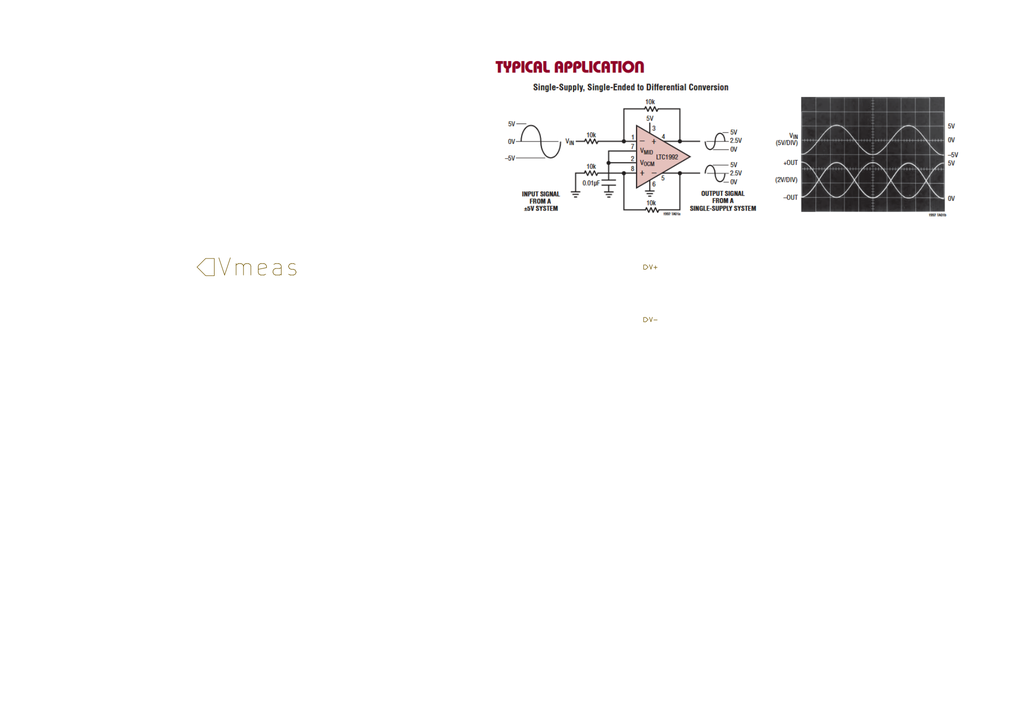
<source format=kicad_sch>
(kicad_sch
	(version 20250114)
	(generator "eeschema")
	(generator_version "9.0")
	(uuid "17501585-53b9-47b2-beb7-0fa23bd1d6b3")
	(paper "A4")
	(lib_symbols)
	(image
		(at 210.82 41.91)
		(scale 0.593083)
		(uuid "fdf731f9-e8c5-4183-b806-50f73d096585")
		(data "iVBORw0KGgoAAAANSUhEUgAAA2MAAAFACAIAAAC+9DPvAAAAA3NCSVQICAjb4U/gAAAACXBIWXMA"
			"AA50AAAOdAFrJLPWAAAgAElEQVR4nOy9e3xV1Z33/1lr7bNPAuRoIamXpDUQZjCZR0yeXy2ZeZB0"
			"VFJHZVpG5leU14jSEeGpVNpq1cfqz/HSykinePkNqB28dFD8FYsdlFrQPg3SmdDLJKXPJNgSpK8m"
			"ik3kciLkXPZa6/fHWnuffW65AAlRvu9JmWSftddae+3d7s/53hbTWoMgCIIgCIIg8uCnegIEQRAE"
			"QRDEOIWUIkEQBEEQBFEYUooEQRAEQRBEYUgpEgRBEARBEIUhpUgQBEEQBEEUhpQiQRAEQRAEURhS"
			"igRBEARBEERhnFM9AYIYcxLx+P493a09SSBafWFVfWXszOipnhNBEARBjEdGpBQ7f1I9/ze/H7pd"
			"5Qt7/vSZ8//3j0OHzrvu/97/v84BsPHvH7lmZ07jBQvDB+Lvbnz8Z/du7t3fn0oCgDijPPaZ+bPW"
			"3DyjOvQ6z+2n8oLONy45P3cmyfZXf/bQc/tf6+w/ksoc/ey3b3ntyqx2B9p/ce+3frNx37Ej/RJA"
			"tMytnla97M7/sbI+lt3h7suLXNeI6e1e83jLuq1xe5mue0ZlbOHCpnsXV51d7JTkwZ9u/NnKp7r3"
			"9JmVQbSsrP6KhnVfa8id5gjav7vy0v/vkZ7QWbP/Un93Zl5fw2x2Uhf81U3saz0YksoLOh/H5dlP"
			"Zv6IAJA8+NrjP1n5bM9bqdxPolMr7/3aJSsvm1wy2EjJ9ld/du9TXT/dd8xeneueN+2cz984694r"
			"zzlz6IkSBEEQxIeOcWZT3L/xxfp7DxzJOiaP9B364VOv/fCpn9303BfWfXriMLs68OZPPv/V3+zq"
			"H6pdsvuh67bc+ess7ZDsT731699+ZeFv772w/rXnmhpPssHJa/32i5c/1Zd1manUkbf7nvjWS088"
			"Xv6tp75wR33ujTn8822N13W+lTP3/v5dL+5oeLG16d4v/HTh5BNpf+KM4wUHgAOvb2m8eV+x7znJ"
			"t3vuvPl7d5ZP27x53ucrCrXo/Fnjdb/MvbpU6vd7fv/I137/yL3l33pu0R21J3nOBEEQBHGqGU9x"
			"ivuf3TA1VyaG6X/iuuc+/+rR4XTV/u3159w4DNWCd1de8VKOaglz5Nftf37FT9qHM+Swaf/mc3+e"
			"IxPD9PfdufC5lZ3ZB9/cUp0n+0KkWu793vnffvf4258w43nBYaZXXCZm6Ns3/+L1d3TmHe/8SfX8"
			"PJkYpr/vzvnrc+8aQRAEQXzoGT9KMf6Lhd/qG6pR6od3/uS1oRrtf/K5hqeG1iwA9nzzlUeGdG/2"
			"/Obz3zx5oqrzJ59/bsi59T9y80/2ZP7cf/2d+4oLaMtbT21/qOf42p8o43rBgfZvrh/m9AAA/aty"
			"Nd+7d9w8nKCL/kfu/Nn+kU6OIAiCIMY140Yp7nm8fVfuMXFGmcg9ltp378bkYB11/uQz/3RoeGO+"
			"dcfGY7nHXPcMN/fY7zfuenl4PQ7Jy4935GmOQpfZ03HH6/7vr/7y2VwJXegUHHro8f3H0/4EGd8L"
			"PjxpnkP/IzeH7Jpv/nLNMCX1nrY73hzhUARBEAQxrhlRnGLtJfv3XGJ/z802mHDL5hvXZOK0dj8z"
			"snnEX/55toaorP2Prc2NUSTat52/sDOsrnZtfQsL83MpDMl19xYw/5z36fp1937qM9MmZuUrvPnb"
			"17K9oOd94eo9/1BVAq/1/3n6z18MzSfVvfFNfP7iEV1RQd7a+KbMOlD0MuVrW9/CZTMAvPbGgaxT"
			"3LOffuML11cAvbsvv/R//zh0CUfe/G07qg+MrP0FJ3ZFo7ngVy7QflbKnm8+Vftc+AnJToTq/EmR"
			"6R186M5C07v0L575XzM/UxkFkvt/vnvlV//9hznauuc31z9Z3750MoCfbu3O/moimu68+uXF55yJ"
			"ZPuzLzd+60DoU/na1v24uLrIZAiCIAjiQ8d4sSm+274v6++zLr3ApDWU1Dff++nstj19e1CE3l+u"
			"+3XOIfHZb92w/7mmy3NUC3Cg81C2Aii/42tVJQDgNH6tflbWR3JPZ3zoixiS3r492VJp1o1N/mU2"
			"3XFh1kfJfX0HACDevi9bXNbXXm9SLipmPrRwQtZHffE9I25/YozzBW//5ZrcKxSf/dYN+//fiz5T"
			"abJmotWfvujlnTc8PTvX5vrr537ZCgDJPfuy79nUC55ZbDKdo/WL5947NevDI/t6D5+EeRMEQRDE"
			"OGGslOKBvqIv/hIASB5O5R80JBODepuzRtnclaNborPnbJxfsIQMDvfl9Bs9M2gYi56Z23hYmTRD"
			"0JfMkRFnlgVZvtEzy7I/6zeNjx7I8Z2GfLWH+728MUba/oQY5wv+0xe73ss+ct51V79WYHqx6797"
			"9S2V2cf6utb9HMDBPTnmxsqPVWf+mFyde1Z/tkWXIAiCID7UjJZSjJ6ZHXyWfP03G+NAb9u6n2c3"
			"rJycVwQxi8PtLQ/liJGp5cVOaf15TsCc+PzimR/VQneJnraHXs3W15WT609e++Ewvhc83tqZk2R9"
			"9h03Fyt+ec69N+YUsky1t58MuyZBEARBfIgZrXqK1Z+pxYthhZfquebTj1yT37Co7Pvtwotefi2Z"
			"OpJXUGXWZTOKDNrb+nbOkYrLRxRcOMxSzyeT3FLew6Dvoc+vfahHmprVYc749LRCiznS9sNnnC94"
			"bkgDLpy2sLC5EwDOvGLarHsPhNOq9ux5Fyh+AkEQBEF89Bk1m+LC6yqHUT5ZfK5oboo83F9AJsKt"
			"XHlFsY69RF7/g2658WHlQH8qX/YBE66/rvqktB8243zBc0MaUJbr484izwOejA877oEgCIIgPpqM"
			"WpzimVf+1TN5WQI5RGfPeeayEfUqPvutvypuFpp4dk6oH2SelPnIct51V60ZyR4hI21fiHG+4Lkh"
			"EH7oZxHiuZ9GY7QbNEEQBHGaM4oZLRMXfvfatZ/Oq5Xnc8an/2LPd0cU0+Y23Xvta1cOsptf7Pzy"
			"nCO9r50e9e1mfOGq9pFsPz3S9kUY5ws+uTpnX75f79tYPPLw8NZ9ORU9zz//xJeIIAiCID7UjG7u"
			"8+Rlzy0/tPnyxdmVRFBWuXbzssPPXVQ9vF6iZWWzvjCn7efLh9yquPHTH8s+IF9+dvcIqpZEo2eU"
			"uWeUuYXqVI8S0TPtiO5x2K+iZRMuvLT+R298ac8/1AxHc4+0/ZCM7wWvuDz3i8qBhx4vtvvLu/c+"
			"lZO17NbXU5AiQRAEcZozWhktGc6snXF55WvPhlMfYpM/UzukLqp9LajyPWzOnl9z4T/9MpxIk9y5"
			"Y+Hm6kKFUQpx2bzD1hs+3ESTw/0nGMo2Y+MvbILOxr9/5JqdwzmlfM0bt6wZwRAjbN+fPAwMU0eO"
			"/YKPiM98oeaszZ3hQjm/f+6ly2uvy5te/Jm/fyl3m8HymmU5hTwJgiAI4rRjvFTePklUfOqO3OBI"
			"+eM7n66+7icb2+MnoyRybujbkVd3rWk/Op6C80ZKXqzhr3+z8vWDw12rUV/wE6P+Uytzs7vlj+98"
			"uvpLv/hpj5H4yf0//8XnZz99w87cjJ8Lr/tU45jMkSAIgiDGMaNvUxxbogu/VnfHztwN3H7/899c"
			"s/A3wZ+f/fYtr12J4+Kc+ml4MbztR+rAVxZ+9yvhJrP/Un+3WEL3OCRWP01gT1gn9T978/eeDTep"
			"vKDzjWLJL6O94CfI5Du+dcG6+XnTe+Pf//KNfx/svMoLnlk6RKgDQRAEQZwGfMRsigBqL2n/9nAK"
			"9BwfsYUXf2zoVh8qLr+i6oSWa3QX/ISpveTl63IztIei7JbHLznBmuQEQRAE8ZHgo6cUgTOvXND6"
			"1fJR0i7VN37qc0XzuT+cXDZrZeXQrQZhVBf8xKn/X0vabhy+WCy7ffOSE64fRBAEQRAfDU6JUown"
			"R3tv3Pqli/Y/dcGskdqShkOs7uUf/UXTaPR8yjjnoc1X3TR16HaDMIoLfjKo/9qSdx+fdt6Q7cqn"
			"bX5zyUMkEwmCIAjCckqUYv/R0VaKAM6++JLWX3yp86n6my4sO8lFWCov+ukvlrV9+4LPnT9hDOvp"
			"jCaxmnU/+tLbz/3FTReWHV+9Hozqgp8Mzr5s3v5f/92PbqycUcgkHJ1a+a3H/25g57zPVxT4lCAI"
			"giBOV5jW+lTPgSDGlkQ8vn9Pd2tPEohWX1hVXxk7c9z6zgmCIAjiVEJKkSAIgiAIgijMRzGjhSAI"
			"giAIgjgZkFIkCIIgCIIgCkNKkSAIgiAIgigMKUWCIAiCIAiiMKQUCYIgCIIgiMKQUiQIgiAIgiAK"
			"Q0qRIAiCIAiCKAwpRYIgCIIgCKIwpBQJgiAIgiCIwpBSJAiCIAiCIApDSpEgCIIgCIIoDClFgiAI"
			"giAIojCkFAmCIAiCIIjCkFIkCIIgCIIgCkNKkSAIgiAIgigMKUWCIAiCIAiiMKQUCYIgCIIgiMKQ"
			"UiQIgiAIgiAKc3orxd5td19xUcOMqdOrp9bNvuKWLd32+JbF06unTp+9qut4Ot1yQ/XU6dWzHx7h"
			"yb3b7po3e2Zd9dTp1TMar1jxSvfQp4yEjgdmT51ePfWGbSM/tdgqHe+VHvd8Ou6bPb16atbPcO/R"
			"SIcr1r73lbuWLlu69OmO457zjOYV2+KFR+lYN3/m9Oqp05duAdCxdn5D9dTp1YtfGe5QI6Z3y13L"
			"li5dtr4NGOYzP9gyxltXLbrUPsANly492Q/w8WNvwdItp3oiBEEQH0pOZ6XYcsvsm17o6OtPumVR"
			"pLo7X10x/+5hK4CTPZcVTUuf7+zuT0XLXKT6Ol5ZOf+uUzWXbMbTKlncsliZ/amIje3Qve0t21/f"
			"tn3HiGWQWxYrK4sCSO3bclPzfYVWsGXto239QHltVTSJlifWtPcD5XU10eSJT7swvW0tr2/b/nrr"
			"ydB03WsXLVy3q6s/Bbcsmurv2r7y0qXbR23mBEEQxJhxGivFlk3bkwDK/2bjW21v/fq+BgB92ze0"
			"AcC8Z/fuf3vvzttrxmouOzZtSwGouHrDW7s7dj9QD6B32wttwzizt62t4Iu+2PGRMsgqYd7T+9/e"
			"u3/nbWO2TIaqJZt2724zP5uXj/Hgx4mZs11A9G0xK1j3jZ1v793/9tPNAIB4PAWgasGae5qjiMeT"
			"ACqvfuyeudFh9G+anwgn9sx3rN/QCSA6Z83ut9p+cXctgOT254/DgH28JOPxYh/V3bNz7/639z45"
			"b+xmQxAE8RHiNFaKlngyCSA2q7m2LFaWjPcCOZ4462O9YcX8xhlTp1fPmLfWGoTiW5Y2zpg6vXrm"
			"ghWLm4o6CrtfWnqpdd3OvHTZlkHlm51L42UNZWUxO5dXFk+dXj21aVVXtu/PzGrq9Iv+5m9nT50+"
			"44oH2oxUKHY8NMiG+dOrp06/6K62TPuL7h5ClRZapSzv8xiuUh7WvTh/xS2XzphePbXuoqWvxO3Y"
			"yy6aMb16at0Va7KdqkWGK9re8sriK5/pBoA3l5qrju+6z1zv1OkzLlqwqrWoWrHE5jbXAkBvdw+Q"
			"dUO77mtasQMAutd9dunaB2Z/+U0A6HniUrNcBSe87ZaZMxsuuvWlLYvrZl7xaPH52Edo8YoF9upW"
			"dQDYsviv1/cAwLYvN63qyvE+9267a97sGdOtK3nh80P5+Pd19QBA04KrYkCs6cqGsrJYWV93FwB0"
			"b1pWwCtd8IGJPz9/6vTqqdOXbgOATQszD2rBTrrWzps5s2H+2lfum/1nM1e8AsRb71vgT7txvn0E"
			"s73PhZeo6CNEEARx2nMaK8WmBXOjAFKvLp65aEN3zfKtbbt3tz3WXKR1z5ttqKkqA1Kdq259uhdA"
			"y923bu9LurWLltd2tfYUOa3trvm3b9vXH6ud1TgtGt/3ehHX7ZwFzS6A5CtLZi58vrtm2ebdbbt3"
			"P1JsLiHKGm+4takMyc5n7trQO4zjAGLNzbUAetvae4GOtk4AaJjTUGSA8bRKlu71C2bObJg5s2Hm"
			"zAXrQ5qyraWzoq4cSPVu//pdLQB23HXr670pxKbVJVvfDDcsMlyx9gGVTbMqowBQ3tBUGwNa7rph"
			"fXtfsqy2YVpZsq997eK7W4pPGwBQUVUBAOjqzNFesYY5dWUAEJ02q3FGfVNtGQC40xqbKotOOBmP"
			"9/f3brn71h0pAEB8w+JF69v7UFnfXF+e7Gtfe83yTZnvCT0trfbedKy7fX0vqppmVbkAUFE7py7b"
			"id+7fsnS5zu7Udkwd1ZNtL9r1z0LB4+F6GjPuhz7AG9ZXgN0r1t62+td/aiqr69K9XdtX7l0beiB"
			"zHlgYrMaKwGgq60b2NXaAQANTQ1ou3v+ba939UfrZs2qifZ3bfdjM3rj8f7+jjVfN5I3vmHJwqfb"
			"u1NldfXTYqm+tn9cdGtr7kwHv2V5jxBBEARxGitFND2y8+GLYwD6d9118fTZK7YPZkUov+axzRve"
			"uGcWAMT74kBXa3sSQONNDy6/f/Wi8sJndbza0gfg4ge3btj4xv1NAPp2tRTSIE2PtayeUwYgvuue"
			"2VMbM0kPg1N59YP3LLtnQSWAjpZdQx8HAFQ01MYAdO5qAzo6+gA0Ns0qOsR4WiVLqj/eb356e0MW"
			"08bbN23cvH5JOYBUMg507WpLAai/ffOmN578m4wWKjZcsfYZGpbcM7cCAGqXP3hVBTpaWlNA+aJn"
			"t2x+Y8OSciDV3nK8IZwV8+5f3gAAFc33LbnkqgeX1wNAxdwHlzQMsT6paN21q5597JoK7NjWDqBy"
			"ybObnty8fkklgF3bMnKnfNGTmza+8Y1GAIj3xtGw5K7mCgBoWH7/vIqsybS1dcfKyuqWrN385IbH"
			"FpQD6O3ed5wX1vpmB4D6b2zdvGnnw7MAdLSGHsjcB6amscEF0NXViXhXVz+A2sYGdG3Z0Qtgzv1b"
			"N25448GLAfS2vhosQDIVa/76+mfvqe/t7gWA+ts2bt62em5ZrAxdbTmCfIhblvsIEQRBEKe1UgQq"
			"Fjy9+81VzeUA0P3K8pmXFk/jjcZiAKJu5khIo0QxeCzZm0unTq+eurIFAJLxpPX0mR8/JbNiwbNt"
			"Ox++rAoA+rbc9N8vXTUc0VFs3EHn0zinEQD2dXUbs01lQ8NgiSGnapUCT3qOz7pq2Y/3v713/9t7"
			"97/dEg6ri8ViZhh/aDN2WUUs+GzQ4YZon8++rr7gms24Pd3HlS4/PPImbKi8evWDVzc1VPkT7ll7"
			"2fTqqdazHFp/e2+GE/XY/Fjb7t1tGxf1r1/RvPDpvhOZdFdHN+Cvp3kwwvbUvAemqakBALrau42d"
			"snJWU6Bid6ysnjq92vjlk6Erm/ONJ5fPaaqpqll0TR2A9ntmz38gtrpgGOsQtyz3ESIIgiDgnOoJ"
			"nDq6W19q7Ua0Zs6Tv/jP1lvnLXypB/ueWLH++q1LKoY+eWSUN8yt9zutqCugQbpbN+3qBmqa1u38"
			"9a5br1i0qQdd625fv2TLyZ8LAMxpqse29n1tLV29/YBb31RXtOl4WqVRHq530OYnl1j5yK+v2Prk"
			"6Bq3ZtacGv/Txqrjm1/H2vmLVrX3A2VV5W68LzWys+Md27Z1xhFrmDd3xCM3XVyHXR37ulq7+uIA"
			"6mbVAFbLldc2N1TaZhW1MSDX6le1bOMLPfOveaGr/ZmFF77UcPeGzUuKP9kEQRDEsDiNlWLb2ttv"
			"3QHMWTPv2asaV69d0vLX6/vQ0bILS6462UPVLn9yXbOVg7G6GGqe3ZudiNm+9rbbW4DmR69+ct6s"
			"1U9e33LlM73obG3FklFJ2Iw1NlSivadj0w/iABrnNhZvegpXCfOe3p91+Se3OE/ecGOhFK2DFBUV"
			"IxfaeRMuTEXzg+tur4l3bNveEUfNcSnFtruWrGrvx7Rrnt14f9XapkufLhZg6lM1rQLIxAt0/+C+"
			"257pRu09TXObRjp2RUNdGTr6923Y1I2cuIi6m5588ip079rU2o1YIaUIxBrvf2PP9ZtWLLp1e1/b"
			"/QuWVrU9OYxoX4IgCKI4p7H3uaKiDAA6drUBQE93HACqaqYN93xjyonHk0BvsRIdVdMqAKC/NwnE"
			"d6y67fZbb3u0pUBbO5e21jYA6DZzqazKq1iSm8ecjMeD0cN+xWLHfWqa6qNAd3t7HKhrmgUg3tvb"
			"29ubP7XxtEojxL/wZOjfwYYr1r4odm2SmRPKKwZXZl3PbOkE/DUfLiN7iky9mM71t95+6213rz8u"
			"dd3d3Qegqvn6poosN29RYjU1ZQDQsumVOBBv3dUNwJ1WV4GKmpAkTqYAoKJyUJU8q6kBQHdHRwqo"
			"rGuIAX4n8XgSiLc8fOttt9+6Zkf+AnTd11Q9dXr10s4FT7aungUg1ZFbKmrkt4wgCOJ05zS2KTYu"
			"ubbqpSe6+16YP+OVaKo/CQC1S4btrqpprI+u60m233PpFc8kO/sLN4rNaa5FW2f7XbMXbEJ7G4Dy"
			"+oYC78lZyxdVblrX0/v8387Y4ib7UwBQe/2SOgCxmAukejbdty6Jl3LNXn0vLJ69Az39AOoa64c+"
			"HtA0pwGvtgJAeUNDBdCxZv5fr+9B86O5ZefG0ypZutcvmLnB73/lls1Lio09q8F9ojv15qoVT7f1"
			"hpau2HAVRdoXYNeqW7c3rJ7b3Ohu2t6zfvGC7qrubX0AapuK5JB3r18wc0Mybu4sZi1ZMBKT4rCf"
			"onlN7qZX+jYsbu6o6G3rh8kbHpKWNV/f1viP4SN1NZXY0dO94YG1FVVbNgwnTtE+wMkdK2fO+DpS"
			"KQCx5qsbATTNqkF71467L134Ajp2AahqrB/c897YWIsdnckU4NY31wFArOmyOrR3tN9z6fwfoL0d"
			"QEVDfUWeTbGmsTb6dE9yxwPzFz7atQsA6upqsk3Rs4Z/ywiCIAgAp7VNEXW3bX3hpqZpZdFUf9It"
			"q6q9cvXrm5YM38DQdP/queVRoLc3tuSGYiaiquUbNyypL4/2tbf1ubFpl63efH/BF1PN7Vs2LptV"
			"U+Ym+1PRsvK6q1a9sfmGKgCYs3xlfQXQ2/pM97ybct3Ec65fFOuNw43V3rQ6HDhY7HioRVOt+aV+"
			"iDfleFolSyb3OTv5OZc5D66+rMJF97Yn2irqQqtQbLhi7UPU/c2iWhdIdbW1x4Hm1U+bfra190XL"
			"ps17onhho1S/kYnR8volL6xdMLIoxeGuT9Nj21bPnRZL7mvb1z+MgeoWzauNAsl97V3Zmqtm5T8u"
			"qS9D/5tr1rY3NNcDQ5f2Dh5gpFLRsrKauau2PjYHAKpue/bhy2rc/q5du7qSZVX1tz55+xBfMyqa"
			"ZtnFr5tlm1Yt2/jC9Q3lbnd7e7dbVjN31eYHCy1A8yMb755V4/a17dqXLCtvuGHD6rzgjRHcMoIg"
			"CAIAmNb6VM/hQ0oy3htPIhqriEW77mu69Ome6FXr3zJvxzFgyw3VX34Tc9bsf/aqYR3Po/XWhoUv"
			"9aP+vt2br40BQMd9Fy3oXd3x2Igjywbl1K4SQRAEQRAnxGnsfT5ROh6+4m9e6EVZzaya5K4ewG1e"
			"8KERQG3rl61q6QdQN29uDADiHWvv2RK9+iTLRHy4V4kgCIIgTntOZ+/zCdJw22M31Fegv2tXe7db"
			"3rBsw+qTLrNGje6W19v6EA37putu2/zG/YMkQR8nH+ZVIgiCIIjTHvI+EwRBEARBEIUhmyJBEARB"
			"EARRGFKKBEEQBEEQRGFIKRIEQRAEQRCFIaVIEARBEARBFIaUIkEQBEEQBFEYUooEQRAEQRBEYUgp"
			"EgRBEARBEIUhpUgQBEEQBEEUhnbzIwiCIMY18+Z9LueIlFIrpbQyfzIwMAatgyMAOOMamoEBYIyB"
			"McaY1rp66lSltFLSdaNaazBIT4IxZjpiDIDnSSVlzqDmdA1tOueCp9PpKZOnHDlyJO2lvXSaMcY5"
			"51zkzdYDYPe50BpA2vOk5+kw0CXREjcajcePuBFXKaWUYpzD3x3DdA5AKgVzBgD7jwbAzGWCgUFr"
			"baaSTqUYYxpaMK61VmaJtF2y/KXW0Fppf8X8NgxmSgCUlBqIRqNmMrkwxgANKKW01pxz+NfHGGOM"
			"KaW1VsJxDvb1TSorGxgYKC0tFSJ3xextyD7gRCKcc845Y2ZoHYlEOBdu1DV3xPM8JxLhDNost7Zr"
			"nkwmjh49qrV2IpHMfADGuF0DDaVkIpGYOGlSOpVinGulueD518jAuOBmwmaRHSFc102nPdOR53mM"
			"ccdx0unU5MlT9nR2uNFoNBpVUiZTKQBeOg3AiUTMw8CF0ForpczvjDHzYARXbZ46czdjsbLvPvVk"
			"gWUfZUgpEgRBEOMamSfalJRSKR0oRfNCVVppZd6yjDHNNONW6ECDAVrrktLSyZOnHDly+IP+hFYa"
			"DIJzqZTfjZUogouIkyNfmNU90ADjnHHOo6778bM+HolE+vvjSmkhuJVH2fjvfa1hO2BWUWmljObT"
			"WqOsrCwWi/X29jIGxrmSyvM8f0QwxjlnAIMVnVrDikTBOTKKGGBMKVVWFhNCHD58iDPGhVBSGYWk"
			"QouWv9RGXmWEJGMAOOdnnnlmYiCRTCY550a45J/MhWD+apsbwbnw9Zo2Uh2MlZaUlJSWHnj3nWi0"
			"REpPOAV0CGc8Z3oaWknJOA99pMHYGbEzGGfHjh4TQnjSY4wzXzqbJ0FrfMz5WDKRBBBxXXORjJtH"
			"hmV61zriuuXlUw4fPpxKpY3eLXSVjHMmuDAnMcaF4JzxdDptvqt40uNclJaWaI0zzjyjt7f38KGD"
			"/ckkACGEkX12oc30lNKwzwHzn5yczfPsGmp9qvbUI6VIEARBjGvS6VTOESmlkkppZWSNefFrZawz"
			"GgDnjDEecSPmeHCiSDtSyt4//vHg++8zzlKpFA8MS77iBMAZR56Q8nVkRmKkvfSksrJ33u15p7vb"
			"2LqUUk6uxPSVC3SgXZSUyv6uAgtYLHZG9bRpezr+TzKZipaUKKWE4L62YJzbYZXSGhraFxC+kjbT"
			"MoIsMTDwp3W1jnD+z+5fRyJuNBpNJBIlJSVaa2lEid84d6bG3saDnhgA6XkXXFj/Tk/3ewfem1Q2"
			"UUpllmTLwJsAACAASURBVDfnXG6myBBoUiFEYIU1M5SeLC+vOPucczr/67845240mkom88WiNfDm"
			"9s8Y54JzazqF9jz532bOHBgY2Ld3byQS8Twvo9RDZ0tPSs+LuG4kEvGkp7V2nIiZrRW1SimlhOPU"
			"NzR0dvzXkcNHhCOUVMWmIYQwmyEzxoQQwnHSqbTR8Up6TAjpebEzzvjMJZcwhnQ67XlpzriUUghh"
			"TLOe50kpAzuxMcEqpQJrpWkWaFmmlBZCel7uozUmkFIkCIIgxjX51i9rEdJMB78zZmw8jJlXLIev"
			"e7QvXADIiHQcJ5FMpFJJN1oCXThc37poQ2itlVTGI8kYU77eSiaTx44eA5hSKpVMRNxIMpn7OvcF"
			"orEh+cIw5GE0v6Q979jAQCqVdiJOMpHgnKeSnpR2ICPOwkthrsr0gYw9kQGQSiqpkumkUkpDJxIJ"
			"rfXRo0eVkkoprYy1leUvbHiFfYsaYwyJROLYsWMaKpFIpFMpJxLJN3AFE7CCXWkn4iBkIWOMaaUS"
			"iYFjx46m02khuOd5qVTKyVOKwhE5plmtdTqV5pyHncJSykQicezo0WQykU6nk8lExIlIJQGYNmZK"
			"yUSSCw7GpJSpVFJK6TgO958QpZWUUmtdUlKaTqUTAwmt9dEPPjDW04KXGdgUOeNcCM65l04bB7Ex"
			"fEYikcTAgPTkwMAxAJwLL50Gg9YRIwG11p6XNhcDX+ub38245gEL1jMQlMXu16hCSpEgRpNNC6ev"
			"qvu3X9xTByC+7ZYrVmzvRSpZddPWN26rwyuLp65MPrx344JTPUuCGNdkxJ5S8F+lYBCOCMsj+04V"
			"PNCFgUbUWislpVTCcVKpJLRmjCcGBjjnXtorrETzPY8MNnzQN7Ylk0ljBFJKSk86ESfQAUr6Tl7T"
			"j87Si/7clFI6E4AoJWdcKaVSyp8SYwzGdCilFgJG2EoppfS07zT3zX9MCGHUZDqZSqfTjDEv7Rkd"
			"KYSw+k0ppRRUxlZmDaW+a9uEeyopSydMcCKRgWPHXDeaSCSUUgxIJpJCCOlJs9Q2dtP60MF8w6dZ"
			"eM/zwjcIgCel1tp1o4nEQGnpBK2VsTvmrLRnw/78O8uzNagvoYQQqWRKKSWlTCVTjLO0l2Y20jQT"
			"G2rmGVimrdBnBRy6RlUnEgNmkY1Gz382pJLWvgulPGWEo1JSKcnAoFQikYiWlKTTKfMVQinlSQ+A"
			"UoozzjjXWkcirpdO28gHf9HMXUPme4UCwDgPLJG5z+SYQLnPBDFqxNseWLMr+GvHXSu2Vz3Y8tZb"
			"/7Yk+cSKVV2ncGIE8aEikImZX5SVgMHB4K0fyEQYp57KnAvACqXgSBGbms42R4b7z5lZ8G/406yW"
			"GoF5MjPDrAsyv6mQkFPBNIOoNv9EM3fb0EhGJZWS0v9TKiUDh2/2PEJz9vNOlNbS704rZc51XdeJ"
			"uMlE0kulY7Ez3GjUdV3XdYVwmC+XQxcSWh+dGS1QkFm3JnPfrL815w7m383cNVRhqZ3pMetpCW66"
			"yp1DzkMVvllm/sGIBW539k3MP2KWQGsdXvj8a9f+ldsWLEN4Yuaj4NOcbscSsikSxOiwbUXDrS1I"
			"AjHzd8eOtlTDynkVQMWC5vL1be1JRG3TjodnX/l0zcMtzy6oOGXTJYjxi32x+n5Yzfy4P9g/A8NP"
			"IFbs61mGBRYAKK2lVErK4L1b2ANb5I2ss8Wl6UPnqA0U1hm+YlAAlC8LzVDGnqeU1EpJ6RntkK2Z"
			"jAYxiRaw6yGlb3MSjDNuWnBojUAZQ5u8HxbIGBXoKma8mYwxaMaYCfcElFJpk+TL2cSySeecW+lG"
			"ozU1NVOmTOl7v++P773X1/tH5UknEoGCybM2K2zsZxyZwDvGkHGPc8Bq04xUUkoCTIjCRiutNWM8"
			"Z21t4CmzpkE/i0lrrRlYWO0FS8chwKGUMrbboB9kyzgEUiy4fcW+SJjnMKPnoAs9MeYy7dx8gyjn"
			"XGulNGN2CD8SMXiG8xRk4I9WipQiQXyUaH6sbTc67pv911vM311d3YARh1FE0dXZhXoAQMeqpU/g"
			"hu8/STKRIAoTmJ1gXtJgGdFg/oT/5tbZJhlfmYXe6YNYi7Io1ogFZWhYoFizjEZZGiK7N38ygfgz"
			"0sSUdTHyUWulAGb6NTrJZr2YazWaz7fE2c6VBLgENCCQUa5Byqzvws6WMxpaKca5Ub8agII2NX08"
			"r6R0glLq8KFDnucdOXgwcezYwfff/+CDDxIDA0pJLoRS0tQD0nZCGtDc95PaQ5oFMYVaaiPyfHuw"
			"8gW8KizWAc6Z1iosFoOVNDfdGFi1DqnFbIsjYEUZFIxYNB+FJWNmGXPtgsXTw82TwFjwGGQ9df5J"
			"9oYWtGXaRygT4mC6yrJPa83y6wedCkgpEsQppWvN8lZcs/n2hujQbQni9CTzSh5E4un8ZBFtigwC"
			"OkjO4IILzv2cYiB4Q+d0VkwmmjkoMJ5l87MiJSRVMyow06cKZIjfG3zTFdOFBvUVQ8aI5asyjUzS"
			"BpdeOtAZSmvOmNah68qalNFUflWgUNaIaSuEiEQcW06SQXry8MGDpRMmarCBgYFjRz9QSkdclzEo"
			"pWFFnjV3GSNfOJnXLAJjzCRbZ8mpYEFR9LYqZeP3fPufCnJ3zFKrwKiofOtuHpz7s1LWrqmV1iwj"
			"yLLuWtgr7RfjzL8jwaOYc1FhEQlfcWqtMzGnIVsmY8woZQZrFde+A9qEipoEIHAejFU8AWl0IaVI"
			"EKeU3p4eoLMjCZKKBFEEG8IVqmWT+YgXe3+G3tmh1GDBhUlWZZxBs5HGfQXyq6C+REheGDVmtGAg"
			"LLJlItdM20o1LFx9h/kFwG0/VsAoMGHlkR2dMcE540JKz3gpfQdySCAam5b2sxJCJisz/Yx8YYwx"
			"5nlpMBaJRLy0xzkzxcml53HOSkpLPc9LJhPS8xhnvqlPW7ettcNlbIrGHKiUZgzMJqnz4JYxv6RO"
			"URevP9/sLwi+cdUWDPILIxWNJTA+Xz+zWNmbmKXhw8+A//tg30kKPQYFRDAyNyGs8nL0omnDwc0S"
			"MiE45zLQ2RxcM5NEFSo5PtZQRgtBjA01NVX+r73xOGpq6wAADV9fu6C8fc2ajlM2MYIY79jYf5bR"
			"hUFSRSgZIMdkZa2JSknPS3vptJdOm2xW496VngzXEzSCQ0qZifArjrXNSQUNU59PKeVEIlqFPeOZ"
			"AtGm2yGDzIKsBcaKawLGTEVBMHBm/rBVpO1amcg8zkypccZgjKhaayWlX7478ErzwBwaZMl4qZT0"
			"pHCE53lHj36QTqc8L+15XiqZTCUT6VQqKN+IsFvfnzNjgQYNGywtwhFaQ0rJbcozM6GZSkolpdaZ"
			"auoBQZqPTdexiT524KBojp8/7mloLrhJgVdKBRblLONfSB4yzuwPmJRSCG5Kow9+s7LuiX99CNzu"
			"SntSQkNKqQFjIOSmXjvzK/1wIYQjhCOEYJyZT+BPkttnPSOTh3wsRw9SigQxNtTNaXDbtm0DsGtT"
			"S39NwyxzOFox956V9b0bHt52SmdHEOMexpjxEprXP7INSOH3aKBLfMMRs55g69nTLLs0XVgm5giR"
			"nAnkCAitlSkArpUKS9Xs0Qt0UlCI2GjCYkk2mVHDnejArJV1lvaNZowZzWovyt+EBjkX6HtKHSfi"
			"lpQoJb10mgtR8fGzZtT+2aca/7y+oeHTf/4X9f/Xp2r+5E8nl0+JRNwsy65RgUIwZir4SMaQvUdf"
			"YDNlgRgKOX91EMEZ7jN7ghnCx20BbTMEg7l7ofW06xPuLGzPy74BUFpbges/KjkUviPBSgf2RWit"
			"FLNGR/hzCBlRtb0FzN4gX+77gRZGWSJ01imEvM8EMUbMefCxuVesqJsBROtuenZlFdBuPogt+vK8"
			"+5asWtXVfHvNqZ0iQYxLbO6nFXJSKc05DxJmAytO/on+azjj8IURRUERGWVsbQom9wFGKPBC27gV"
			"wMhEJf30jFCpxcEJZIfWOmzaHD7ciBKlwYtVYw5H3Q3XHOV5npJexHW5EF7aO3bsaDx++MiRw67r"
			"vt/be/jwof54fGBggDGWs721uW6zmqE/TW41C7zGw7/A4zOhmfUPvgb4+x9mfa9gJrEmJ71Ha1+z"
			"ZjJmCmY/5RfaDAtfDCr0ba6MHyBrdyb05aDdKZFZd7PpinN+fEtxEiGlSBCjSN09O/fe4/8Ra35k"
			"51vhT6969u2rAABzHntr7xjPjCA+PAQWHZvBoGSwY5v/Qca0loON3MvpKnTAFs2BjbZjggWGqKEn"
			"htC8pFJKCcEHD7zLnApj/TJCbmR7bzDGgzqBKCSRfYuVr36gCyrpfDhnSiKdTpcIx3Gcox98cOzo"
			"0dLSCWdOnnzg3Xf7++Oe50WcCCuwt7XyPKU1hDD7ssDsrcdCNkQ2eE7SoAz/RGXqiluh5Zsbzf/z"
			"zZr5EjD0XFhZOXyJlm8KLfjwBNo0COVkZqNsbc9EKHnLtOScc87z9z0fY0gpEgRBEOMaU0lR+YY7"
			"P1ODQ1mX9OAE710/ITcIcITWMJVpgraBf/j4pqo1hnOqtpnaWtnKN8M2K4YCMTW0UtLsMZjXSocM"
			"WP7/DQOzIfLAsWOel3ajJVHOtZJKK85YxHWj0SissS1X2hqjr3Acs4mz53l28xsGmC11WHHvbYGr"
			"HIEdtMBMlNlSWeS6yIO9Xgp2HhgUmU0qMvU4hzfbwTQiCindfPe6yt6sj9ksllPsegYpRYIgCGKc"
			"I+1OaFrroOSy1toz+wXnOBzDaG0ro7DcQtbmU5gAxaA9M+kGIyxiZyMBuU3nHf6JgRFrmCZMWGNh"
			"qPyNUkrbYte57WCLdPsVZPRwjJ1SSs/zhONwIbx0SkoZibjJRCKVSqWSiWQyJaVnrIbFLskawKxJ"
			"UzEmzJQD++JwLvO4ZSJ8zQqAuyJsogv+LfxNwP8KASCI5iywo+Og4w4pFs1HYf2XlVRlayax/FNO"
			"LZTRQhAnn/fff3/dP/9zPB7POa61fvpf/uV3v/tdznGl1L889dTeveSCJogChCsYcy44F0b6hMuj"
			"8Dx/KPw8DWT815kNQjJ6ETDGJzZy+41f0TAoTFhYKRqXebBdhw7qyvgTAIOtxpipwZcpNu77Q80A"
			"WUICYCFHakZVsMDpy6yPHggVzQGKWT6llEpKIRzOmJRywsSJ537iE3X/7YKp02qm/+mMT5x33hln"
			"nKm1slnk2eLbphubLGZoLrhdFt/Oml143BwJ56oDmTuVZYDUoX3/kJVwnZUaHHxbMPvmKCWDux++"
			"Rh1a5ezBcmtkFrMu55sDWc6t14DNQzftedhobIMSGQ9CFINdHP2H1N+/J3cpTk3AItkUCeLk88ia"
			"NRu+973du3f/87p14eM/2rr1gfvvnzx58s/+4z/caKaA4itbtnzzwQefevLJHTt3ho8TBAHAcZzQ"
			"LiCCcy4lD0kHzoVgjDGd+1IXQuSKAW03O1bSBDsyzrgTyXoVhvIwhkAIR0klhCMcAV1YrQKQXpqZ"
			"goncJoIwzqDBNbc52SYnWElfgSnP8wQXWYF9jNm0XLMtnic1wIVgnHmeJ8wK2KwdzQVXflkcxrhU"
			"knOmlZaQgfMd1uaXdZmcM8WYl06ZYjGpZCqZGNBKJQYGUqmkkjKdTisp/fhKk1hj10opxUVQ30dr"
			"pUP+34wQVEohvN9guJ6OTfVQSisGxgQzEZlBe850WBALIeCLapnJpGGccyWl53law6xMcPdNraXw"
			"V4VgYlwIDS2lMqW5tdLWrR/SlcbqHJwV2AhNUKOZg+M4RiN6nqlzyYQQnpcWTGTOCtbfJOYrHVTS"
			"sXsOgQXKN2eqYw/ZFAniJDMwMPDS978P4MevvRY2H2qtH12zBsDBgwdfeuml8PFHvvMdAL29vd//"
			"/vfHfL4EMd4xzl3OWSApgv3WrAIsskOf/363hW/CW6v5ZUnYiDyMg5NjCcvMn/Ec6WkmZXOvtfYz"
			"UFi4GvZxJEQf95wDpJRaKy6EqWKYSiYOvf/+O91/6O39Y88fut97991kMulEXKt34c+WAQyB851l"
			"qn/n2Q6HJ3ryL50B/h3L0i3h/nim1Ayz5tcTc90q6VdB8u+seZSCwFkVshNnGSPzZqjN9jh+RABC"
			"Zs3wBTMwxjMGyLBp8xS6oUkpEsRJ5gcvvZRIJMzvjz3ySHD8jddfD4TjurVrg//p3PbjH+/fvz84"
			"7nne2M2VID4MMFthWgghuO/QDCimz5DJCTC1js3+FyznU86FX9Au/DO8qEHtv/DztvcNYwpBM86D"
			"yjKBeghfQbB5SaBjhzOHkwvnYmJZWeyMM8GQSAyYGpMmN0VKmUgktJJeOq2VzOg25lcjskvN/WtS"
			"2lr8FPwQgmFOI7gFQeygiTow6xLcRO171ZGpiGQ74IIP8h2g0B0vGL1gCzCFb67vI9Z+IEOWS91X"
			"fzr4KoKQUA70YtZDmymsGHx78Z9Arc1WhMEHw1zAkwt5n4mPOBv+9V/7envHcsR//d73AHz1q1/9"
			"zne+s/XVV2/+8perzzsPgDEc3rh06YsbN3b/4Q8//tGPLrn0UgD/tHo1gJtvvvnFF198p6fn5R/8"
			"4K8/9zkAL2/e/O67747lzAP+x8UXf+pTnzolQxNEPkZ8mL16VcbEYze1M9kSKFRnJkgK1kqbFNzg"
			"XRsYFIu5jIeLHygZvPvzFZ4JrAwJA1tr2hT10wzcbKAcijL0y2WPrttR56UBKaX6jySkUoLzSWVl"
			"jhOR0ou4EbObC2PgwolEuGd3mubBxoPBnBmDUn4IprKBkoDdsnm4V2TylqSdnr83T5ZpLbDqBXbF"
			"QJYZly+KRmMOe32KzDa40bpobSaGbLtgsCN2OGDRaspwdGlQHT6UHxPmhK7neCGlSHzEeX7Dhj2d"
			"nWM2nPmvd2lp6dLly/d2df3bD3/4xNq13/7Od362c2dHR8eECRP+5803l5SUPPboo0+vX3/5FVe0"
			"/PSne/fuLSsru3HZsjMnT37gvvueevLJq//2bw8dOvQP995rKtyO2eQDSkpLSSkS4wfmR4OZisTW"
			"WauD0i9FxYcpIhiUUNZaMx5USGG+gaqwMWk4E7MpGoFxKy/sz+BX5gssSTpTwEZrBpis4IwUCvJi"
			"RzmDIf8yGWPCcYzlM5VMlpSWVn7yExHHqaqqjEbdg++/f+jQwQ/ica015yKwJsI30PqdhDMwmFn+"
			"Ef1PWUhO2ZTtYB9ChOIadZZGzNRr9Atum9MLJX2PsNx5INQCI6LpJNwgp2W+rmPB/4VErfYrJDHG"
			"7I7h4QjOjDWRlCJBjDLXLlpUXl4+BgN5nve73/62eurUSCTypRUr/u2HP3x58+Yvr1z5+GOPAbhu"
			"8eJYLHbd9dc/sW7dL3/5y/a2tscffRTA4uuvnzRp0sJrrnn80Uf37t27fdu2tv/8z0QiMWPGjMv/"
			"6q/GYNoBP9u581e/+tVYjkgQQxK8I0P2pCBz2I8MK/QSNbEcgYzLasayXv/HPTftJzJnJlZo/lnt"
			"zS/2d601g51YjtoY9UzX/P4ZY8rzpJTRkhKpVCqZTKfSAAYSCc/zNCA9D3ajuSzLGXLuTjCEVkGO"
			"i0nDHtEMldamBmKo/9zF9IV/8KmfJHSSckFYyGBqS3hmzJxAeI9m7vuRgxDJIM5AF7AdFphe4Lz2"
			"LznIr0f2gzSWkFIkPuKY/ypeu2hRbV3dGA89ffr0v7riih9t3XrjF7/YtXdvNBr94o03Apg8efLV"
			"Cxa88PzzX7zhhsOHDwfHS0tLl/z93//T6tX333dfX18fgDWPPTZjxoyxnHMikfjVr3412j4vghgR"
			"jhNJJZNccC/tmaCyktISnedzLHiu9vd01kopJbkQnPGIcNyIa97BwhFGDFnLZV4V6wCjKX3ft+8K"
			"t5ZNo064n06ROQmh17zWinOhtU2wNWNxX28pJaWUDCyRSDAwrZUxKdnaMkprpgA/ezpi7ZShK4VS"
			"mnEbNiel5FwwhnQq6TgRaUvGhFJMtDa54WZxzHHhRKIlpeYinYirNf743gElZUlJ6YF33+k/Ejf1"
			"FE3YpW/rZb5n2XcWM+ZEHMBJp9I2TlFDgwmHD9MfbAyujDGbL6wR2iRQm6RoxpkDx+QdMz+1HApB"
			"6gsAZtYqT6kHkX/WNSzttwghnEgkkk6nHMdhjKWSKZ2dcQIGLngg4HyparfACQolKq2k55mDUnqa"
			"84gTkUoKIRjjSkloMMaD3W5smRwowYRwnPCXH6214zha60Ri4OMf//hwVu+kQ0qRIEaRW77ylR9t"
			"3dq1dy+Aa669dvLkyeb4TcuXv/D884cPHwbwd9ddF4vFzPHrb7hh3T//8zs9PQD+8pJLxlgmEsT4"
			"RErPWG1KSkoY56lkUkNnXtW+Fzp/wzqjJ4QQETcSyDWltPIrAjIGpVRYSpgdgU23OQQjBiGGmeF9"
			"25a2VR5tDgf8iBQEFkQrKRhnjsl0ZdZmph0nIoRwIhHfKsVNVUTFrBIVgiulpOfZ/q35CRlHsP+P"
			"MVJyBitEOOOaK6ZgBKifYs0510prbj3iJo1EKWnUMOfcbHfiRCJCOI7jRCIRxpngwo851IxxpXQQ"
			"XJezYma/lkCcccG1MkGE4H7ui9S6oHrMt59Z054ReTzw1tq7bJRlsMEjzKIqAPBkOgj+NNbQQF8G"
			"mowpxhnX2UV8svYHD3b5EzwkTzP3N+NWZsycLs03CQCAKYJja7RzAa0Z52aREYQxBHEVfhykGSWd"
			"TkdclzEe5EqOMZT7TBCjyJ/8yZ9cNncugEgksnTZsuD4Jz7xiebPfhaA67o3Ll0aHJ84ceJ1119v"
			"fr95xYoxnStBjFeOffDBhImTXDfKhYDW0Wg0Go1GIhEhHMEF49y4/0yKcfhHOEIIYSx9RgQwMCfi"
			"OE4k4kaEI7gQ3GREc24C6sz+eGaLv5wfY/MzIsCoGGk2fJbmuPQ8T0o/3cYm/ipYiZBRcmEHuP8L"
			"APi7Wvt7SCvleV46nfb8n3Q6raQyqjHs8bbpvxmboc70IaWZn7L/kUoq6ckMmbKUVp0I4YiI47gR"
			"J+IY86HRvrbQkFRK52w6Z/4tJPds7rA53UxJ2nqWSpq5mQXP/SmKXWq/pfQ33fYvLa+LoDqmEV5G"
			"50kpk8lkKplMG1JpL+1J5UkvnU6ljVCTngy+LZg7Z6RzKpVKp9Ke55kRtdKeQXpSSk96UnrafyoA"
			"CFsrHv6l68x99mdolS0DtFZSBkXa4U89mUhMmDBBqlOzATTZFAlidFn5la+0/PSn1y5adNZZZ4WP"
			"/88vfemN11//u8WLyysqwseXfPGLG59//sL6+vqGhrGdKUGMU/77RZ+eNq1GaeU4EaWU4wjpSaWk"
			"Mm4/W7REeV6h96hpoWw7Bsw4//xzzz338KHDjEFr2E9CWS/mrJyEB63tpoLhhNqBZOL8888/+6yz"
			"Dh8+whigoXyRiEx8pE6n0zbzxjdDmh1ZjA3MNynCjUY/ftbZWmspPZPMYGVZpvg2h9ZGLmTmaX73"
			"7YRGkHrp9DnnnsO5SCQTAIRwwuJD+6ZQo7zNUWPns+OEo+IYpOdNnjJFK1U6YYKU0lQsslGBPGPZ"
			"K5hJrcM2RcY0MGXKlClTppxTWRWJRABIpfI1ZqbbrKNBCo11Nyslp0wpT6fTAwMDyGS66KzMEd8R"
			"7f+HwfinecYsqaGV1iXRknMrK+PxuFLKcRzPk1pJ+HZMU27JLB7npl6TdaYbO3FgWDTzjrjRGTP+"
			"9MiRI8lEwqQ0CWFKxHOtjCedM84dwY1xkZlKQEJwf3NqUxjKVIfSWr/7zrv73+7KW6qxgJQiQYwu"
			"tXV1e/K27wNwwcyZv+0q8F/7KVOm/Kq9ffTnRRAfGjgXvX29e3/3OwCe5ykpldYiUDnWHsZ43n7N"
			"oeA2KzucSIQx3t39h8OHD9uQMqVyIh1NZJjIyYlmzOwHHXTFGEunvf54v8GcaoQMQjIRGUd5MEbg"
			"hwzUGANgbKUlJVFPOkbEGJloLjForFWg9mynZosa+JNjjHmeN2lSmRAiFjuTAVxwa+NE+FTt13fU"
			"AJipQZjJM85chRt1zz77bDfilh39QElldE/IVmcuQAee1tCN45kEbgbOBICPTZ589tlnV33ik47j"
			"aOvCzr3jDPklLa0eZtwEJDLGmFTy7HPOMeY9DS24CHcROIWVkpkSRdDQ1tGfqeWutdKKc/Hxj591"
			"6NAhz5OOEEprG+fgV37nflK3XwY+k4Kdlb0MJqV0XbesrGzSpElCCCG41lBKCW50oTITGxgYUJJx"
			"YUttc6GZUrAmW1vtkzGkUunKynPr/uzPEomB3JUaE0gpEgRBEOMaxpAcSLzT/QfORcSNOI6TTCZz"
			"2pi8hLxT7ZvdV4GaC1FeUfHegQOHDx3igjNr8/P8gbIqmOT0ZTfly+zuwgaOHZ0wYcKBd985+P77"
			"vveWO5ngPKvJ0qlURjbaQs32uuC7pLXWEydOrPzkob1vvZX20kZJZgymWtsguyBtVmX6D+SpkUec"
			"sXQ6/UF/v3DEbzs7GcAdJ7PxdBB1p7VwHAYoE9TIOedCKZlOpbhwHMFhQiGVdiKRI4cPH3jnnXj8"
			"iPQ8IZxMDgdjsOWuC9gUrU/f2BQZF4IrpSvO+njVJz7ZunNnJOoCUFLme65tPEDeLWbwJRvjjDHp"
			"ef3x/lQy8fa+fYDmXBjXLnz7ov0yIGVgXDQ7oEglTQqMUf9mE3HXjSZTyd3tbQPHjplrDHufw1rT"
			"ximC2TbMRpyGH57S0gmlpaWt//6zw4cOml0NNbTjRDi3UYzGSCkEN18JtNaccTDm50yZYFb7feK9"
			"A5WfumjWkcOH857wsYCUIkEQBDGu0RoRNzJhwkQAnvTSac+WdAYQMvIVSFvOpLtAKWX9ktomNHDO"
			"pSdDVQBZIEGQbWK02SrCYYHgYAxgbjTqOCIScV03YpJFjBjjgjMNE28GwI2WZNy+WgGQUppLMPkN"
			"xnTkRqORSMSNRrkQDGCce57H/VOCXA47K1/1AfA86budEVg0OedWj3KuleKcK5iCQFpBIfCXwld6"
			"DhCmSwAAIABJREFUGkpJzli0pET7/lnHlOph4JwLR7iu6zEzNW5X17rQwRiXUgb1/zIrF4IxcGY2"
			"g+ZWBvn7RufcN7sBMlj4o8CKKQT3q3wHe/DYPz3PxhIYDy8XIhKJ+P5cPxUGjCselncANOdu1DVZ"
			"O+lIhHMersOYCUtAVjaMGdSYpQPMYjqOE41GOedOJBKkvwghzD03uhZBmo5mxlPPGXMcN5zRAj94"
			"FAjiH8YaUooEQRDEuIb5JQ81tPSkMVOF98YtdmLwEfN9x5zzYI8Xk4tg6qHAjzOzMjETaBjWiwhe"
			"4TqrgqOVESY/wcoCxuDbOIMN38L/+qYvK/CM4VObMEetjIlOel4wB8Y1AwcrsEkd8/WcmQxjHNov"
			"Q601Y0xJCSE4Z6ZgTeAQDtesMZI65XlKKdd1meNIKdOplOd5H5s8WUqVTCSSiYQQwo26JgU7cDcz"
			"gDHteZ6N3uN+NrX5NLP5nj/b4HcwYwgscOOUCcvMbKuTj6/yMzclsGsqrbTyywyFVh7KlgHPX0bp"
			"59hAw3f9hxbZz/dWMitcIVwuJ7gdSqt0Og2GYHdWOwelwaCUHxRhbrovMY3dV7GsBzuQnqbsUbGl"
			"GFVIKRIEQRDjmsyLmcHUQ9EIbZUxEox4ChJBgu17A2tQoOpCSm7ko9gdgaVSquDb3dcuCuB+MCX3"
			"txfWgbmx6CWEzJOZ6EcdSOrhrgzLuzxTDUdrnU6noPXESZMmTpqUTqYnTCj92OQpEdc9dvTo0Q8+"
			"EEKIvKhQ69ZWykTzBSlETDHrOg9Z0ZjZl5kxxqALZyIZsciyBFNem8DWZ+R1EAIKDeVnreR/lTCd"
			"Zx/x05CVUkoyzgo+YHYyygYABMbCsHbUOpgXy9LiWgffQIy416F7Ztv4+0pbxe9bFjU0P/GdJ48X"
			"UooEQRDEhwBj4wllVBQ1JYbJURg2w9lXacjqxngSpbHrBWf4JXGGi6mRbUqoIJAFObMC80WDUpoz"
			"pcFMjrPNCwmKNBYawNe4/vysc1xBcWNfHN7S+MNkH1Kel1ZKeem047qTJpVNnjKldMKET3zyk5Mm"
			"TTp06NDB998/+P77XjpVqLvAGGaKwVi7ImOci4wNOFim7P+fNzPzkQKYNrtOF2hkzYQZuQiYmEsG"
			"x2FKcS78ctxFzg1NR5tKm0oppZm0lt2cs2yNpJAuZCpLwBlPtP81I5SHFLZr+qrRfCXgXDCTsuS3"
			"sEZHWJulUooVkvVjBilFgiAIYlyj/XqGAKSUjNmIwCFP5Dxvpz7Ngvxf39ikw2JOa5gig7CZtiyI"
			"XBzmZJWpui2VSZvIzaEGYKrAaAbwsHHRjG4UhEmiKLgUVkVZ+2hw0KQfAzw7/2LwuWY7WAFIpTTg"
			"RiJOJOKlUn29f+yPxyOuq5R678C7Rz/4wEt7/gZ9uUP4gYfM9ybb2j3hkjfWu+772cEL1EuH787n"
			"DMaOrFF4Q227DFb9m2qE2riVOWc2AnPYsjnoMbw+uY+PX5k9uBqtszahDhkUAT84EiGNiJBNUWll"
			"NuMxttOgpYExxnUmL0fnifoxgypvE8SosmXZzJkN9mfFdnQ8MHtq411t/qebFlVPXbQpN4uTIIgw"
			"JjhMetLzPOPSHebbP98Qpe2b2NdkypgPdWD7sWWcbb1GW246XxUNOa5UUklZzLrH7FYfmcQMBCrQ"
			"Tm8IYRCSiSrrYnVh7VUQpXLLi5tiQEYN+VvPqWMf9KeSKS+V1kozzp1IJD8xGbbEtC0pY6ShEEII"
			"xxQ/h5VZfhnzoDB4XpAi/OVWQZzoUBcUlMIMqzSjSos5kfMBC9Vh5CZyNP/EnAPZFuucDkMf5xwP"
			"TdZ/HIMeTcyiNS0HeS3MlOkeYiFGB7IpEsRo0tXWGa/7xv6NV/sHYo1lz7Ru60ZDFYCWljbU3tYc"
			"PYUTJIjxT7ChhZGMisuQHhiM7BgwP/PDJ9xHYF30fzdeQK25ZrC+Qe2niejc6DLbR6jnoA5irs/R"
			"nwln0IqB+55Rxli4h8z2LaGBgqwVlek2ZyFsEz20uMooy+B3o5WlltBgnDmOwzkHdOnEiW7UdSIR"
			"lkppL51OSTvd4Cwrd62PVEEyMKa54CIUqGdTOgxKK6W0NU2KwjGIvo/enhi4X4PboTJaMhhDK60E"
			"RNBJUC8zvP4FMZZPLhjng7VntjHTunA4qRHx5n4yznIelQK/a9/TnBcsESytPYeUIkF8BOnu7a2o"
			"mRY6MKu5AZvadgFVQEdLW6pm3tzYKZsdQXwoSCVTpWeUmvg5Uy5ECIdxZuWG1pyHQ8EAP6nXJEob"
			"+eJ7ojUAzrhSMhKJmG1CjHvN8zytlfQ8pfya0tw6NMGtJNEMjDGlrO81nfakv5McY2ajZxMoaMWc"
			"KeCSSiX9TUE4jJPUxFz65jQzjJf2lNLmHGPc8rNG/NKG2gaucdha0mGFF9SBMUdMWrcpjBNx3Rxn"
			"vQkiFI5jVtDoFMZNwrXkQpRES0x/JaUTGOC60dLSUqVUMslTqaSSKvBbM1uImmulGPfXH4wxJqXH"
			"mF/shtnbYMramOpAhQS3mV+waQ4Am/AiBNdMc85N0pEJXuSMOUJwLoy9zezUl06lzUYypuyR8ne1"
			"CcYylW7yxtRSKs44Y9xknQsRVFCyXuCQ1mecO7CCVQUdmq80XPBIxE2l044TMZUXTbhhcK5pKfyS"
			"6eZaGZg1IjLOHNsmnUopx1HKsxv7nArI+0wQo0k8nopvWT57ZsOlCx9ujQNAY3M9Ona0Aujd0dpT"
			"3thcdYqnSBAfAhgzb3fz7mecM7ufmt1YzWgFDTCzkzPAlNLM9+8C2m4ybN/WGa9fjtkPQeoAs78D"
			"1kZnLYVKZ97Ztqqh1n4STOBdDVzDqtBevaZ/M7OgMCCCKoR2DOX/FNj+JIw/eZ3xO+e73f1usy2p"
			"1sfJfHudEMKNRh0n4nkynUqXTJhw9rnnVH7yk+ece07Veeedfe65EydNMtKYB4vLg7PDYZThgbLG"
			"HORChoIFurNYegdjXAhjCmVG+fm7Xgd7QBdlcM/y4IQ9y8WiWlkh/KvyrYfZ8wiqshsHdW5U6VhB"
			"NkWCGEW6unvLahas3Xh71bbFTQsXV+7efG2s+bK6b7ywrQONXbs63PqVtLkzQQyBMUUJITj3X8Pm"
			"9Znl8DUZEtwvvye1rTZiy7XAbrccMQY9UxRF2dg80yW3/zKJoB6137dx9Nq0A8WN9ceqxKAItm8m"
			"tHXylNJghXaOge8Jt1IhMHz644Vd4IBfkpBlFUDMwtcogwUp5ohjADq0L7MRfEpr5XlutIRzNnDs"
			"WO97BxIDCSWlVuq9AweOfvCBVFKbCtK2DKRV1AC0VgzcZm3bsaxznTP4ydzHr3WKKbCcNiY13l8T"
			"rWRoRAa/hFC+mcxu2O0vznBGC860wwXnFFGxgx0Mu8izNocJn3VqhCIpRYIYTWqWb21bDgBYsGjW"
			"rV/e3oJr51XMaaxc3dYab+1oR8M3mk7xDAli/GNMbkI4WmvrdJYK0CYjAoE7Tyvu56KaZAbflQwd"
			"ZMEwZqx+tuKhcaJaCaYZ44wpf/PjrGA1Y+VjnEFrzjRjTIOZnBWtlbb+TWitMkF7ihkhmX9FthSi"
			"nyPMkKk+HexHZ2ZtLU+aI1NoOq83095OWAGsoKKQQYaNn5Tsp/FqczLj3BVCenLg2LGIG3GjJb65"
			"k9vN/hxHpZTSijF/T2qAZ+q7WLkMPxnF1plhNpFokBraw0EqyRkDN9F6nLGCxlpwzpSyW/L4CUnm"
			"I+7vj1JwEREIsZDBcljSLGxNLOjXHvzcoGSSPxEdiM4c0+kI1OtJhZQiQYwi3a2bdqHx6sYsD3Nd"
			"c2PZ+pYnWrr6G5bMpWwWghgKxsAZCzbrUzoojp1tp9JaetKXhmYvXyNVNGNM8CDULCiwbHd+s1on"
			"SFVgVitq37gXmCShGMCMSdFqTt9DDL+osqkVIyAGiyrzCz2bRA1A+gkV/scGs8Mb51bnIJhlTmem"
			"6orWQWZMoZED62a2CM6SR4wLJuzV+jJFm7JBUkrpeUpJazzVdscRo0uZybrQijEeJPTYZdVQ0Dw7"
			"ZWekaK21VIoxrjTnWmvFsuta+83s2jFTA4lpBh5sA2i3a+Qsfxm1Ube+4As504cxt8COazeVKewZ"
			"z+9Nh4YzkjHYJts8SMGngZd/OPM56VCcIkGMIj2b7rv9rg1dALZt2YX6ucaC2DhvTrTt+Q0905qb"
			"KZuFIIbEf1n6AXHWciOEiUk0G4YIrrWWSnrptJdOSyW11uYjx3Ec13XdqInAC1zJ/n9yMwX8sDEg"
			"lJ0avL9tAGHgc/aPaj8l2bzVg92BC77dld20zy8ZEzJ9aT9j12Z758VQ5vcWbhPMqWAr/ydzMLCH"
			"2b+V0lpHXVcIoaQHaNeNTiqbFHWjrusKR5hKiiqIn1SB4lahgRBamMx1nSBKSi1tBpGSsmAAKIBw"
			"7g5jnBmdbR4g3zZaWHJlFzvP3+5vEHxlP1icoi5CJq8/L2clZFn0N7Q5FZBNkSBGkVn3rL7yihWf"
			"nbHeRbTu9mevtsKwaW5j/6stlVc3UTYLQQxNKpUGY5n9mv23qXCEA6GU9jzPFryW0vOkMSJyxrjj"
			"mLRoFipdaLQcwIyljHEuPU8xzrniQnCesVQxASCzZ5025bStSJKMMccRAITjMM5cN5oYGGCCK6k4"
			"F6ZgotaacQ4pAWilGQ/KeSulpJf2lJJcCNeN8mBzPA34gYCpZEorLZnW8ASEYqxQPRnjPPfrqdic"
			"Dy6EMPvNcC48zzPr4etdq0i4EPBFqq9apEyntYZwhJZeWeyM6mnTJkyceNZZZ08uLz908OD/z96V"
			"x1dVndtvD2e4Y+Y5ECBIIFYkWpuoSOpAnMAJqlScrVhqHaoo7bPSFrWtQwdHRKuoiNqK+hTFCvra"
			"AGpwiiLERyUgSpjCkNzc6Qx77/fHPufcmwGMAvLAu8wPk5t7z9nnnAtn3fV9a31ffL5u29YtjkEb"
			"3Co2FwwJzlj3UikGt/0RuT96GdnEScUWnDHRv6o0xkQagwkmrsAmCCECABOMENg2o5SkqbFCisGW"
			"ZRFCEMayPcC2LYIJ7j6NECEkcx89tRd4Oulk3VeCEHLGiLuP4HRnD0aYc44xYoyB7IvARFqkAUA+"
			"mP5a7A2hSeuzRKkL6nhbMtP8MsjgYES44Z5lq+/p9fC4J9aN2w+rySCDAxLeXdihiY6tWACX2THO"
			"+GMAAIRksoknQ4LLUSRSr3e5kWs4luVUEJBSodLXkJLHnB6ytJs4TvU1ytqrvNNLxwzunp/nZOjI"
			"3GnOnAV0H3XnUQRCMJejk1MEtw84zxECJDdFSIBAnjMGgZyGAqnie3e7jBPU4szSFgKoQgkhppHY"
			"unmTaZq2bVUMHrK9fWsyacRjUUIpwlg4A+uwY9AFJHeRJtEKhLAMgEFO6dmtentHuvsL3wMIugnL"
			"yFkDCE8MFEKAOwPG6U+FFI1Lsy4hEN37R/tZaAaHJsqPH6nrLoQQTCDs8rxuNhWn/8GrMrtvD57O"
			"BZ2r5vmDeh/9/tETAfZT9bn71IrWmfWDjrolNbRi0tBBk57PDK3IIIMMMsgAAABkCI53T/WGW9i2"
			"bVkWs6VyhgAAY0wIpYqiKKqiqphgj8r02mo3tgQAQsiiMOeM905MAQCbMbkvAEQIppRCSu5J+Q88"
			"QsC5zGjh6QzPrTc6U6EdLXBXB04pIRQTKgOCEMJ98gW5Pc4FY0zWMj0u5vA/nj5EL6XLCp5eUk/9"
			"ijFmmgahiqppRjIhM3Fsy07EY8xmpmlyxmT9XwYXyekshDgDWpxtStrpJCO6PZHy8XSW2j+drFcF"
			"NtVHKAvqTiVfCM6Z4ExW9Z3T6OmXXIAz6K93Lbg/q3CX0WvAo3DfOaJb7VvqgCnaiNxly7Hgvffa"
			"44HU4tw/+rXKvY39oSn2nFrRtDg8Z3mTM7RiSWMz1EzPtPlnkEEGGWQg4dydPREPQEj+IwkBAoyI"
			"e1P20gkROC1rQohuZAx55gZwbuNerjI4wpcQvXUdkWIezr4IRilVyKEBzq+wp2VKakKgl83EKybK"
			"dsY+OYCM4JYv3I2iJFz/MgjEEUghz5GvXI+3kCJjd4HTfaH7gFO+tzHHGGNKKQIwkkmf34+wM02O"
			"UIIQkhzRIz+OaiuACMGAI4HdpHBHQwUOwmNJ3T00Ylfh273hiIKpN4PHotI0RS56DjJBnHOM3dAc"
			"7u26X/vsYxU9eb/HNF1GJ4RwRETnrQbgdESktiLcCeS94fJWR4Z1AqHki/YP9oem2HNqRd2YOljb"
			"2AQAAC1Lms1Mm38GByt+ce21V1911f5eRQYZHGCQZCdd+fFKt5KmeIKiVLZkk58QIB0MKX7pOE4w"
			"RlgaYTCWg4kl8+mlFH3FqsDtwXMpoiSQlDo2GjkERlUIldOPpTIqx5NQqihUUQilsl7ZZ5gO9grO"
			"wo3g6R+pctUrh1K7eeCeguiYaDxh1QEXhBBN0wghQgjbtgGhcFa2kUwymymqovv8gnMjmeSMOcvy"
			"3NbOIgVyPT1SLHQpVKpnIE0bQ4B2WVLv86C6+5rAJWc9GJv3dOlhcRpVCaGKosj3Rpo0iN3r9vWY"
			"o5CDJeV4cMGRk+PkTLj2yLC3WOet6n2SILsK00kdgne90k/c11rk3sL+0BQjETPSOHX0AkOrPv/2"
			"h2+sC4+pHwV3NC6HibXtjcs35NfWZdr8Mzg48fo//2kYxt1//rOmZWTzDDLoLxizPX8oACBAwhni"
			"R7ymMSGE5zgWTngNo1QBAIy5FxwojSbILeYKEJi4d3cAcAuyfbCGblViIbgQyOV2afHIjruWYG+6"
			"Rrr65XRDCqEolGPsDi4GcH3Tu4LLgTDGvHcioFeQ7SNIpTt/SieL0IOLyPUTAq7lgjEW8vnKKwaG"
			"w1llZeVdXQM7Ozs3tm3YuX2bZdvcafHkgjljDz0zMkLSeoOZbbuXBgkhIDUN23VsAAKE3TTsr0Aa"
			"p/Qa+1KHJU8u9hbgyroIIRCgaKqmaXKknm3ZQgjUs3zc35HKPE2zdM1AQCmSHwbku1S4HBo5H1Sc"
			"rgkELi1F3eb79YCrIiPv2sjK/XeIKfYxtaKhYcTN8xa3Qm1L06dazTXu0Iq//vnPDz7wwNfd/gUX"
			"Xjjjt7/du2vOIIMMMshgfwFjIvUvjDAXzLZZWjcY8sp08qacxsk8huQl+UnaIBBChFAhOCWy19Dh"
			"XkIITCTvhB5FTCFZVCoBBgQXmDiJ2RhjRVGYrQoBmBBVVTnnHl0QQrgSH2GMCcEBUULAti2QA6Ol"
			"yJfGOeXaZVFazmh2vcOp6iS44T2SJUuaiBEChNKGOQNyddcec4flsj2yKLkLY8wyTSEEpVQIEeuK"
			"tm/Zsq29nXPesXNnNBrt7NhpGSYi0reBQNaXOYCkUGkdfOkEVDg5i85lSbE0hITgskLt0Ufon3tD"
			"COCee4UxqRkKLpA77tmRkxHISjqlCqXUsszUKB3PjCKE4AgTghHCxAvCTMVfO5zNPftpL0xJqqkn"
			"g5v73d254pTPhSCEyBeK7sxPRnCnE02vTI4xAiFYn8xy0ZSaaU3O9/V3NzfMG3q1ccfqZydoAAAt"
			"M486Y9H4l5fNqP7qM7pL7Aem2NfUivra8juXN0aWtzRDzYwx7jOvue66n19zzdfd/v6ykWeQQQYZ"
			"ZLBvIDBGAoRt2UYyCQDSPQEAMovE7QnDLjsUPeqJKHXHxXJCCaHEtgShmDFm27bXZCh2kYeHACh1"
			"7pjptVRKqd/v71JVAaBqmmQnlmlJ+RATrKqaZZmShBlGUgihaTomOBGPM8YVRbFM07YtRVGdQB+E"
			"pbPYFVClx9YpWkNfLl0hhBAMAwY57tDly0hafCgRIDDG3DT7YCdeJJB7fiillmXZtk0pFYJv2bSJ"
			"Kkp+fuH2bdti0S7OOVUoAHAu3E48QAgLAGGD7PoEANfy7HRqppFTqahhpwVT+oecg+DuQjDGpJfT"
			"xZHZ0jtWEYAAoagqIcS2bUIwVhSEkeCcKgohaeHnLsVHCFMqrzJwzpntBNYIIWTfgqbpyWQSITmG"
			"0SHQSJJvJ27SdSgjxxyjqKq3JIIJIMSYLS8WwRi525eXKf2qOf2snl6NHOcNdE/JkTVr2dLQ+53Z"
			"0tTSVT1jzbMTnZ8j7aNg5uJGmNAAAO1LmraF6hr2hCbCfmGKfU2tqB5bF3q8cdaS1q4RlzV4Zbmv"
			"OxWnT8Tj8S/Wr//yyy83fPklIDRgwIABAwdWVFTour6HW87gu4OpU668ftoNhwwbtr8XkkEG30UQ"
			"QhRFwQgDhWAoZDM73WHqsYH0Oi9CUsfqVY0FkD5hzjhnthCEMyatG27p1pGLelQGEUKkewIfAJiG"
			"IQAs0yKUqqqaSMS54EigktKy8oEDy0pLCwsLw1lhSmksFtu8afPGjW2bN29Zv26tYSQDgaBlmUbS"
			"0HRNAz0RjxFKJb0Ax+7tllB5mknW4bNYcmR5/IRS5GTByK47YJJQEUIVlSqKbCsklIqU5Vm4J0rm"
			"CGKEZE0fZBIjAGBCJH3RNI1Q4jA8gqiiCiFwNzYDQoBQKHbnbgvBMccMMZB6J0JeAx+livRMy0Qh"
			"GWnZg/0yzoD1DNaWo1bc7gEMCDTdx2xmW7aiqZqucS5k6d8yTduy4tEowjgQDGZl5yiKQggFEIl4"
			"fMf27YzZus+nqpqm6Ywx27bcS48wwsid1u1kp8suWILdgTour3PHPlL3xMoLhDEGIMhVdgEhwZjN"
			"bNkL0eNN1ePPFCtNU1g1TZOfZ2xmQy9sa2/Pr6xM/Ryuqy03n29qgYZqgKblLWrtdXW9X/W1sB+Y"
			"Ytv8mdObJ496c3rlogXLYZSce1s7vl69et7TkSHn7z03y2efffaXP/3p9X/+s/evEEKnjxv382uu"
			"OeSQQ/bW7jI4iPHB+++f2nDypPPPn3bTjdnZ2ft7ORlk8N2CYZgAYNuWaRiBYFBRVNuymG0DyLm+"
			"To+fpmlexVUWZIU3wM6Fa41GyPGVAkJgmYbjrHAydRyi1mMZUvRKKUAYcc79/oBtWoaRBBA+3Xfo"
			"YYcdffTRhww7RFUUTdNURYl0dcXjiaLCguoRw/Pz8gXwT1a2LHr99Y8/+qgrEtF9PtM0zKThCwSw"
			"N/6Eccn5JAv2eANIkw64LhX5uBz75hpf5AxCJytHFkbd0raXSYkw4ly4JV7EhcBcAHJezN2waLBt"
			"yQTlTBTLNI1kwqNEnDHslkelFsts2yPmzA0cAqctwJF4EYBtW4xxZtsYS3e2TLLkcsIJRgghQSj1"
			"hjd2u3qSilIqRyYmY3FVVThnyUSCUKrruqxuU6rk5OYeMmz4YSMPGzRoUHFxka5pCIFpWp2dkQ1t"
			"bWs+++x///d/13++jjEbADgXiqIoqgoAjNumaYAQqqbLanOqOzWNGbv0FyMEhBAZiCS1W4SAUipP"
			"NRdM/uh0KnYHd9oShNdBIYVGhDFymCJGCOLxWHFxMcake+ymg0jEjDRNqVtghGsm33rf9Npw5Zi6"
			"0OzmpghUhxsXLYeaW+t39Rerv9gPTLHvqRX1DbWRV5aWTzx9b7hZ1qxZ89c///m1hQvlj6VlZYMG"
			"DaqqqjIt6/N169a2tm7atOmVBQteWbDgtNNPn3bTTRUVFXthrxkcxEAIAJ59+ulXXn75uuuvv+Sy"
			"S/fWhiNNN0+8eP4GDUyonvbsiz/dwyJBBhkcjCCEDKuqIoQyzizT4kJwxpjn3vVG7aX5ROXjrA9d"
			"SgysqNixY0eks4MxhhDmnCO3Zorc/3rPVXPLl17LmdOeVlFREc3L+97IwyqHDCkoKMjPz4tGY+s/"
			"X7/q0093bNsuE3dMwwAAhFFRUdHwquE5OVknn3zyqaee2tGx87PP1qxbty6RTBKMFUXJzy9wRqpg"
			"dyCHywiF6JbezNN0wd5njNn2wEGDEYCqqIQSyzQ9MuKeMCFPrKSGAgAjTCjBbiaL5KCORwjh8oED"
			"Q6FwNNrFhVAVBZzmS7eJDwEAEpx7hJVz5o0oRG7BWa48NzevtKwsGu1SFBUkJZW+biHAHWHjVWDT"
			"4FJ8J6LH4fzFJSWMsVAwBAgRQkKhYMWgiiGDh2RlZamaplBimlYiHt/YtnHHjp2AUGFB/uBBg6pH"
			"jBh93HFbNm/e2bHzyy++3LZ9uzzMIZVDNF1LxBOyudBdlLuC1FLAi2QCAEVV5FxDAUJGS2KCNVUb"
			"OfKwRCKeTCYppSCA9+oyxI4R2zk8kFyYEPDkTUyk6Jubm6uqSm9VG6B1QyRUOf7hedPLF188evLF"
			"5R++OLl2fL16ceMSuGxIY7NZOb52j/2T+8P73PfUivFzPh+/Vzb/1rJlU37yk2QyqWrapEmTpl51"
			"VWFhYY/nbGxre/CBB+Y/99zCV19dsmTJnCeeOOKII/bK3jM4iDHm+zVL3m++bebMZ56ed8tvfjP6"
			"uOP2eJMt90572pj8asuMysVTRk69ed75L07ORERlkEEPWJb1acuny5Y2umoZk9Zm6anw+uwURRUe"
			"cXR6CXtqMBhjwzB2bN+2ffs2ZtsIY84Y58LhO249sXcqMkJI9+kO33FpSjIRD/gDI6pH1NX+IBgM"
			"Llr8xj/+/vf29vZoV5dUmyQZNQ3DHwhwzls++eTfb/6Pz6eHssJDhgwZM6Z+wjlnv9O0/NVXX12/"
			"tjW/oEgIsXlTm2vOBSkryqmDUjiVpVfJq1wK2S1qW4Jzpmqa4Hxt62eqoliWjRCSCp/LpgGcejSX"
			"DAZhnJYgg+Q5xggRSgkmuk/fvHlTV6TTtm1KqDw6t7fTrT47Vg/3EnHOOJOcStInOdHONAxFVTas"
			"X69qmgDBGRMp0ivcc9vH20BwgTEmhGBKCKYYo3gs5g8ECMYbN7YRQkYePmrMmOMOPbR685YtH3/0"
			"8Ycffrhl8yZMiODCsiwhBKHUiTAipKCw8Igjjjj66KN/WF//1tvvLFu6NB6P+/y+ti+/NAzDsizm"
			"1ovlaUYy/1LI0XxIHpJHf1M2I9dA5Pf7KwYNatuwIRrtooQCQpZl9jgiZvOUZ8ataBMnfVPpFe78"
			"AAAgAElEQVSOJnKK0QMrKsoHDLQsq9dZqfzpiyt+CgAAEybXTb960RKYPK6+oRZuXtwUqW1uK6sf"
			"v+f628E2ze/5+fNvmjYNAM46++xf/dd/5RcU9Pm00rKy237/+2uuu+63M2a8/s9//uiccx6YNeuU"
			"U0/9dhebwQGGaZdceMlZZ9z12JOfrmm95MKLTjzppJtn3DJw4MA92KRRVj32xw3VAFBWXgAtrRsA"
			"MqpiBhn0BIKkkTRNE2NsJA3OGCDEOXN5G0KABIBhRMELLuECAKhCe5AOISAei0Vj0WhXl23bBBPG"
			"mbwjgxeqIkWjHiwTQSzKEEKYYK9nMTevYGzD2COPGPX2203z589vWfmJ3+/nQhBCLNOSuqBlmpqm"
			"b960CQB8fp/gomPnji1btqxrXfs/b7wx9uRTLrhg8rBhhzw8+5E1n/0nnJ0Vi8Us05SDVQglggvG"
			"bDl8BaSVBxNnNrETHCQUVXGPziGMpmF0RSKcsZ3btimqyhiTfghHL+QOk5ZuX6+70RSCMybHEzPG"
			"GbMRwqqmUkJisVg8FovH4pZluqoekadFRnBDKg2HCy5sZnPbZpxLNzEhhFCKEOac+Xw+6aGmiso5"
			"t20LyZxu7iXLIEVRe+hnQgjZTUipQiilhEiWb1vWjkhECHHCSWPPOnO8aZrPPPP3Ra+/tnXz5qyc"
			"HMkRMcGWaSmqIq8LpZRQ0rZhw7vLl5eXl48744xjjj760OoRj815nHPe2dmZiMcZZwBgW7ab3AkI"
			"ASFUCMEYcwhrmrTpvVu8bMdQKNzR0dGxs6Nj544eVyf9oMDrgXD1aulSd2k3IIQoJVShRcXFVOnZ"
			"6QiwYfn8JqibWNuND9aPremavWhWpDk0avpeuKUcVEzx3r/+9Z6//hUArvr5z6+fNu0rn19YWPjA"
			"rFm/+81v5j755FVTp/76llsuvfzyfb/MDA5AuEESQwcOmP3bm19/653Zf5//5htvLF2y5NLLL7/q"
			"6p/7/f5vtN2aSx9+GADAaH5hUVt+/Z461DLI4KAEs22MELNsS3BZzJSmVMsy3QhowJhIwuTUhgkA"
			"pLJXIC0wz+tllM1mWCD3luw0xiGEZBNktwY7hDhngWCwKxIJhkKcsaqq4Vdfe62mqbNnP9L4739b"
			"lukPBBAgwWzTNoXg3HaEqHg8JrdvGgZCSFFVIYSiUMbYwgUvr1u79uwJE2b85pbnnnt+zZrPLNPE"
			"mBimKdvmMCGmaRBCTMYE57rfb5mmc5jY6eWLx2KSu0jGxjmTEprT7AhIOpoFQOpkeFk/IPOAUoVR"
			"N4kQSUuvZJmEEGbbRjIhQ2QYY04lXoBnLmKMSebunWopUoJMSjcthJA0ZgjObduW+6JUkRQQkRQ1"
			"N00DXAFVBgBhhKQlBSHgjHGMNEUFhcoGgLPPPrv2B9//n381vvjCi1s2b0II+fwB0zAl92I2IwTL"
			"lGy5TgEibsRVVW1r2zB71qx3ly8/9dRTr7v2mpWrWlrXfNaxc6eu64lkQlEUxhgBAgCGYXDLopRK"
			"A7IQgtmMAQMAj6mnziFCiUTCMk0uOOOMEOqFTXZ/nvuNnC3DOcaEUupYrN2rbFk2ALJtJvMpu2PD"
			"8zNvXD65pnF65eIFTW56THhsw4gZs+ZFtLo799TNAnAwMcV5Tz0laeIf77zzR+ee289XIYR+O3Nm"
			"cUnJXXfccdutt+bl559x5pn7cpkZHAw4+dijxxxZ8+TLrz73+uLZs2a9MH/+jb+cfvY55/RdMvlK"
			"LLq65upXjHDtjZftjb/TGWRwkAJhhLjnDAWRFmoNjjzjuDmEOyaXUsX7WykzdHa5dQECuDezWJJR"
			"VyqTrwdCSDKRCIWzmG2NPfmUcePHrV27tnXt2rffeqsrEgkEg4lYnFDqhoQ7PhuvO00IwTnIwSUI"
			"4R3bt2uaHggGm99/f+vWrfXHH3/qKaeUl5et/rQlaRhUUTkXgjMhwLZtjLGqqslEIhlPEErcmjNP"
			"71J0Hd8p5usuPS0Eso+j7llkF0IwxjHGpmGAELrfz2xmWRYgRKhiWSZGiFDFeS2S3iCAlAjrNI0i"
			"lD6uLqW7yTqtkEHZXADuKyPQ6zcVAiEBAnEQUplECPl8Pqllcs5HjRr1g6OO2rhx45/+/JcP3v9A"
			"cO5dcc+/7jFXb2yjEFxqlpxzyzDff/fdz/6z+ofHnzBu3OnnnTdp7pNPtG3YEA5nmabpluwBI8Q4"
			"Z4z1jqrp/b6S9fi0c9t3Oyl4mY4ecZeLTjmpU+9weY57oe7Xd48bf/VJ1Y+pEK6+8uGJsn+poKGu"
			"7I45bXUNY3q/4uvjIIke/OKLL2679VYAuH7atP7TRA8/nTp1ypVXAsAtN9+8devWvb++DA46+HT9"
			"ynMnPPGHW4+tGdXe3n7TDdPOGn/Gyk8++SbbarivefW6OfWtt0+a2bK315lBBgcBXHnFK/aBvLe6"
			"xhL5HC4N0bbNGGNpLXypWXZoFx1wzqQ7h3A6mcxpGdIAALJzUd62J5573llnnflR80f33XPPJys+"
			"kRE5nDNblollSKBsLmQsTUyS7hHGGLNMQ1U1znksFvUHA50dHS89//zDsx/Ky8//2dVXFxQUMdvS"
			"NA0TgjFCALZlYUL8waBXf+ScO8kpbu+a53oB8JRVh5xxztNzhbqdWAHpX4ILyzRNI2nbFsY4nJ1d"
			"MXjI8EO/N2jw4KoRI4YOq8rNy1cUVYYQgUv4hJNhiYQ77xnckwjeNXJb8bjbkii4/I93G6uXNmhG"
			"eEcln8yY4NwwkoCQkTT8/sBPrrji+B/Wr169+sH77296+22PG0rVk8kTZJmWZcmESOfNwZj8JplM"
			"JhMJVddUTYt0dL66YMHixW9kZ+dcdPElP6g9Oh6PIYxUTVM1jVIqdVlCe3tK+n7Him7Ld65CD7i/"
			"9D7qgPPmSb0Jvbe3a37vhXDDfY2r17WsXt3y3os31rjulcoZjZ+vW/PsxL0yDexgYIq2bf986lTT"
			"MGrr6n72TYfq3nDjjUcceWQ0Gr3ummt297kzgwzSUFZY8Idf/Pwv028oLypctXLlWePPuOmGadu3"
			"bev3BprnTJkypxkAoLa+GtpbPt1nS80ggwMXsilPCOGO3UOpf6TduylnLJlIGIZh25anITGXTXHG"
			"hUsZd7ETh46Al4aTAsjarmlaWdk5V0yZct55P3rl1YWzH3wgFotqusYsq33rFsuyFEVlts29jbgU"
			"J/2Lcy4TZyzT4JyZhhnp6IjHYkShKz9Z+fJLLw0dOvTG6TcNqxoRjUTksGKfPyAAYl1dRjLJme0y"
			"YI9DCW+2tdf3JvvdwKNcQvR54D0XJ7iqqeHsbN3nVxTFtu1oV1c02rVp08b2rVt3bN/e2bkz0rEz"
			"Gu2ynTF93PNRCzdNRjhxNymntuz/hJQillLawOWUPb96W5EI1nSdKDQrO1tTVZ9P/8kVV5xwwvHv"
			"f/DhwoULo7EYQqgr0smYFP4Yd5i7zbjzEYIxxpkt3wbSUyzPTjwW74pEGGeKqq5du+5Pd9+1fcfO"
			"a6+7pvboYyzTSsQTQghFUaSFhZI+KrGiLzjkO+0Zfb7Qe7n3TSoUyXuEMeF88Nk/5ORgYIoPP/TQ"
			"qlWrSkpKHpg16xuW/wAopfc/+GBOTs7ypqYnn3hi764wg4MbRx464sk/3Prz888L+v0vPP/8CfU/"
			"fPihh/oyqfWG1tay+PFFrQCwvLEFKmtq9/VaM/iGWPDTkSNrnK+rF7fOrB901C3N7i/nTxo6aNLz"
			"xv5c38ENZtuOcsUFONoM45whd2CHw8dcdiCNq8y2LcNwWYLNOWPdxgCm4EiO6X9wxpgthMDYMWRg"
			"gouLiy+7/PJjjz36L3+555WXXiKUJuLxZCJJFSUYCksRUdU9EQel/9/lAEyyGEIV0zS7OjsTsSgh"
			"xDSSWzdtVFV1w5df/uaWGZHOjquuvurwI46wLTPS2cE503Wfa7x1aIV0y3qOCo9hCCfpGntsq3uN"
			"uid68Jt4LLajvd0wkgCAMbYsa1t7e6Sjo6ura/PGjZs3brQsy+f3yxBvh4C6ZNHL3PbCcTyJECPk"
			"jNhDMlxGnhmEXPtwT2CEiXSNUEwIoQQjzDnXVM1IGslE/Bc3TKusHDLzd7ctXbLUtu1kPJ6Ix6VM"
			"a1k2YzaXUxMBpBgp9UieYmDcNA0huD8Q8Pl8CMC2WTKRiMWitmXNeWT2O++8M/mCC4486qhAIBCL"
			"xjjnmGBP7dv9ORSpzCbh1Z13dQnSOaL3Wo/3y7eMbHbknPV/OPXexQHPFDs7Ox+4/34AuOf++3Ny"
			"cvZkU0VFRX+9914AuO+ee2Kx2N5ZXwbfDVBKzj1l7NN33j6+/rh4PH7nH+845aSxb77xxle9rvqa"
			"GePgsZOqq6oubSy/8u7r9kacaAb7AK3Nn0aqf71iRfOKFc0r7htb2VAb3ra8aYP85ZLGZqhpGLtX"
			"yjwZ9AUpFHnJMGkTLBwiAkIghGSJEEBwxkzDMJJJ22a2Zdm2LavSu7rTp8FJkBGce/P0ZMhLOBy+"
			"6JJLSkpL7rzzrreWLWXMJoRI04llWZxzhJFlmkYyieVIO4fveH1mbgmcc85YIh4jhPiDQUyIkUwC"
			"IEXVIp2dgWBo/bq1991z7+YtW66YcsXImppAIMAYI5RSRZGDUpyFISfrULbuOav3xtV4FVzvwPpd"
			"KyOUAIhkMskZwxibyaRtmVjOmeMcEyIPoduWhdvVmb4Xhw6CqwS7ueaO4ukkNfZBE93fOl4W7Axl"
			"URQ1FosWFhVeN21aUVHRIw8/suLjj2KxGCEYEBBKEUbJeJzZNrOZV25HGHnqnntOkG0z+ZBpmKZp"
			"gDviWZq6VV1/8vEnPlnx8UUXXXjsmDF+v98djtJ390JvpImCzo99HmbvS+Owf3dHkiNK5zvngvUM"
			"kv+WcMAzxb898kgymTzhxBOPPPLIPd/a6OOOO/qYY3bu3Pnk44/v+dYy+K4hOxy68fKLH711xogh"
			"g9evX3/lT6648PzJn69bt5uX9N1iksH/N2xoby+oHJL6uW5MHaxtbAIAgJYlzeaQhr03XSqDXpBt"
			"hzKND0BIgoQJTd1tkUNkeuo6klg6fWmy/ujEB1qmIWNWZOi2EILZtmxoY8zmQjDHG4GS8biu6Rdc"
			"eNHw4VV/f+bZD99/nzFGFYUxZhom50y6oy3TkqIas5mjIDql5jQpSDgtdADAGLMtixCCMRaCI4Qx"
			"waZpqJq2ffv2xx997IsvvrjyyiurDzsMAKTIRwg1jSR4R+xSKnAZBiFEsjEhuORYXgYhAEiZbVe6"
			"lKtHOtOlQQhCKZZJNLZt27bT8slYn6RTBiUyxqTVGiEMKTtNCijNJIQREoLbltM7KLecrsDJQ1AV"
			"FRMsQJimWTFo8DXXXTtk8OC/PfLIhx98gDEihFiWbRqmmUwmEwlXb071ZSIASqk8FuQeKUJIUVVV"
			"1VyyTQGBTE0yLUsIkUgm5j/33PvvvX/+jycdM3q0V3cmGJuGwZgtfUVuSFBPSLbnSb8yS7xv6bEv"
			"KVG2uEp5mBDqdRf02af4LeDAZopdkcicRx8FgOtvuGFvbfOGG28EgNmzZ2dkxQy+GWSSzoyfXlGQ"
			"k/PO22+ffNLY22beGo1G9/e6MtgDRCJmZMHU0SNrTpx0V1MEAMbUj4KWxuUA0N64fEN+bV1GDt6n"
			"EJIgejdUSYzceXSuVSJtWq4rSrlVPJcGCbc3jjOG0l2lbqVQ/oEQ0nXfzm3bOOc5efkXX3ZZbe0P"
			"Hn30saZ33qaKghCyTEvGWcuWOC9ZBlzHLkA3FpBW90wxAwmiKJRSENy2LNkdiBDa1Nb21Ny5Gzdt"
			"/uUvpw8dNkxuPNLRofv8Tuuf53hwHSyOCCcfFCkrsuyz7EHveitbEowxyzIppZJGZ2VnHzJixKEj"
			"Dx8ydGhV9aGVhwzLyc8X0Me4kfTzD855cH70SJtDUrvv0XH/MJ5+Wjhjus9nmRYhNBrtwpj4/P5Q"
			"KHTFlVNKSkrv+OMdn332H6pQ23asS4QShLFUdrsdpjwzhHhlerkO5BAy5si9XHDGqUIJwYRgmWQe"
			"jUafmjt3wSuvXHLJxcOHj4jFYtk52YZp+oNBRVVlQwLBWNP1vvVCd3yfbBvoD+QLhfCCvB0l0k3g"
			"dgKMvn0c2Exx1oMPJhKJhpNPHlG913Loampqjh09uisSmfPYY3trmxl8B3HSMbXz7rztojNOJxg/"
			"/thjJ4ypf/aZZ/pfAMpgX8M0jJ27RTKZ9J7cuqE9VDlx1sL3Fk2FOZMufjoC4YaGEZHmxa0ATU2f"
			"ajVjavbjoWTgwLM8S3JAKE0nQ7uvGjqKnOyKI5gzbplm6YABlmmcceaZhx5a/cADDy7997+kCmhb"
			"tmWZ3lyNrwXUvS+PECKHhlBFkWPcgAuMsebT169dO3vWg19uaLvk0svKysoT8XjpwAGMMUwIJgT1"
			"nkvdHb0lq13JWj1AqaKqGiFECqKSwWGEFUXRNE1TNV339TVWLs2K7sVPu9YbzgVz+iVdqQ85TYoA"
			"yO2wdB9H2BcImobp9/st09B9foRAVZQrp07Nzsr6w+2//3TVqq6urmQiYVsmY7bgHIRAGBOn/eCr"
			"IRfoDL/xDPLSNsVTHZ+Y4Bf+8dzbb79zyaWXHl5TE4lEFEVh0ilj25qmASDDSPaxfeEeq0hdiP4s"
			"DNKbFF3G6LZ6YvQV13xf4QBmioyxp+bOBYBpN920d7f8ixtuAIC5Tz6Zua8DtNx21ODJ890fZp1d"
			"U1VVPWhwzZQFEQBYcPHQQZOe35/L+38NXdN+MvHsp/5425jv1+zYsePXv/ov2+qdm5rBt4FIJNKy"
			"atXKlSt37twpH1m4cOFJxx+/my9Zr5ConLqweeGMmrBWMHFyLXy0uBGgoL62vG15Y2R5YzPU7J3Q"
			"sgz2ChzBMc3t4egy6RJcr5dghAiWw94oJpRQmkwmOjt2Tjj3vMNHjXpm3tP/fvONYDis+XxG0pAl"
			"2pQ/4qsgbyXYoUbY7S8khFJJ+6R3AwFKJpOqrsl4nXB2zqa2tkcfeVQIcfGllxaXlrVv3qxpuhff"
			"4zU/9rlHkfYn9JupSKaVTCSEEJquJ+Lxz1tbV7esal2zpuWTT1a3rNq4YUMs2iX60hRRNwu2x0U9"
			"17dsDkiF50j2jrAzj9oTiAEBZ4xSigmW6p0Q4qJLLq2oGPj440+s+mQF55wQYhqGaRiMcc65AJBX"
			"0Cmdf+UVkZk7wpl043YKcM845TmbNJ/+zLynNm5sO//88ysrhwohECBN12Q3JEAfs8VTewE32fMb"
			"QbJWEML7mLN/eOIBzRSXLFkSi8WO+sEPKisr9+6Wa2pqRlRXb2tvf/+99/bulg80GBvm3/F0u/tT"
			"+2PT72gf9+yKlhV3VTdOu3bR/lzZAYTigrzbrrnq3v+6cWBJsfxXZtr1N2zatGl/r+u7glWrVp07"
			"cWLNyJHjTz/9zHHjvl9Tc85ZZ33w/vtnnX32Bx99tJuvqWmRWxua5j/v+ldcVI+tC33aOGtJU9eI"
			"hoZMh+nu8G1ZxVM2iJTal1anlUPndnGzRQgTSqhCCaWEYJ/fxxg7ffwZp59++uJFi1579RWf3x+P"
			"xeLRqG3bVKHSWdLfvrG0HGXHTO11ziEEgCQjwARjTIykIfvtjERC9/m+/GL9I7NnFxcXXXr55WUD"
			"BybisZRYx7j0dO9ip6nFdUvv262gKFMDnSqnDKwRoOk6VShVFFXVNF3zBwKE9h4r52U4pvl2Hfrl"
			"iXYcnHnWDt11WDwhhGB31U5fKUKoKxIBAFVVfnb11UceecTcuU+919Tk8weoQmORLuJMnUmPOYd+"
			"i7w9j909IS6h5VxwoWp6LBpNGsYjDz+cSCSvmHJFWXl5tCsCAJQqhmEIIXTd1+e5F2kskbuF+P4j"
			"jWhzb7X7S7s6gJniwldeAYB9NKxZbvbVV17ZFxs/QND60NlHjZ/ZlBpp3tT4aUH9OTUahCeeU2N+"
			"2uj9ww8td4weWnXx8+19bSYDAAAYNbzqid//7toLfxzy+1979dWxx59w3z33GEYmWGXfYvZDD51x"
			"+ukfvP8+AAyprKwaPhwAPv7oo3MnTvzT3Xf3fztt82dOv3leKwAsWrAcRo2tBwCoHV+vNs97esOQ"
			"MRk3y+7xbVnFCaEyJw8QkqE5PZTE3m15HqRMKJU+jIlt2WOOP+Hyn1z+73/9q/Ff/8rNz9+6ZTOl"
			"VNV0ABGPRgFANix+nQUiZ0aIdOQ4AhiSiT/MtgmhlNJkMs5spqia7vd37NgeCATWrllz9513HnNM"
			"3dkTJup+v1MfdSunfWtaLu/ZFSPcFTAmmu7TfT5CqG1ZgnNN1xLxmAxQBASMsWQiwew+UsDST7VH"
			"u9ySLncn1An5DFfoxQCgKIoUVsGNJqcKTSTiiqIEAsHxZ53dcNKJT8596q0lS6JdEdu2jURC9+ki"
			"dewiPaW7f1cCuyVd5H3vcE5nuUII3tXZKWdkb9u69c47/kioMmXKlILCos6dOxFGVKHCjWrv8wqk"
			"XYhvCJ6udIq+49O/BRyoTNGyrNf/+U8AOH3cuH2xfckUX3vtte9wAbrypy+uaF5x93Huzy3NrQCa"
			"/Odd02Bba6v7izumzoJLnn14QsH+WOaBA0LIhLEnPn337888od40jXv+8texJ5z42sKF33BzrTPr"
			"B6UaAzLojd/ffvudf/wjAPzkiis+/PjjxW++ufCf//x45cqrfv5zAHjw/vun33hjPzdVO+Pu043H"
			"Tq6qqr66qXr6jAmSGdY31Ea6usrrT8+4Wb4Ce2oVd5u++qyiIrfnDSOMpIYoOGc2Y67dQbih0M7W"
			"3Ne4pVAApwYKsv0OEzyiuvq6665tanp34auvxqLRndu3Z2XnOAOLLds0TABhmYZHAzyOsku5TnjP"
			"QSCcbGn39u/kgxvJBGO2pumEko6dO5LxeDgre/PGtnB2Vutna+695/4xx40+46yzVFXj3cu73mGm"
			"nRVHDoSv4k89lm1ZZrQrkojHOWeEUl33BUPh0vKBBQWFhUVFeQUFgWBIUdXe1gqX+YFLFz06iOSV"
			"E65vOq1VEcApyhMAx3bDhUAIJ+PxcFaWrvsO/d73Tj3llL89+tji1xaqmpadl5dMJKiiACAhBCFE"
			"eFomIOlQ6X5Euyi7e96RtFwhQCAH/7ixnUL2j8ZjcaoosWjXI7NnA6CzJ0wIBEO2ZWFMqGPA7x5I"
			"5AZYCnAKxgi67UukYVfXJW2ZSJrZ9yMZOVCZ4rKlS2Ox2OGjRhUU7BN6MnTo0MFDhmxrb393+fJ9"
			"sf2DCK33TnkIJt93ECW8dGvN3OvICgZvuOTCObf99nuHVG5sa7v6Z1edO2HiZ//5z9fcTOTpaXPa"
			"9skCDxK8tnDho488Qgh56OGHf3XzzVlZWfLxYDB4/bRpc+fNU1V1/nPPPT5nTr82F264Z9nqNatX"
			"t6xeMX+q914fP+fzdWuWzdhrfrqDF31ZxRdcOmjkTU2y3XlwzbQmAHjlYuebHnDjXbx7v1fLE3Ic"
			"M6WUKoqsNAsn3tq2bYvZNneNtQCpjBaEMKaUMxsjDIAwoRhjZluEEi54dnb2j849d/Xq/8yb+2Q8"
			"Eff5/djJRmE2swGBqqmy55gQzDkTAphtc8ak/VZ2vbkUEjy65hhEHM3KmxmTcnjIOGupk8mhxowx"
			"RdOSyaTu9y1t/Ndzzz1//PHH1x59tOBc9/mFEDLN2kmZ4akEHOdUgMNK0C7g/l54q5LVZ7kRyzQR"
			"RgVFhVnZ2cFgMDsnJys7W1UU6VPu+0ojd34fxhhjqlBCZW62M+iPuzO7wRX2AMC2LYSwEIAJUahC"
			"KNF0PdrVNbiy8seTz1+2bNnrr70mTw5nXNN1RVUBgZMQJAQhBCEkc4vcg+JeaBLnAqP0BkrZTwnO"
			"+wcAAFyJFwvBEcaMMfes2oJzQollWgBo/fr1Cxa8XFNTM/bkkxljMkgIIaRQRaYdyT8ZZ7KPE4Gz"
			"THk+uJuGmJ4J2vv89QXsWLxJxvv8dfDWW28BwMmnnLLvdnHqaacBwDtvv73vdnFQYFvbBmhraTlY"
			"yqjdWzP3GQaXlz14y69+e9WUwrzcDz/44PRTTp3x6193dHT09/WNN9/WXla2L1d4QKNtw4YbfvEL"
			"APj9H/84tqGh9xOOOfbYe+67DwBu/d3vVq9e/W2v77uHr7SKdzUu6s/Qc2fS2y6aDd27KnaLyGmD"
			"m11CBODJPM4fkjFZlq1qejwWY5Z9xhln5uXnPTFnzvp1aylVbNsSAhRVlXM+XJaDUCp6xot29rYM"
			"nLujh9nX87GlVxg55wQTaW2IRaP//p83Pvlk5RlnnVlSXp5IxP2BAAjEbDtd0xKeotU/eNRO/igp"
			"NqWKqqqEkEhn539aWj5b/b9ffvHFZ6tXr1vTGo12yTbNvhef2rXoUXhNc0Y7DFbWVRFCbsCkrShK"
			"IhEHITjjefn5P/3Z1Hg8/sJzzxmGSQjhzHa/mCxn9+fQAAF3pig6leX+TzqRQYyEUEVVACAW7Vr+"
			"zjvvvfvupEnnHj6qxjQNSqkMDEpn3sidRuhan10tHHXTnnfTC9HXiYUeb7NvEwcqU/y0pQUA6urq"
			"9t0u5MZbWvrzz9d3AtU1nnMoEolAvpNMNGLawxPym/9678Fwnnq1Zu5jnFD7g3l33H7JWWdQQp5+"
			"at4JY+qffPzx3TjpXGx46I5FNdddNuSrnvedxdwnnzQM45wJEyb+6Ee7ek7DySdffsUVAPDY3/72"
			"LS7tu4rdW8XDZWWRBS/s+t+QtBJiNz2sB5Cn6hCZpqykpeghl6AAgjRPtFuwpgpFADvat5108snH"
			"H//DZ+Y9vbZ1TUlZeaSjg3NuW5aZTDq6HffSXHB6DdihIKJ7fjKz+/E32j1MhyO6GxOc2QwhMA3D"
			"tsxAILBt69b/fuEFEGLqVVebySQCpPv9PcKAAEBw/rUYRYpgy/ov55ZlmqapKKrf75fHhglmzE4m"
			"E3L+Te+Dkot2mJErHqZIkmsw9yxFggvGbKnh+QPBZCKuaXoinnBsM37/T3921YDy8n6TjuoAACAA"
			"SURBVAfvfyAai8Zj0WQiwRh3otN3W4v1Li3I7G6ERIojuk2T/ePStmUbyYRlmghhRVEQQpzzF154"
			"fsWKlddce83gIUM556qqQSrPUn6OkfVika4oQxod/7rthsI1x2QcLV8Pq1atAoBDhg3bd7uoqqoC"
			"l5JmAABQVz+ifdGrrQCRBS80q6PqJFMMFzTMuKZm29N/PQi80D1bM78FaKpy2TlnzLvz9h8e9f1I"
			"JDLzt787dWzD8qbd9TxEFtx8L1w2c2KmLbRvGIbxzNNPA8DPr7lm98+8YsoUhNDLL73U1dX1rSzt"
			"u4zdW8VrxtZHFs/f5T+23K06yx93pcR4miIhhBJKqJzXLAuLLpFKWVsc3zFCWNU0SmgsGj2+oeGS"
			"Sy5esODVt5Yt9fn9m9ra5K3eMJKqrnuMkHMBonuRWfR9J++/aASQYllO2RhAlrYRxlwIzef3B4Kb"
			"NrY9/NDsQYMGXDvtRlVTLcv0BwLYndTiraSfpCLtJDjKIqVUhinKCG7LsoQQtmXZls1sZ8LNrg7K"
			"YbjcbdET4Mz985ISMZZdiwgh6V3hXCCEjUScEJJMJFRNy83PA4AfnXfeYYd976677lrzn9WcC03T"
			"Zesk587k7q86rU7+DkpTFnv8tj/ABHMBlmUy2wInwBw6du589G9/27Fj56TzJwWDQSltuk2yIISQ"
			"JXWvD7EHK/VkxX5GP7qvga+TybiXcUAyxY1tbV2RSPmAAX6/f9/tJb+gICsra+PGjV+jJnhwo+Cy"
			"O6YXPH1aVfVRMzeMv+/WVE0vfP5142DRzLtad/PiDHaHorzcmVf/9IFf/3JQWenatWsnT5o09cor"
			"2zb02YjYdNvMlrEzrtvL0VAHERa8/HI0Gv1BbW1FRcXun1lQUNBw8smmaf7j2We/nbV9l7Fbq7g2"
			"dmJ9+6L5H+3itek3XC8nsffTkJz+JtkhJYRSoiiUKjSdMqI0yuh+zxiLRbuGjRhx2WWXfvTRxwte"
			"fokzjhASIBRVtS07FM4yksn0oS/MnbfmKZ4iTQwE2XdIZGYi7e85cjmesxEhEEKWZcn9JhPxZDKB"
			"EFrz2X8ee/Sx0aOPPW3ceF3XjWRyNzrrV8JLZ0TunBvDSNq2LVMMCaG5+QXFZWVZOdl5BQW5+XlU"
			"VWHX+3KvlGfWda9c6rQjj1vL9lNvNDahhBC8c/v2o4899uijj547d+77y5frPh9CoKhKIBh0F4yQ"
			"7DXsOzrR+Qzgztx2n4uw9z+U3pawWxBCFYUSSrkA27IZ43K64I7t2x79299ysnNOahibtlvsfZt+"
			"QoQrCXpvnm8kDzqn8uu+bK/ggGSKsiI8bF8KihJy9Mt3W1YcP+fzdfMmOj9UT32xefXqltWrm+5r"
			"KACA8U+s+fzZCQBQf1/L58tuzJCXPcNhw4Y+fvtvr79ocjgYWPz6orEnnPCnu+5KJBLdntTa/Klh"
			"LJlyVM3IaUsBlt98Woag98ATc+YAwAUXXtifJ0++4AIAmPfUU/vt0/p3B7u3ijdMHNO+aPGu3sxO"
			"l5Z3jXYViugWUt0vgjGlcqIJQW7aIoAnPzrfghD5BYWTfvzjHTs6Zs96MB6LyQklmqYbySQhhCpO"
			"/o57s3d8Mq525vXeca+VDGN37Etf40z6PMZUh5/LtgghiXjUSCYF57ZlSbah6b5/v/HGCy+8eNLY"
			"sTVHfl/rnufnMZP+7NOb+eGRRUVRfD4fpVQSXN3vKy0rGzCwori4eHBl5aAhlVlZWYzZfU7z63E4"
			"7qGkXbbuFIpzDkJghBjnAECpEo10HTry8B/96NwPPnj/X2+8SRWVUGokjXgsxhlztiDnXbt5jLs4"
			"MO8t4pXWkTfrEGPUT1nRskzOhXRMuWmdQFVFUZQNX375yquvHHfccd87bGRv3ofSB0V2P/xvkHTj"
			"qpC7QGTRtaOrqquqhg468a4WdyKGax1omXnU0NEz95DEHMhMsapqX+8oU4DO4FsGxvisk45/9q4/"
			"nHPSCbZtzXrgwRPrf/jfL76Yekbl1AUrVjSvcKrktbcvzBD0dHR2dra0tOTl5/fT7nbs6NEVFRXr"
			"16//4osvdvO0llln11VVVY+sGjry7Ie6/XvQctdpI2tGyq/THmptuW304LqbUxnTkwcNnjz/YLF7"
			"7Sl2bxVvGFfX1rah79/JWyzBWNM1VVMt00wm4pqmOil9ICzLsm0bhKCEcMYinZ2xaJRzQRUVIUyp"
			"ovt0RVEBhADBmK1QqqqapulSXTIMY+K55w4aNOjh2bO2bt4iJ/lSqsh7tM1s0zB1n8/nDwCAEMI0"
			"TMs0pFDk9/s1TVM1Tdd1TAglBAA4Y4qqKapKKJVsRlINI5kQgicTcYxxIBgykknbsmzbRgCMMafH"
			"klIivbQISXOJVCYNw3CMGZzpPt/LL7ywctWqH18wWdc1IYTu83POVU2THYQy61GhFBPisUDTNC3T"
			"FEIQQpwzBpCIx2zbMg0DAJmGIe3bcvYJs+1ELLai+cN3337rfz/99L133nn37bc2btiAAEnexhnX"
			"dB/nDGPMmK2qms8fsC0LE6r7A8FQSNVUJIdEC0lD1WAorGkaxkQIgQlRNC2RSAaCIU3XKaX+YOAX"
			"N9wQj0dffullTIgQQjCOCdF0XVE1VdNs26aEMsYxIQACpWIZnSGJhFJV0zRN51wwxhVN5ZwTSlVN"
			"13w+t4TNMca6z+fompzrPl0IYVm2bHZlnDHbku8uf8CPEQIhqEIBhFvoR6ZlNn/w4dIlS2+8aVpu"
			"XgGAME0TIRwMhphtM9vGGMs6OyUUIyxPF2ccE0wVqqgKsxkhVH4g0XVfPBozDZMQghAOhbMs05Kj"
			"yVVVo4qCEHjO7h5YcvPVi8tvb1y9+uXLjNlX39Fa3zAKmhc3yl+2L2naFqpr2MN8hgOSKW7cuBEA"
			"SktK9vWOSsvKvN3tZ+yDTwl9wjSMH5933rTrr+/9q4svvLDhpJO8YWgebrn55lPGjo1EIvtgOd9R"
			"BAP+6y46/4nfzzy8atjWrVun/eL6CWed9WnLp/t7XQcAvli/HgBqa2v7X/I75thjvRfuAgvuuuOj"
			"8unLWlasnlXXcvfM9Ail1pYWbcKzkrsv/Gll9di60LamRQ7haWxshhEnZQa49A/jJu5yJiLn3GZM"
			"AFim1RWJKIpSMXiIacouOtB1X9WIalXTqKIKAKooQ6uGF5eWEUoZswFBbl6e3x+QHYyYEKrQeDwO"
			"CKJdEUVRNN135tnnHHHEEc8880xnZ2dBcRGhhCqKZZqGYWi6npuXRwiJRbuMZEIIkVdQoOkaY4xZ"
			"lpFMmqZlmqZtWbZlccZVTff7A0IIyzJNw/T5/MFgSB6Fqql5BQUFhUW6zy8EJBNxXffl5ucTSrkQ"
			"jNkgUoYdjDFVlLyCQi4EY8wyTYxxUWmppmkgRDwazSsseH3hQjNpXHv9Df5AgHOek5uXTCR0Xbct"
			"yzRNmzHbtrlrwMYY5+blI4QZ46Zp+v2BnNxcy7IUVUUIaT5fflEhwtihkpQWl5UFQ2Fwp7YoVFFU"
			"RXJiqihZ2dmc82QibhpJyzR9fr8/EIzFovFY1LZtTVUpIbFoVHYiBoPBnPw8VVUZs03TSMTjjDFF"
			"UXTdpyiKpqmUEp/fr/v0W373u0Q8Pu+pZ2LRLtu2bcvinAeCAUqpYSSNZFIIkZWT7fP7bMuyTIsx"
			"mzHph7blwcosTSOZJNSh7JRSzplhGLZlZeXklA+sUBTVtu14NMpsOycvj1Aai8aE4JQSmYlO3THc"
			"Obl5kp0rmmqaphR0LdNEGIMAztnSpUs//PDDaTden52TG87KysnNjcfjus8XCAZlDjzGCJxASQgE"
			"Apqu67qPEppMJLNzciglggvDSCaTiZLyspLSUsaY4DzW1RUIBotKSgFAjqshlOyi5t+ypNmsmTi+"
			"AKB6YkN+a/NHWl1tuflRkyQITctb1NqGPfX+7g+m2EMp/fqDnmLRKACEwvt8LkIgEACAaCy2r3f0"
			"1dgHnxL6xMsvv/zu8uUvvvDC8qZuqWbLm5qWLV3aumbNM/PmpT/+1rJlT8+b99lnnz3x+OP7YDl7"
			"inVr13bs3CmE+H+dhLJm8X/9de6bvbphK0pL7rv5pluvmVqcn//xRx+PP+20X950044dO9zfd2sM"
			"2CswDWPt2rVCiP+sXm0emPNjPv/8cwAoKS3t/0vkk3fHFFub10L+qLoCACgrL4DWtCpD+4ZtUDki"
			"TdatbaiB1mbpSGppbDYr68dmBrj0jfFzPl9xZx3A+CfWrLi7FmQ3y7rmu/u4qzHGKSGKonDGOOc5"
			"eXkDBlZYpin1JFVVygcMJITYlmkkk5ZpFhUX6z6fbZqccQSQm5+v+3ycc6oozLI5Fz6fLxGL5eTl"
			"JeKJmiOOvPDCC5YtW/bW0iXxWAwhXFJShgkBhAgmfn8gJydX9+nSQquqWnFJqc/vl+P4EMYAAiGE"
			"CcWEUoVmZWeHs7I0TadUwQRn5+RmZecAAGM2FyIQDGXn5GKCKSWMsXB2dmFRse7zqaqmqppt29wN"
			"gxRCYIzLygdomqYoCiHEHwiUlZdnZeck4oms3Nx4LIYJWfjqwmHDDrn0J1eoqpJfUFhUWmpZNlUU"
			"7HqZEcaKomia5g8EC4uKFFWllCKEQlnh/MJCBKD7/BjjYDBUXFKqKCrnzLZtjHFeXr6qqdLRwmzb"
			"ZrZt2y4ntguLS7JycghVMCGqppWWl1cMHuzz+VRNC4ZCBUVF+UVFUiYEAH8gmJubRxVVCKBU8QcC"
			"fr9f1XTLMo1k0uf3f2/k4eFw+OwJEw4ZOvSll/4bEPgDQUVRFFXRfXpRUXEoHMYYK6rq8/mLS0qz"
			"c3KpQjVdQ8gNywYAQAIgOze3YvAQVdPk0MT8goLvHX64zOLhjPv9gdLyck3TVFWhihoIhUpKS7Oy"
			"smXNXaZ5Q1rMzSFVw3Pz8qSnBwSUlg8oHzCAUqqpqs3swqJin88398m5AOjMM88MhUJDDzlEVRRJ"
			"x2UzrVcGp4QeUlWVk5Mjt6/7fMOqqsLhLE3TKKUY4fLyAQMHDSJEklRcVFwypLLS5/PLTw62Ze/C"
			"8N3augEANAAADTRo/bS1ckxdaFtzUwQAGhcthxo5U2pPsB+YYk+l9OsPeopGowAQdPtb9x3kLqL/"
			"H3yR4b3/KaFPPDx7tvzmvnvvTX/8fvfHx+fMccY6dX/ao3/7WzKZ3BdL+sZ4ePbsk8eO3bJlC0Lo"
			"hl/84uZf/ap/r9v7DOwrsG3lsg9Xror3/cv67x/51B9v/cmEMzVVnf+P504YU//Iww9bVh+jtPYQ"
			"n69bd0pDwxuLFyOEXvrv/z6loeHzdev2+l72NWQRuaS4uP8vKS4uBoD1u6k+V85o/Py9X1cDQOSj"
			"ljaorkl9SIu0R6DlrhNH1ow+7dr5GwAA6hpGQcuSJgBoX9LUll/XkBngsufgnOfm5pWXDxwwqGLw"
			"kMqy8gHFJSXlAysGVVaWDxxYUlZeUlJSVFJaPrCiYvCQsgEDB1ZUFBeXlFdUlJaXF5WUlJeXFxYV"
			"5RcUFJeWllcMzM/Pz8nNLR9YkZWdU1Ja2tAw9ssNbc0fNmfn5uYVFIbCody8vGAoFM7KyisszMrO"
			"zsrODmdlF5aUZuXmZOfmFBYWhcJZObm5efkFefkFgUAgFApl52SHs8LZObk5eXm6rut+n9/v03U9"
			"FAr6A/6snOxgOKxpWjAUysrJDgQC/kCAUkXTtWAwpKiqpmmhcFYwFPL5/aFwViAUCoazQllZ+YUF"
			"Pn8gGAr7AkGfPxDOylJUVff7dJ+PUhrOyvriy/Xz5j19wgnHH37EkYqqhEJhVVM1Xdd0Xdd0TZM1"
			"80AgFAqFw8FQSBIsVdN8Pr/fH6SUqqoKAJRS+VpV1XSfT1GUrJxsRdWoovj8flXTFEVRFVXTdVXT"
			"NF0LBoNyGJ4ko36/3+/3y/BzAFA1LRAIyOGHVKGqqvr8fmmsVhRn2jWlVPf5FFX1BwI5ObnDR1T/"
			"8Pjjn3/+xbeXLVNVzXNGC4BAMChtwoQQABEIBAghnHGMiaKolCpyJLVcoa77FEVlzCaEIASEUJ/f"
			"zzlXFEUIzpjt030AwGwmBBeMY0xkmI1pWo4jiTnZ4JwxSglVFEBI9mWqqurz+QRAPB7XND0Zj/v9"
			"gQ1ffvnU3KcOO+x7xx47mhIaCoc5Y6rj+5GdqlRRVE3TfH4/VRQmh9/4dEVRFVUVQlCqAICiqoFA"
			"ACGQ9nOq0EAgIFskGWOarmOEv7o9FAAc91jjEufDak3tHlc1+u3J2mtoWdJs1lw3vgCgYGJD/mPN"
			"HxnTx9TBC41NMHWiM+hp8lcMenI0xVBoX681GAoBQOz/g6YIlWPqQrObmyJQHW5ctBxqbt3jTwm9"
			"8e7y5a1r1sjv33n77Q8//PCII44AgJUrV77tJpBv37795ZdeOmfCBAD44IMP3nv3Xfl4VyTy1Ny5"
			"P7niir2/rG+EVatW3XXHHel/r5595pmjjzlm3Pjx+3FV3wyqqlx05vjT6o974Ol/vNn07h2//8Pf"
			"n3n25lt+ffwJJ+zFvfxy+vT1abra+vXrfzl9+rP/+Mde3MW3ACkNFn+d1pSSkhL4iuqzg5ZZk25r"
			"KrvkxbQo79b2SHndr5+9b1z7zIazT7upfMWddQ0nVf/6mUUtUNe6vEUddV2vjOkDDC13jZ4Sue/N"
			"W9uvTk1Pqb+7+bqm+hMXjHnxvVvl8c2fNHQa3LH62Qla5OlJh7868U/qtBuWaqGQBoYB1dc9O39q"
			"NQC0zBx9xoKGl5+Fqb1f+2T5Xb8rmP/m9D6JtaZrBYUFgEBRVMGZpuvl5QMsyySEmobh9/uHDx++"
			"s6OD2TYm2DStEcNHKIpSVFxMKLFtNmzYsIKCwoKCAt3nY4wNHjwkFot2dHQoijJhwjnBYPCNN94s"
			"HzigfMAA0zKDgWBRcVEwFLItExDSdT03Ny83N09WZqmiDB9epemaaZiKqhjJZMWgwdFotKOjA4FA"
			"CBcVF1mm1dHZiTGyLbu0rMy27W3tAwHAtu3cvNy8vLxQMEQJMUxT9+nFxSV5+fk2swnGPr+/uLg4"
			"LzdPej10TTv0sMMoIQhjEIIxftjIkbm5efF4jNmMEFxaVhaLRtu3bft345Jp025Yu+7zt956a+gh"
			"wwCEbbNBgwdzzvPy8wilBBPdp+fnF+Tk5hJKAFA4HA6Hwnn5+ZQSwzRDoVBlZaWmqTIG0bLsmpoa"
			"n8+fiMcIJoTSIZVDKgYNinR2CgGEkoEDK0rLypNGUtd9tm0NHjzEsqzsnBwQwDkvLinRdb2kpBRh"
			"ZJlmTk5uOCurqLiYc04JDYWCpWXllFJN15LJpKqotXW1ow4fuXJlS0dnx4ljTy4uKSkoLEwmEggh"
			"RVWHDh36xfr1sXiMEGpZ5uGjRn35xRednZ0YYdMyKyoqEKDikhKMiWVbJcUl/oB/QEWFqqq2ZeXl"
			"5xUUFITDWaqqmqapKspRPzgqOyfbtmxMMMa4omJQe3t7Ih63bEtV1eHDR1QOrUwkEgCIMzaiesT2"
			"7du3b98OAACotLQkEAgMGjyEMaZpWjAYyM7Orhw6VFWUnTt3XnzR5Hff+5AqNCsrW5aMjz/+h4WF"
			"hbFoFBPMuRheVbVp86b29nbpxx9aOXREdfWWLZs1XbdMq6pqWHZWVn5+ga7/H3vfHR9Fmf//ecqU"
			"LdkAEmqoUYGISPQUzgIqR6xYEBFFULHBKXpFD78WvMPz/NkLHghWUBCVcooVzhLw7gBLMEAgQCgh"
			"1PTd7E57yu+PZ3YTSMCAIHiX9yvyWmdnnnlmZnfnPZ/P5/3+mIyzUCBwwoknZLRpQzAxDEPTtdpY"
			"raZpTfrWDsztBw8sXhbtl7+948AhP/1h9ednig0jpXDXwL7weN5yGNavrtHTgaDSwT9DTDEtHIYk"
			"MT3q6DdkoH5D3hIY0z0v380a0s8AKJ40cFD+7QULIuO7/S4vbeicgif6L7yp6wMZcwqeSAYcrxsx"
			"oum7WF9UBAC/+8MfqiorZ7zxxuTnn399xgwAeO6ZZwBg1OjRJ5xwwsSHHnrt1VcVU3zhuecA4KYx"
			"Y/qccsrv7777lenTR99wg67rzz/77JKlSw1dP9zn4CCwY/v2ho9ff3n44dl7Z8+biEaqMHfMGX7f"
			"P3c1tnK73InvXt/5EPZyYLRu0eLh39529QW/efK1mcWbN9865uZIJNK1WzczYP70wV3Xzf/++30W"
			"frNixbChQ/UjfB2fee65dgcMAbqO4zQ5FV5cXAxSRtLSYk0unE1LSwMpNxcXN9wknJaWqgwqnHrx"
			"sMfLBk//+MH6jStzJ+cr3pg5cnDm7MWLCqF/9oD+HZ/KXxZdVrgSch48Ak90Pyeisx6YljHu+xyj"
			"cFJhLHvixjmpYHukX+T15ctKIScT/FzQhMEGAOQtXtb3kunaYoB+jxbMGgZQOGngxSP+lFP3owRZ"
			"uY1sO2BYNHL6Q4smvN5ISx1wHXfd2rXfLl/OBeeMtWzVqkevk5Z88bluGrXR6HGtM8oryhd//JEK"
			"4riu69hW4erVlRXlumEy1925Y3tFWVnZnt2abnDGTuzVy0okNhStu2HMzWV7yubNW7CtZOuK//wH"
			"E8wZa9GyVdfu3deuWW1bFgCKpKdndu6ydlWB8q4JhsOVFRWrC35wbBtjJITYk11WXVVZUV4mhcCY"
			"ZHbuHI/Ha2NRKcF13U6dO2NC1q8tNANBz3XbdejQpk3bld9/Z5gG8zxKta5ZWVs3baqtjVFK0yKR"
			"Lt2y1vywkjEmQYbDabHa2q+/+pISKkHalpVIJEq2bN69c6cRCDDP63VS7x3bt1mW9Z+lS8Kh0Ekn"
			"nbS6oGBLcTEm2PO8PSedLAQvyP9e0zSqaeFwWofMzDUFP2CMqa6Hw+G27TsUrvpBCkmplt6yZUVF"
			"xfKvlxJCqKZbibhh6PnffZuIxz3XCwQDsVh0Z2lpZVUlAiCUlu/Zs2fPnli0Rol8qyurPOatK1xj"
			"GCZjLLNTJ8MwNq5fr+maEKJ1RkaLFi23bN6k7K9bHde6W1bFN8v+o+u6ELJDZubo0aMKClZNefFF"
			"x3URgh49exWtWxuLRnVdN0yzqrJi3dpCBCCEtKwEZ3zTpuJodTXnTAhZVVkJUm4q3ogJcR2nU+cu"
			"aZHIpo0bMcau62R27tymbbvvvllBCfU8LxQOSymXLsmTQhBKMULlJ5WXbtsWr611XVfTtLKysuIN"
			"G6xEAmHMXLc2Xrtr166d27cjACFF1gknhsPhdYWFuq5bltU9KyuSnr5uzRqq6cuXL6uJRk888cRN"
			"xcW2ZXEhpBCU0pX530ejUYSQFKKmunrbtpKysjLBuWmaFRWVu3buLC3dZhiGEKKivDwQCHz//XeB"
			"QMB13ZYtW+3evaeg4Aels2/VslXX7t25aOjinpWVCX4Ne1k0Clm9sgFg4OCc2LRFU6P5aX0nHIY6"
			"tZ+fKTaCSG5urwdmLS6GfoXL1ho5d+UAAHy4cOH/TZjQ6PqO42CMr77qqkOzj2o61NPV999/f3L2"
			"kersevwJJyx4/30A2Llz59YtW9p36LBfE7gfeUqILVlUCHtnpG3b3qfc8ABIeYBdN3Ik53z2rFlL"
			"8vJWrVpFCfnyiy8opbeNHduqVatnn3lmbWHhiuXLA8Hg10uXapp229ixrVu3fu6ZZ7Zu3Tpv7twr"
			"hw595eWXVSD2SF+gAx9Ow71XVFRUNvmE7D1cg2PpcNnUFy5qfGUtvUlj7s015953y1wAgJMenvn7"
			"QfvfKDur+2t/fXjhV0temfuP6mi04Icf6jt1HTL2N8L33313pC/i/ooW3v/HP7Zs3nz5lVd+9OGH"
			"LyeLIn4UqjTlt+PGHdS0DcPYVlp6zlln7bP88y+/PK51awCILrxh2OPR6xZ8/mDOXgmPaOGixaWZ"
			"g3Oz6y/Nzu2f9lretLziWM6YAxfSHPMomz1rZa9hMyIA5WVlrbPqy+z7N54LWrRwec6Q5yOwOLVi"
			"9shLM1+ftzAf+ucccNvIVcOyH506K5o7smFOSXn7YUIAgRACE2JZCTNgSgnBUJhqWk11dTAcVnV+"
			"4XBaWVmZX6aHMRecMQYIYUo5Z0ro4HnegHPPP/PMX3/wwQdr1hQGAgGqUeZ5ACClrKmuVnIEZUxj"
			"JeKGacaiNZqmY4KrKit0XWOeCwhLzpXrSqqlXiwalVIyxlRhmWVZmqZhhDhnuqFLIaLRGqpRK5EA"
			"AF03YtEoF5xzjgCY53meywVnzEMIWVaiqrJS03W1XNP1WCzKmMeYJy0ZCAZjsSjV9OiuXZTS+XPn"
			"du3aZchll01/6SUrEU/9nqvglpTSSiRc1yWEcs4cy05Li9hWQgrpuS4hRApRUV6u64bj2IzxUDhc"
			"WVnJGFPtWCxLcs5dz7UTFiFYOk4sFgOQruMwz8OERKM1mq7bliU4xxgnEgnXdWwrEa8VjHuUahgT"
			"27Jty6IatQIJjBBnzJEyEkkfOvRK27befeedyopyxpiUMhqN2pYVq6kJhcOCi6qqKs5YvLaWUE1K"
			"UVFRLji3LUsJfWLRKAKoLC9X4ufqqkpMiGVZjHmCi+rKqkAgFI/FVDc/M2BWVJS7tm1ZFuc8LZIW"
			"i0YT8dqy3bsJJSAhXhuP19aqKKDnerW1tbGamli0RrXRjkWjzPMqKyoIIbaViKSne4xFo1FAEI3W"
			"LF60uO8pfS699NJXX35FSAEAlmXV1NTEamq4EATjyqrKWCxWXVmBMHFdJxqtKduzu6qyglKKMYlG"
			"o/FEvLxsj67rCCFC6J49u/fs3uXLsRnrkJnZ2I9a9oAcffaiRTAsd/ncvFjWsH4AAJHBub0mTp0V"
			"Nfo/cTjq1I4JpggZA/tlPrE8L7q8MB9yJir924UXXXR4k2uHgJ07duT+5jdt27Zd9PnnR2gXKaut"
			"ue+999wzz9w5fvzv//jH/ax7oKeEtMyO0YVzCyfuleoyTXPW228f1Hw8123ZsiUAXH3NNbPfeuvF"
			"F15QJclXDB2qAj+jRo9+4fnnX33lFfWzePXw4a1btwaAW2+//cH77586ZUp1SDAgQgAAIABJREFU"
			"VVUikejdu/f9Dz54ULs+vFi6dOlLU6bss/DiSy5pos3ePvjt7WMbhBWDx7U41MkppLjm8ulXztp5"
			"4T0P394ZALQfDZUjhC47b+Cg/me8Nv/9+Yu/4EKkp6cPH3HNwHPPPWRWJ4S49eab9yFtpmm+/Oqr"
			"B9FI4JCwv4Di0iVLFsyf36lz5zvuvPOOO+9sylBSyuO7dSOUrly16rAS3LyH7lmW89Q39WiiEy2L"
			"QiQD8qdOmBSJFM0YXLpwSWnrfkpm1n/IAGP87Fmx7uN+pJDmWEd00T8LW/frHwGAaNSNLrut/0In"
			"kjPykckT+kVgQGO5oCUL8zJzJ0Ygv94oWb2yoLy4GKDu16nRbSP9czo+MGtedORNDc6aEIqQYcUF"
			"XcfdXrrNsW0hAWFUXVVVvHGDFY+rkCECtH1biWq7bCfigUCwZMsWFTEiBCszmhN69Bx+9bAffvhh"
			"xfLljLF4LGYlEghh13UMM1Betsd1HNWMxHXd8rIyiYAQIkF6rltWtsd1PcYY1TRlSYMAMcY0TQME"
			"1dVVGGOltgGEamMxITjCxHUcwXk0Gq2tjXGPKZcZK5Gwbcu2LCEE1jXGmOd5qmcgQsh1nK2bNyfi"
			"cUqIclQpLSmJ18aU1yPnvLKigjEPYyyE2FS88a233ho/fnxlZeVrL08HKW3bAoBwOOw4DqUa53x7"
			"SYllJQghnLFYtKaqsgIAAIHjOPF4rcc81VRFcO7YeNvWLa7jCiGUZtnv0YyRphuEkuqqqprqKuZ5"
			"SiS+rWRrIBBEgKSQAkS0ppoQKiVQTWPMS8RrMcZCcEKprhvBYMi2HdWE8OJLL+3bt+/06dOL1hYK"
			"KRWB3rRxQ7SmRik5PM+tKCuTAIwxCYAR3r1rl5TCdRxMiOpeQzAWQoJghhmIRqOO4zDmYUwAoKxs"
			"j+O6CGPdMIXgtmVt3bJF+iIYyTjftXNnIp7gnKlOhggBxgRhDIAIIVs3b66prpJSaprmuu7unTuo"
			"phOC1eNKtKbaTiRsKxEKp4GUG9evnznjrSuuvPzCiy/69JNPBOecMV3TAEB1oNmyaZPrukJKU9MS"
			"8UTJlq2x2hghVA2+c8d2TddV+h5jXFlRTgjmjFNNk1JSjcpk3/J9MODRyYMvHp/dA8DIvn3G71QU"
			"KSO3f8fHX9/ev0HnzEPCz88UG42UZg/un/ZG3tQlxbFeY3xLiZTz51FEm7ZtEULxREKJoI8olG4m"
			"fKDiywM+JfTPHbBw0fzifYui+v/614c2n3Hjxr3z9tv/XLwYABBCd911l2IMN44ZM3XKFLWcEDJ2"
			"3Di1/Kphw55/9tntpaVPPfkkANz3wAOHvOvDglNPPfWzTz/dvGlTakkwGHxw4sQDJzr3hyPzUUxy"
			"zXQKoIVbpx8U9QwFAuNHjrhi0HlPv/Hm94XrXpn+8tdLl/71b4/1zel7aLO55957//rII/ssObNB"
			"mO1nQ4cOHQBg586dTd9k544dANCuffvDHActK9zkuGsfODtnEgAAZI2buyDzr6ff5T61edbIR++Z"
			"O2Jc1x66ARlDJt/rfzEHDu4f+yiv41UDf+FqlsL8Ysi6NhsAikujaVlDps+akLn4hrNH3pD5/YKR"
			"jeWC8uYtyhw8IRP2YoqNoNE8EmTldIe5KwsBGvy+EUJVYAwhkFImEgnbtpUjouu6VjxRU10NCDHP"
			"81zXdRzXddRDuGYYRKO10WgwFHJd57jWGdGa6kAgcMvNN+3evWf+vHmV5eXKb8+xbU3TmOfGaqoJ"
			"pZ7n6bqOKXEc20rEMSa6YTLmea7Lk3yOUL9oTHmgCCmJBD/MhrEKgMXjta5ta7oBUjq2rRqu+Cps"
			"LiwrwTlTDIx5vGGhR3Vlhes4RiRiYswYj1ZXOY5jBgKUENuyamtqACGqaQDAPO/LRYs6depyw+jr"
			"t27Z8uU/F6elpVVWVjiOrfoBuo4di9YQpa3VdSse9zzPME2MCWcsVlODCQEAjBGh1LasPTt3SgCE"
			"UFp6em00igCoRgkmtbUxkJIQ4jqOEQiYZsASsqaqqqa6Wtc0TInnupXl5arxnbK6TsTjruNKKTVD"
			"Z4w5rt2yZUvLsgYMPPfCCy+YNXv2wvnzw2kR5V4phCjbvVtZSzLGmefutrcLAUbAFFw4nl22ezcl"
			"mAsupFC+MSqsq3TBViJhWxbGWDV39hjbvWOHGTCpRjmD6srKeG2t8pikVHNte0fpNmXI7diWYZrg"
			"t9wRAFhIsXN7qersrFpZV1dVUU1THFTXjeqqKsG5IqzKXeitGa+bAXPQoPM3bdq0Yf16jLEQUtP1"
			"2ljMMIyK8nJAQAgRnLuOvWf3LoSRMiZnnrepeKPyclLe6RVlZVIKCdJ1HU3TZBKNfp2e/7qBuUfW"
			"xLwtEw/8NWw6fn7tc/aAHD1/0SIAWD43L5aV0w8AfqTR01HDz6l9Vp1nDyzTycjt3zEai+U0+pSQ"
			"e9XAssWzfuQHuuno0LHj0GF+TdKQyy7rmOnf89LT068ePly9vvyKK1LLdV2/7fbb1evevXufeeaZ"
			"h2smhwbdMGbPmXPFlVdmZGREIpGB5547d/78Q6OJxzI6tWv73H33PHr3HR3bZKxbu27YlVf+/u67"
			"9+zZcwhD3ThmzGOPP96zVy/TNHv26vXoY4/dOGbMYZ9w06HcTHcejJup77R6MBY5TULGuIVbNm8s"
			"UqaJBfkLxmXVCeSzxy4o2LilqLCoKE81LgIAgEtnbN645esHj1TRys+FsrLkb1/W2AUFCyfmRIyM"
			"q0b2h/xFS0DlgrYvz4suz8sH9aO0bOGSzNyhjdHjtMy9lzbc1kesvDHzbc65kFIIjhCmlCrzPF03"
			"ABDVtFA4jBHWDUNZQKtUneACIazrumM7wVBY6U/jtTHTDAw455zq6uq///3vO0q3GWaAEIoAGYZB"
			"NY0QqnahMoBSCDVUvW69wDlXFjbS70HsN2sDCRIkxtgwAxLAdWzmeVKIQDAEIJX8lRJCCDEMk1Cq"
			"xL+BYCgQDFKqeV4jxbiaruu6zjn3PI9zBghhQtSsOGNCSikkZ0xFoVq1znh75oz5/3h/xLUjTumb"
			"wxgLBENSgqZpnuswxsxAwAgEVGobENKT+hW1L+VBrSKahFLVQCUYCrVt3+FX/X/do1f2yX1Pze7T"
			"p0OHjsFQSNd1MxDAGHM//06U2IK5nupBoq6YKvijlGKMNF1TzW0o1eKJ+Ikn9hg+YsTnn3/x8fvv"
			"t2zdGhPCuVCG4UnrbGFbCVCG4Z4rhSCEEEqY53EhTDOgJMMq2EwIRdhv80iphgm1bZsxpmu6emaI"
			"x2od29ENU7lVAiBMiKbrmq4riQ/jdSWASgMtuKCabpoBKaVq1WMGAoRQmezaTCmlmm4GAp7nKvfv"
			"Tl26fvjBwoKC1VcOvbJ169aMc1XtoJpJUkpBAgLEONMNExOfgLmuq+tGKBQCkJhgIQTBJBQOc8ZB"
			"ybSFIo37CSoeeRwFl5wBj04eXDg+u0ePmxZl3v6UHyn9kUZPRwkY40AgoB5hj/S+msIUIWti3pbN"
			"G+cMa7T2afCwgWWLFm1q7K1Dw53JlN9v98793XLbberFPjnBa0eObNGiBQCMv/vuwzeLQ0ebNm2e"
			"fvbZZd98k19Q8Nobb/To2fNoz+hI4ZzTcmb+v0duHTY0YBgL3/9g0MBz//7ii67jHtQgCKHh11zz"
			"0SefrFm37qNPPhlx7bVHscwUDimmqJhix44dj9Sc/tcQiSSDXKXL585dvi+Hyx7cP21t3tQly2K9"
			"cnMNgPyFeZGBQxr0DCorLYOMrMwDb5uEntZYrIAzJoUKEglKKSFYCuHYdiwatROWn0n0PISxcpwx"
			"TJNqFBPsOg5IyZjneW4iURuvrb30sstO+9Vpc+a8s2HtWsMwrXg81UtDFcmpqI8ZCGBClCOYbhiY"
			"EOa5EqRKTSpnZiFEqkGz3+hYSM65EBwkKMrlOA5jzLYsNRQiBBBS7QARAoSQSuzur8bDsW3GPNuy"
			"HNt2HcexbZBSCKFik4FAUNN1zrlr21TTLCsRDIfmzHpr48aN1426vm279pyxlCEfqHbVnDPmMc/j"
			"jEkJjDEphd8p22czmmEYhBDlVek6TtmuXevWrNlcXFy8oahk8+bKygrXcZRRF2fMcWwphfCVFsh1"
			"XUxwKJymGzpCSNM0SojPzDCmVFMsPBQKDR02bPeuXfPefTcYDnuu67oOQuCXigqhHCWV37imG5qm"
			"qXUEFwiBBBBCcM4gxRQpUXPmnLuuwxmTag3m2balsvmEEqXPQwAYIeapzjTAGWOep+u63+JPSr8X"
			"jhTKv1NK9T/+vwiBFMJKJKSUmq45tqOaiFsJi1BKKPns0088z7t+1PXHHdeKc+66rhkwVQUqQLLn"
			"JEacc8EF9k28BcZERSsFF6rBt+d5nucRSuo3j97vt/VI4mg4b0dyn/+6qLCoqLBgwb11KsIDN3o6"
			"avDDikde/nwYTCJzh/Qr3b79sM0IMjt1enHKlCeeeuqEE06ov7xLly7PT5781DPPdO3Wrf7yQCAw"
			"ecqU+x944DeDB8MvEIvHp9qy9cnp02fI1J+roXL/3y+Z+fhdPy0QplE66rKLZz35aO6Z/S3Levap"
			"p3N/M+izTz89TFM8CjiUmOL27akNm3EYkJ2dBWWbSgGgdN6ke/80qxgAFi9clooC7p0LKvwoD/o1"
			"bAhQOPXtwl6DG9hKNpJHKisth4zMxrtTSsWlOBegwkGUIox0Xdd0DQCpRDClFGGMCFEtRQjGqi2L"
			"aZpmICC5GHD++eedd17BqlVlZWVCcADJBXcd27FspZiuY3tcSCFVkEp5+3EhVORQxeEwQqmAnIon"
			"SikApMpNqyyqlNJ1nPp0RDAmOVcpclUR6Dmu57oAQGkjBiiMecpRT9N1qmkYY4yJTArshBSK4yon"
			"cFW651j2O2+/HUmLXHXV0PQW6a7ruK5LNV3NEwFomk4pVVHDJIMUkGyQLKV0Xdd1XZ/QAJSX7YlF"
			"axzXqa6qqigvUx1Kkr0HCSFE1w1KqfIvVFdKhWNVdBAAuOBSCiEEwohqeiAQGDLkUsb5mzNmVFdX"
			"l+8pcx0HJKicvupniPxuisAZ54wjjJW8hjGGsP+ckFLt+N13MEYIU03TdV1KoYy4EcaBUIh5TNM0"
			"hBDjTLXIk6qXi+dx5jf3o9Q3g1T2ilIIyYVu6AgjAIQJVo7ZhGDl8sg591xPhf0QgGNZhmlUV1Yw"
			"xrZvL33vnXePP/74c84+S9M0gnEikdA0Xdd0TdPUHhFCum4gjAQXCCPGmJIcMY8BSNuyXddVn0b1"
			"JCOklBKUUObnxy+ym9/PCVU4eFC3q0ODusn9tMYzQ6463JYcF1188VXDGjGhvnTIkCuHDm24/Mwz"
			"z7z5mLFUPFgMnpxML379aF/IHJD7y2uo3LpFiwfH3vLSw/dndcos3VZ6x9hx111zTXHxz0V5Dyu6"
			"d++ekZGxfv368rKyJm6ydOlSADjqlQ//PcgY2C9z08plAND/wacuhdd+k92jx9352bdPHOb/TtXP"
			"BZUuXBLtf1W9EsPlD/TJ6dMn+8q53SdOvqvhl6lhHil/2dqM/oMb+9phrOrWsMqOAkjVNIRqGgJk"
			"JeKObXmuSygFKQXnAFK5QnuehzFxHLd89+6c00+/7trr1het+/ijjxPxOCDkeV4gENB0gzFP5ZQ1"
			"Tdd0TUrwXEcpMADAdRzmughAShCce47juS7nwo8j7h3lIYQYhoEJVmFGjLFhGoFQiGoawhgQUn+M"
			"MymlYQZ001Slb4q0+WQllREWUgjBVKs6obLeCCGkeJ5tWa7jYIwBoWhVFSG0Nho1g4HSbduee/bZ"
			"jh3an3zyKYrDea6raZoQ3HUcz3Uty1L5a0opQlgKKThXXtOcMc6ZYRimGRBcgCLojCEAJH2TBNW6"
			"kDHuOradSLiu65NOhFS7ase2bNsGQIILxhgCpBuG6nRimOZ5gwa1bNFy1syZ20q2GqYRDIc03XAd"
			"23HstEjE8/zm1JquYUI8z3EdW3CB/K4zSKurFNTV84PK/PpnjAvHtj3XwwRLIV3b9lyXC+66biIe"
			"54wbZoBqlDNOCDGDId0wAsGQYZpCClCtWfwAMUiQtbFYbTSqfLw9162NRhPxOGeMUmKYJiYYIZQW"
			"ibieqxk6SDACAcexTTOwvqjo6WeezezYsXfv3oRSZdnjODYX3PM8zrjruJ7n6pruOA7nnGoUE5LK"
			"5itWaQZMZc0tk88iKrP/8+PY0D4fw+jYsePmTZs2rF9/St9DFAo0BUIIdTvPzDyY7HvWxLwtAAAw"
			"Y/OlAABwafJFM34Coh/ec8+mYQte/+URRR/KSefjJf+aPnf+iuUrLhqce931I/94z71pkSNuVn8Y"
			"gTG+9rrrXnj++ddff/3eP/3pR9ffuHHjsv/8p0uXLr9uZoqHDdk3juyeu2gRDMuN5E7OK5rcYIUh"
			"r29JWtlnTlhU0Njy+sNN/HrjxP2us3jusu7DPu7X2DxUHzkhuKZpnAvBBUiJCfE8FwA0XQcATAjz"
			"PEIo5xwTyjxPMSqEkWc7vU855dZbb6usrHjt1VdbtGwlJSgqyYVgrks1TXXAA4SklABCsRKVHESa"
			"5teHIVBiFABgzJNCuo7jeS5jHmcsZWTBGEMAhhkACVIKx7a1JKdRwBibhgkArmMTQjDCACAlAgmE"
			"UgCp4l6QNMfw6+8QQslmIYJJv1bSTygzhLES8EaraxBGa9esfmnay1dfPSxeG/tgwXzX8wBAw1il"
			"WS3LQhjpmqHCafXnpniJ4mqYYCmEYZqqEDCUFg5bCSlEIhHXDQNAqpAhABBKldEPwljtyzBNkIAI"
			"xpwAgJSgzBEvvPDCX/+6f17eku3bthmm6TpuIh5XMhqlpNF1Q02DeZ5SchBCFUsWghNC1SOBputc"
			"CNV/T8WAEcIAgBBQX0HMMUKKzGuaBiB13QAEjDMhOMJIAjDmYV8SgwgmqvWeY7sYISGFOu2EEIQw"
			"Y4xomqb7KzPGEMJqeW0sRghhHmMeU5fMSiQIIatWrlzx7XfnnntucfHGorVrzUBQ6cc1XZNC6oYO"
			"AK7n6oYuheSMY4wUTVSBc8GFYzsqsqtcohAAbaLz9uFGc0zxR3DSSScBwPoNG47oXjasXy+lDKel"
			"tWnT5ojuqBk/juLnnlyUffvvjrU6iIMDQuiSgWfPfuLRay7KxQi9NfPNc885562ZbzaxGdQxgmtH"
			"jkQIvT1rVlOct1975RUAuO7664/8vP6HkDlu4uC8515vqov5T0B01rS8nNvH7ff5LJkLPVDtrOe6"
			"jHmEEpVZxhgbhhGPxbp063b9qFGci2lTXyrdts3XKwguk9VnDYeSAHvFb1Cqgk2orLEUQkqBkhxu"
			"7439rCj4UcKm1vsqpTACLKUEkIfwbVUbSiExIWtWFyxfsSL3ggsG5eZSQnXdUDRHSKlOTn05S/0R"
			"MMa6YSoGFkpL65Z1/Ak9e3Xp1q378Sd06db9uIwMwww0WsRcfyxVisdclxCsUnMI44HnDzp/0KCv"
			"l/6raH2RGTCF4K7rpMKBBz4uKaUSKdffRaNzUFWGqtLQ14IcKpLnR4J/FZPXWtYdbvLjJITgiguq"
			"MDDVtNWrV28tKRkw8NysE06wEwlKNVVbqRL3KiFe7/Pjf5r2OxeQ8D9Up/iLQq/sbADYsH79Ed1L"
			"UVERAOTk/NIbf/03YPHjs8pyx111DEnwDx2hQOCOa4fPeGzSqdk9a2pq/jxx4sUXXLh82fKjPa+m"
			"ok2bNuedf35NTc0H//jHgdesra1dMH8+IaTRYolm/AQMfOKbR/uWHnGq6JRlP/D19P197xSZQJC8"
			"raoULuz7p9SsGGPPcTDGmBDbsjLath0+YkTLVq2efPyxLZs3aZqm0sZJysd5o4RM+nWH/gQQQhgr"
			"4YrgaqO62j6oJxnx10ne0X3yp/Kje/3tSwgQ8mOHipIoHUUTz179vaspeI4TTktb8tVXS5csGXn9"
			"qNP790/U1hqmGQyFTdNUEhMlAWk4GufM8xyEESVUGU1v3rhhW8nWTRs3bt28qXxPmW1ZjVJM/8hT"
			"xw6AEAqGw7W1MYzxWecMGHX9yG+++eaTjz8CCYl43LFtzrhpBlBjaHiM+4Q/G0fywiUlIEL+lNo+"
			"KaXwLyZCWH0O/YMU/n8AwLlIwn9FCHFs27btD95/v0V65JoR14bCYc91DdNUDoCOYzu2jZKfjmTY"
			"uJEPBiQPxndjOhpoZoo/Aj+mWNTArOiwYv369QCQfcQ6wTSjyVg4exEMGJb7y+6ssTeUk87/+8P4"
			"jm3bbNywYeSIEXeMHbe99DBqn44grhs5EgCmTply4LDi3ydPdl33kksvVb7xRwDRxePPzu7RI7tr"
			"t9zHC6F40sCupz+U8qSaO+L4riPmNbXj4C8MRiQnJ/uIPzkZWTk5GfvdC0Z+hZ9fzIcwNCAWGONg"
			"KIQx9jzPMAOBYBBj7Dj28BHX9jn55Kkv/r102zbDNK14ApI6ZSEkyMbjNCnOBSk6CAAIqXKx5FrI"
			"L5+sR25Egw2bEjNLDbjXFJq8Wf1pK6aCMHYcNxQOvzvn7aKidRPum3B8z57x2tpEvBYAKKViP8FU"
			"FbjljFNN103Ttqwd20osy7ISidpYNFpTbduWIrsNt1U5YvUaI4SS5aXhtLTeffqMH3/n+qL1b82c"
			"YVuW67oIIcM0OWeGaTTGpH0+raDGIb6MOtlR7ODPzyEAYZwMKKcqU+U+ZDEVyk29tiwrGArZtuO6"
			"7scffdy5c6c7777bMAzBhWGYjuOEQiFlYFmfLPqPCg0hJaQMmY4Gmpnij6B7VpZpmrt27VLt6Y4Q"
			"FBPNPumkI7eLZjQJC+cuhZzBv/BevY3izL6nzHxs0rhrhgVN87NPPx08aNCzTz1tWdbRnteP4Lzz"
			"z++bk7N169bHHn10f+t8++2306dNA4Cx48YdqXkse+DuRZmPfF1U+PFNztTbnoTcfpHy5ct825gl"
			"efmQk/sLb9x3rCNFxfB+onQASAmNdV03TKO6skrXtHsm3HfG6ae/9uprRevWaZqWiMcjLVr4eUR1"
			"U95fRjvJ9pI7V0SFpGifktumYor1B6mf8VSTS0bb6v81jMklmZYEAGhS/KyRKftMUdVK1tRU25Y1"
			"fepL33+fP+mRR0474wwzELBtWylClIin4TiEEE3XVXdBUGWgUmKMqaYZRkDTdZz0i25sDsI/doQQ"
			"QmYwVF1Z1atX9rg7fvufZcufe/bZWE1USqk6FiZqazVNryovbziOb3xDKVGqakU6CVH1hb7Eo9EL"
			"h5D6MCSDvfvhXk2Dv3eEAUBIyTnjgiePXKp/pBTJB4m6hDhCyHVsjBEhZMP69VP+PrVTp8zrR48m"
			"BDPmmQGTM04pTbacxMl4YiPBVLWnpMa+mSkeq1C9Rv79r38dofE559+sWAEAZ59zzhHaRTOaiOV5"
			"+ZCZ3auJt/wdc4aP/sNTG5P/u/TJAaOf/OTgTAx/VmiUXnvJhW8/+eiF55zlOs7fX3xx8HnnL3z/"
			"g6M9rx/Bi1OmhEKhN2fO/OukScqUrj6++uqrm2+6CQD+PGnSkbPMLFyU7+YMuzQDIHvY4IztK/Nz"
			"BvSHTXmqh3jhkny3e+6x1DPgvw/1bsD7XwVpmq4EpLZth8KhkaNGnXbaaXPmzPny838q8Yfg3PNc"
			"FcBB9ZQiDUfzb8x1o8M+UR+EEKknNKkbRCZv66nyuCYzlWRISjEP1HSmWP8QZDLvqhuG4IJzvmvn"
			"jsnPPbdu3boxN9/Su88phBBMsKbpum7sP9cpOWeMeariU2VVOeOe6yid+P7mr16kzku8tjbnV7+6"
			"fezYjes3vP7yy9VVlYZpqBih53qYECG4GQg2Fk/EyvhGEUT/FSGp+B7Afogi+FfKN+LGCP2EfqSq"
			"oBBhBH6jQ6FKAmT9403lpn3bSIQQ0jSNMaZy0ISQNasL3pz55sl9Tr76mhFSSIyJhL3KLuvCz41+"
			"WJJWikcr/9zMFH8cF1x4IQB89OGHR2j8f339dTQaPe2005RtdTOOHqLFxTHIbHIRQIecvsHoynX+"
			"A/HygmLI6nt2g35cxxpapqfff+tNL//lwRO7dtm1a9fv7777qiuuWFu49mjPa79o3779W7Nnt2jR"
			"4vXXXrtg8OCFH/jUdtWqVeNuv/3mG2+sjcV+/8c/jho9+sjNYVPxdgDwnyAMKC4sHjCwLxTmLQeA"
			"ep2Lm3GEwDxXxeEYY8xjUgiMsW4YymKQUIoJoRrlghNCCKGObY0cfcOAgQOefeaZr5csEUI4tsW5"
			"0HRDxdtSLaSllAjXCwn6WheuFAeKXCpbaQQghFDVkAhhKYXneb5slmBCCSZEhRqppmm6RjWKMRZS"
			"csY91/U8j3mMc845l0IZsijbHT/EWJekrkcGFEdCCCXntVd9ZCoi1TA0qIz6lMcKAFSUl02bOqWy"
			"svK3d96RdcKJUghMMGO+e7byo+aMabquRmaMKafA9BYt+/7qjIGDBufknHrGr888a+B5mZ26pDLX"
			"ySim0vdISv0OxUL6/pe9+/R5+M9/Lq+oeO3VV6qqKgEQIVRdRE3XVcxSlYvu86dqDVOkXD0AAKgT"
			"7Bv3OI7jOjYXAgHy7bqF7/XjO0T69JLsNU8hORep/LUKcHqe63muKjTUdOXy7SbTzL40Rvl44qTC"
			"vf6lSlVDIoSk9F3BEcKMcUwIFxwhVPDDyo8+/Og3gwZdetnliXicEAIgMcIEE0o11eFGuVQq03iA"
			"ZOMfKZVrJlIC7aOBZpecH8fg3Nz/mzBh0Wef2bZtmuZhH/+jjz6CJB9txlFF5LoFm687iPV79OsJ"
			"nxYUwaWtAUqWF7PO5+f8UnxoenTr+vJfHvz0X/+e/s78H1b+cNkll1w9fPg9E/7UqlWroz21RtDn"
			"lFPm/eMfN99005bNm393113/N2FCRkZGSUmJevfxJ54YcO65awsLD/t+TzjxxP21/G68c3EzjhTq"
			"iByo+7MQlpWgVBOcgUBmIOBYtq7pjHm2lbh13J25vxn01ltvbdywQZUS7cgAAAAgAElEQVTEyWQV"
			"neAc5L5hvoahNS4Eqke/hHIugb0ChIp8KLmravtBKCWskXu5shuUAEhiQH40SVEKnyYiBHLfOfjL"
			"G54LhA6wgloiBUiQyO8AJwCgbPeeKZMnP/Twww//5c9/nfRI8fr1GGPOuGmaygbcDAQ8x2GcE6wE"
			"RAgk1FRX79xeunP7dsexK8rLozXV8Xg8RV7rdiclSMlBBIJB5Ulp23b2Sb0fmvhg4dp1r0ybXlFR"
			"EQqFK8r2UE0Lp6Upmps8LY3XiTYso0QpBbpfGJhUrYCvFYckjau/LUJ4f7ly/yhS6WQhuRCC+9Fg"
			"nyImCxIRQkhiuZ/AdtKjR0Wr9z0WAGCM5X31ZSAQGDXqeiH4vPfeNcxAIBBIxOOUUtu2EUaBQDCR"
			"iGuahgDVmWxLQMQvcWh6fPrwopkp/jhatmzZr3//5cuWffXllxdedNHhHZxz/slHHwHARRdffHhH"
			"bsbPgDP6dId3V+fDWTnVq1eWR/r2bH20Z3QQQAhddPZZ5/7qtBnvf/TeZ4vffeedjz/+ePxdd91w"
			"0437o0dHEV27dv38yy9nz5r11syZRUVFJSUlaZHIRRdd9Ls//KFt27avvfLKvHnzDvtO35o9e78S"
			"mYyB/TKfWJ4XXV6YDzkTG2vF3ozDh3oRNFUWRggFhKhGBcGu7biOixB4jLVp23bk9deffHKfGTNm"
			"fPHPf6rAobq5CyFUe4ym7FAIgRFCmCjlRkrQ2nC1VD1jMt2JG2qWFSVCCEmpGoQgwKiuMLFeHjNF"
			"gQAkAEq1UYH6wpomQDEtBJCyZsQEVVdXvfjiizffcvMDDz4wfdq0b5avsFhcCOUtqTwCfe0IIFBe"
			"kpzzXTt2UEpbZ7SprCjfWVqqG4bqKJiaj18QiLBGqRQiEa8N4bSB551/7bUjVq784a0339pQtDaS"
			"nl5dVSlBUkIxRspAUUqpLMcb8jgpBN87UIqSjVJkSlouU2Qx2edOkUaElUBdHQ7CqIlCECkFZ5wL"
			"5hNZzpEQfr8WKQFjv+9ig6ug6j6Tmqu9U7WpSQJwxhZ9+mkkLe3yyy/jnH/x+eeqBSUXnGpUcKE8"
			"z+vXj/oMFXyp/9FqsHrM3Q+OTVxw4YXLly37cOHCw84Uly5ZEo/Hs086qbkFGQDs2rVry+bNR3sW"
			"++IAtCnt1L7Hv5G3dAfklBRt1LrfdDzAjjnD7/vnrvZD33n84vYA+dPH3/21lX3jCy/1/GD4fZtG"
			"Tr0/POWWx3b2OKOzV7KuvPONf/1b/+DPeSwNETDNsddcNeS8AZPfmvPvlT889uijs2fNeuTRv555"
			"1llHd2KN4rqRI68bObK6unrXzp09e/VKLR9zyy1jbrnlyO23e1ZH8EOW0WgUsrKzAWBw/7Q38qYu"
			"KY71GvNfJZY/BkEw9uUJGCsKZyXiaZEIY8xz3GAolIjHOWcn9ux1w003dmjf4aWpU1fmf59s+JvM"
			"z0rZdMMUhBDChFKKCZFCNCyQ9SfmZ4cBwGeikvOG93PFFepRK0glb1PMFdWt7G9Sf4T69ZFNPIQU"
			"B/UT1gCObZds2fLU449fN2r07WPHtj6u9cIP3meeFwyF4rW1hFBN12LRKMZYyXgJpcq+RUpFbpPh"
			"Q4SklCljF8WPFZ+REsxAcOC5544cNeqHlStfe+WVirKytPR0IQQlVDcM17brOd5ghBs/nmSgsN4S"
			"QBijJCOEJJkGXxGclCBLCQhUu2bhz67JtX2pXLM6z8nrkCR6QiBC9qOjgWQoEdUFWetGTRJrTOLx"
			"2vnz5yOML7nkYsMwPv7oQ13XVU0CpVikUtj7zBkl/USbY4rHMq4cOvSpJ5745+LFO3bs6NDhpzXo"
			"3Rsz3ngDklYgzfjs008n/fnPR3sW+yItLU3X9lN+2KJ339bzV65K5G/dBFkjzkgt31lUCBe3h5rC"
			"kkbExXrPy/52Ww/Y+OYVk56c1fPhkcdAeWrHNhn/7w/jv1uz9uk33ty6Zcvokdefd/75D/354c6d"
			"Ox/tqTWCFi1a/MxFvdm5OfqshYth2OBlc5dEu6uedf2GDNTHz5od7X5ds5rlCCMpUFBBHYQQTktP"
			"Zx6rjcVatmoVi0atROLsgeeOuXkM4+LB++/fuWO7YZoYE865CuGBBCH3lzlsBPULAcX+43kYk5Rl"
			"jOACAQgp90N+9kED+oJQnaZFCWJQ6p0fF/Q0cgj7/C/GhJDaWNSxrZf+Pjl+401jbrm5dZs2Cz94"
			"f3tJSSAYjMdqOWeGrnueBwCY+A1g9EBAlfsBQqowNBVeVYIThAkmGCPEhYhEItdeP/qqKy+f8867"
			"78ye5XpMN0zP8xTJFYxRTVOkGSf1HPvhcY34TYrkmamjibIurujXIkoBwu9kLaUUXHDEm6INSlYu"
			"poKCKKl6FoAxiKTL+n7MeYSQisjtQ/H9UkcuEEYIZCgctm3r9VdetizroosuBIQ+XriQeV4wHK6u"
			"rDQDpkqII4yQTMVrASEEfpVmM1M8hhGJREbfeONLU6Y8/9xzjz/xxOEadlVBwZK8vIyMjKuHDz9c"
			"Y/4XoG3btl26dj3as6hDKBgs+KFgP292PqdnYG7BJ8t3WsdfkJMMLAXCwU1L18KgXquXlwTCwf04"
			"0Rx/xhnBvPx1MLJ/4+///DjtpF4zH3tk3uLP33h/4ZdffPH10qU33nTT+N/dHQwe5cDn0Uf/R5/P"
			"vfjuHj0AjOwJM+5S8pWBuf2iHy7NHHZJs5rlyCOZ2UNYEgDACAvB0yLptm2HwmkjRo66etjQdUVF"
			"U/4+pbR0GyW0urIylJbmS0rBz29SSkQTE5FCCADPA8RZUiQhGxIOIXhKzUAIrhNe7DP5ZDiwXljR"
			"L56rHymsPzMJgHwpA07RJuRrb5oaJEvmhf0ol+d5lFIrkWhx3HFvv/VWvDZ+y603t2nXbvbMmdtK"
			"tgZCQSseJ4ZBAZS6WQihG0aHzE4tWrbM7NQ5EAi0bHVcVVVl2a5dfiARI0wpJVTJlE/o1m3UDTec"
			"ftqpL02bvvD9f3iOa9mWlNI0A5gQK1FLKTXMgKwX3FXsbr+Tb+S6pGTHdflZSIo/AHyFUN0plYJ5"
			"ItV18MCQQmKMCVFXUKrWeVKAEAIRkvz8NTIrIXgymigxluDHgLGvhFfgUnBumAbG+LiMNnPffZdz"
			"Nur668Oh0IcLF0ZrakLhsOPYUkhC62RMaqjUKWnKURwJNDPFpuL2sWNff/XVee+9d8eddx6uQMsj"
			"kyYBwPi77joGy8KOClTY/8KLLpp4jEUWzzj1tP29ldO/tz7lqw8S7S47NUWn2nfuvKnwuxLwVhe2"
			"7t4X1tQ2vmkgHISSRALgGOJhlJJrLsq94KxfT3tv3sdL/vXy9OkLFiy45957r7p62NF6nD02EBk8"
			"+esGkpnGuxs347BDdXaGerE9zjkmJBAInHDiKZdcemmnTpmLFi1+9505FWXlwUAwkYi3aHVcIl4r"
			"pWJcQvB65ib1zEaSTQL3hZRSMC6wwMg38EPJqkF151bcUQihErOAkJSAMa6vRUhZMSMVUKqXg/at"
			"IXEylIVSMS1ImnwjhBBIIZP6G7l3dSCkBBmNIkVJ9+apnAtN16PV1VYiMWvmjNLS0htvuvHBiQ/N"
			"nzf/P//6F+ecUgqaptqHSADDMKimJRJxVaJHkrlcQilCKJWdb53Rpnfv3ldeNZQz9sgjjy756gvO"
			"GAAEg0HGGGMe5ywYDnPGamPRSHpESsmY52vP6x1FvUMDuTe3Bj/xnXSlwRglC0AVg1I+Ng0LDBTR"
			"r2fbDvVG86+/BKSOFyFEKAUAQgjBWDHm5AQQgK9ChvoD+W9Bkt6rwUFKAeroQAohKKWarlmJBKG0"
			"uqqSatpnn34ajcaGDRvWqVOn+fPnbd2yRQgN6hQ7deWtKaV508LVhx/NLjlNRSQSGX3DDVLKp598"
			"8rAMuHTJku++/TYjI+Pqa645LAM24+igT07fhFXbuvegjLpl5/Tpvqtk05qCTXrnHseilvjH0CKS"
			"NuHmG199ZGKv7t3Ky8ru+9Ofrhhy2epVq472vJrxPwqVCVZFgVIKxpjrugEzcPbAgXfdfVefPid/"
			"tmjxS1P+XlNdTTXqei6h1LFtQiilFCE/M6gq1gTnqQI45dmnjKb3+VOmgyrrTQjRNE0lXhWUFzTU"
			"abElZ9zzXM/16mtQ/FwmRpqm4aTfjToWAOXYXC+vLf1qNEU7VOGfOgSqaYRS3xJS7NWKUP3b0Nlb"
			"iU6SfQt5ssucT0Ic28GYCCEXf/Lx5BcmU6rdcecdgy+8sGWrVuqQKdWCoZDyKi/Zsnnr5s3btpVs"
			"LCpau2Z1TXUVpRQA6YaBEPJct03bdhddcsmd4+/UqDZ37ry8Lz+XQpiBICbEsizPdQXnnDErHncd"
			"Rx2sENLzPOEXgErXdV3X9ZL/eq7rOo7nOJ7rccb89omc+22xESCMKSFU0+rxZP/M7kMu1RuMMTWO"
			"74kIUr3mnPsxSOmbpXPOpZCcMSlBZeFRnRuRP7Jy3lEOPJj4HyG1pH6/HmWsQ4iKDgoA6bmuBOCc"
			"qw+A67p5X3753ntzu3XrOuLaa1u3buPYjsrlqyEo1QihQgjNT/rzJoaTC6denNOnj/obMrUYFt5Q"
			"v4lU4aTTjz970kFZRTSHsg4Ct40dO3PGjA8XLhx+zTVnnX32TxnKsqyHJ04EgN/eeaeuH/MWfM04"
			"EM54auYZ+ywKZ3Vvt+CbaV5F53OywiX739QLdG5/DAUU98HxnTtN+/MDi/69bNo7c9esXn3FkMuu"
			"uPLKP/3ffW3atDnaU2vG/xYYYwQjxlgikcAYtTqudXbv3hdecMEpfU5etuKbObNnFa1dlxZJT8Rr"
			"66tiAaQqp0MYpMRSSMB+J2AkUt2bharG22eP9QhH6g903eCcM8/lXCgJdqrNhsoYYoKRz2f88KGy"
			"TpRSEoQFpIQgSodRV04HAFzwlLl3Mnfp0xSVRk3NRxXP+fuQEiHUSP4WSRV1U/wJABq1XUxv1erb"
			"5f+Z+NADN9w4ZuzY284+++x33nm3YGV+WXQngDQCASmE6zhU0wzD0HUjlJYWDIWseIJQ31P6vEGD"
			"h48Y3ikzs6Bg1ezZs9auWm0lEpH0dI95tmVRTdsnZKuk6KnYqgq4KjdBH0lpcx0pT46Q9EGUCGHp"
			"uyEq4uwzP4Ea17YTSlGy2lWRTYSxigGrkyWEIJTopqkbum7oVNMJJVIg1FgMT/rmRFLF2lAyzLzP"
			"5yfZ3c9fAMloZX0iG04LL/7sE8a8YVcP+9OEe+fOnb90SR5CEAgEEUKWZXHOgsEQY0wNxrzGPc/3"
			"waZla41hHy2bmLQGjub2hUmL8+CqXAAoW7KsPK1/7kH1Dm5migeBVq1a3f/AAw9PnHj3+PGfLFqU"
			"kZHx49vsBxMffHDrli09e/Vq1rL8d6Jz72z45xfF7W7/baBif5btO/79daL77ceiYmQv5J7Zf8Bp"
			"OW9+8NE7ny76x4IFiz77bNwdd9x8yy260fyE04yfCdknndS2XbtTcnLatGl7Yo8TO3boEAwGdu7a"
			"9dj/e2LFf/5tWQlC6e6dOwLBEEAd/VL36WReMHnHxkjTNEBI03U/4rifJmmCc99ckFAhuOCiYXIz"
			"1f8DAcKYIEAqegeQ6tO7Vzkd+DVtoNxbkCSpbsF1AUtKVZDKD4bxOkGGknI3HHN/2Edb0ZBFVVdU"
			"tGqdsXXT5kkTH1p89oDhI6554P771q3f8O033/77X0u3bd1qBgKRFi0F56Zp6obmOo7nOuktWkbS"
			"W5zU++TLr7i8V48T160reu655z/+4H2MMeciHA5LCdzzDNNUIbq9ZiEE54wz5nkuoZqsZye+zxGp"
			"6KzqYa0OhmpasrjT791CNS0QCGiUarrm2Fy5had4p9owSffrzA4RwpwxCZILSLp2Sym457icMc44"
			"5wxjJIRM1izufUolRwAIYYQb59+pY/G9Nn1pOEpFHCH5+YzH4y1atvp66ZIdO3aMGj3q1lvH5Jya"
			"89lnn20sKnIcOxgKU0pVcRrG2DRNrUm/umWlZZA1JKtuQaR/v0x33rJCyM0GWLa8UO/3u4Orjm9m"
			"igeH60eP/uKLL/K++mr8HXe8/c47jT5w/Cg+XLhw/rx5oVBo2ssvN1co/peie05n+KK8e3YGLG3w"
			"Xu2qOfc/p5WsSxx/4+8GhY7C5A4WpmHcevXQIecOnDx7ztLv8p9+8sl358y5/6GHBucOPtpTa8b/"
			"BK6++upu3brGYjHGeU1NzfqiDT/88MO2bVsry8qDwaCmUcZ41+5Zggs/VCf3Ih2qXk/9XDPGIpGI"
			"BGjRooWK8UghtAaJHWWLyBlHGBNKpBDMY0IKQiilREWhOOeMsXA4JAWPtEinlAJChmH4KmYhUwWR"
			"EqRviaeMZFTPYpWUlHUzjaSnRyKRFi1buUFbzU0IUcc2FamRkKxaE3VijgaQQighWqRFC5QsitxP"
			"6BQCwRBCKP+7b3bu3PnrM3999tlnX3vtNZdccvHWrVv37NlTVVVVVVV53HEZmR07htPS2rZp065D"
			"h/bt2nmeV15e/sqrry/56svdu3a169CRc25ZCSEEwRghUwihafo+N0kpIRROCwQDkUgLzdAFFwj5"
			"eV7pp4BThwtYNdNLjoCTHUoQxpQSjAljTKOarmuGYSompgpYkS/mUS48SLHz+lWQhmFgQjBGKuDs"
			"p/Ol1A3DDARC4bCuGwDS87x98r1KZI3q+gViwIiSfe/jfp6aUk2jhmGoUgbHcQglhFBf2SwlQlgK"
			"EQiGSrZsefaZZ8/o169/v34333xz2Z4933zzzdYtW6qqq1zHldKX1yRq4w2vdQOUlUeh8PFBOZOc"
			"zIETpk4elglZA/qnTctfFoXsSN6i5ZDzyMAmDFMPzTTloPHcCy9clJv7zYoV06ZOHfvb3x7s5qWl"
			"pRPuvRcAnn722czMZs3kfx06jHh3JgAAPPzK5QAAkPPMKwAAkFx+7yuDfmyMz5+85S/eTUvuPwt2"
			"fDxm0ie7wKtNMNACYQ3aXXrva5fCrL88+XoJgGeF+93x5h3JxjBLnxzwbqdXJ484AQAg8flzEx5b"
			"5YGnHT/83pcu7QzxFfff99qKBLha59v/7/6RXWDDh3+7d0FJrQYu+EsOjHYZxz169x0r1xU99fqb"
			"Jdu2jbvttjP6nfHI3/6WlZX1I1s2oxk/DTNnzjjtV6dXVVXV1NS4joMwdj23Y2anTp27OLajCvKY"
			"x3CydjBJ0aTvRJcUAatFXTp34UJQTVM3+L0qC1NAoGJLCGOCiRCCMU+5axOCASHfjRlQ5y5d4vF4"
			"KC2NUgoSHMepR+D29k9GyelJkXRX3qumLhgMtm/fwbYdz3MJISpLm6S9KSkMQhjX48MAjXXu4Ix1"
			"695dBa9UAzqEUEOmKIUwTBMAhJCMeQihLVu2VFRWtm/XPr1FJC0trV27dp06dzZ0o0WLSFVVNdU0"
			"K2HF47Xffvftzp27dmzf4Th2+44d27bvoKahWucp5kc1TXH3+nsUQqanp3fq3KmmpkbXdSEkgFTi"
			"9FR4VemHULJCMCnoAb/vYrJYEGPsuG6nTp0CZsAMBIQQGBPOmIok1w/g6brSPteZIQrORT0xuxRC"
			"Amia1qtXr7Zt29ZEo5RQJUlqtINMykXS9/ppcP4xJpx5p512ajgcjkWjnHNMVAEiAELKZJtzjgnV"
			"NGqaphDCtm0p5arVa3r27NGzx4lZWd3j8Xh5eblt2yplH43Vrl2zpuFsGqC0LNq638Q5zw8p++ug"
			"oUPuycx/qn+/IQP1G/KWwJjueflu1pB+B2kA28wUDxqRSGTKSy9ddeWVTz35pGEYN918c9O3LS4u"
			"vuH6623bvm7kyMG5uUduks34L0GHi1976WKAFfeMnu7eOPmFcwAA1rz+h2k1Z0ydOuokb/GYcdMe"
			"6//S304DiBe/sKAIoJPaLvbFc39Z1f3Rqb8/p/i1Kx6b/lK/+9u/PH1F1h0f/S6ncPof7p4y7/zH"
			"O017d1O7kU+/dEH60ufGPjDrXyPvb5LVdt+ePWb87S8LPv/ytfkfrFi+4uLcC0aOGvX7P/whLfJL"
			"aWTYjF8etpWUaJrx3YrlXHDPdTkXmkY917UdGyNMCJHJe7+f9BU+kVJxvjqZA0Kc810nnigBFa1e"
			"rbrrKi+YffZIKRWcO65DCaVUY8zzPE83DJmUhSj5q+AsWlNdVVW5Y9s2XTeklK7rUEpFnc+f7+Di"
			"yx1UuxcpBONSSkU8CcaKsgRDoejx0TUFKx3bUemmZAZT+EFIglTLaah3jNCooYyUlmUBQGHBD/4a"
			"SQltfSAA3TA455wxwzSllIwxkCCk0HQdSeCc6aaZlpbWq3efndtLy/bsjtXUSACVJfdc1zBNIYRj"
			"WYYZ4Jwxz5MAmqZjjD3XaVinCABt2rWrjdd+u+zfgUBInQ0llBbSLzeE5EFhQhQbU6xYJC0PKSWE"
			"UEIJ87zqyp66rq9bs4YxD2PCmKeU5ihp9ojw3j6Hfq5feUBilNQmK3uaRCK+dfPmsrI9lFIphPr8"
			"7HNiAQD5IhaiuGJD/xpKiet6ZiC4vmhdTU214BwjzDgjyabhnHPGeDgcrqqs0A0zEAiAlLphYIy/"
			"/PyftmVltGnT6rjjgqHQqaee2q1b17S0tI0bNjb06CmeevGwqaV7LRr4aH7BNwAAkHltbse3Fy0q"
			"hP7ZA3P7wQOLl0X75W/vOHDIwcaojgZTXHRbzj3L/NcDn8rPnXX8eOfxojlXGQAAhZNOv2zRkA++"
			"nnhQ5ZY/M07p23fqtGl3jR//10ceKSgoePLpp5uSRP7qyy/H33FHIpG47PLLjzUXmGb8clDy+apo"
			"5/MvOkkH0HsPyvrg850l8N0nF7+8Grw6v53CtSWQNeocHaBX7+Ph34Xr1u8qhuwbcwyAnD6d4OtN"
			"K7d6JRA5u2c6ALRrnQ7Lt20AOKFpMyCEDMv9zeAz+7/83oKFXy2Z+cYbC99///d//OOI665tisNt"
			"M5pxsHBsR0qhsrdKtMsYQ5gEg2FAIIVQPet0QqSUqYJCKaWm6/swFQxAMEUYYYI1TVNUjKiCNqyU"
			"H0SNiQkJBkMIYUCg6ZoJwDwPUerf6RnnnBNKNV3XNYNQijDSVbIVIaril2oeQvhBJwQIIY0QAHDB"
			"Vb4zKKkFlr46QwrOBeeSEFW8SAhB/v0ldSAEACSup4ZpECzkySZ+KhsL9Xo07wNf4Yux67pqiaZp"
			"hBDbtjHGyiLHsezaWDRaUxOtqQmGwo5tCSE5Yxhjz3UBgGoaYx4A+Al9KTgXmBDVIVCFB1UqGBOC"
			"MMEIE6oxwTEA8zzdMIQQwDhgyYTfXgUjxDlHQsjkr0pKip4UkmNAiDFmGIaQAhNiJRIYYwCOMcGq"
			"lJAASOk5zj7XV7VF8cXpyUJGz/VU+0eVjOaMp9p9p5AMFSNlNo4w3leRoz6xAJ7nMuZ5rmclEq7j"
			"YEzq5C0q2IkgGq0BQK7jMM9DGIlYVHk6AoJt20q2bN6MCV6x7D/hcFp6enp2796iwXyyxn2cP27v"
			"RdHCxXMXdczNzd6rIcDAwTmxaYumRvPT+k44aHp1FH7WC5cVxrIn5hcU5BcU5E/OhYG5fSF/cZ56"
			"81BUOUcFg3Nz333vvfT09A/ef3/w+efPeftt9X1rFKsKCm6/9dabb7opkUjcceedzz7/fMMPVjOO"
			"PqKL7h7UI7tHn+yu3fqPXxSt906yMvpYoEG7Ssr/P3tXHl9VdXX3OedOb8wcEkjCEBCIiqAVKA5o"
			"VawIOAAWjUNxxFbFtlLqhK1TS1GL0harXwUHFBVFRVBBFJAqgxpADASIQAgBMudNdzrD98d57+UB"
			"QZFR2yzy4/eGO+x770vuenvvtTZkpskB0/mlD0x7blgRnHbLgqenPXluVnKhSCw5fMzrV6Fqe00k"
			"+fH0ejXYtRnGvPbCE3d0BoBYeVUDFHU7SJqYRJrff9fYa/7vwUmn9Dyhqalp0n33Xfzziz54//3D"
			"O7p2tKMNyKkc8VFriRrlvgsJwaQZCudJU2vBExYxrT8sQclaK7t7byZumNKqPOCCxekLBgBJRQGB"
			"NEDZL4pEFjBBE9t0llYURVrnSP2vjOxAh5+IdR8rnFbHHLEfDryR71gMhKCUUkplY5zrugpRsEJ4"
			"ohDr2BZl7CBb9FNPs+wIEJxznmCxris5LqM0Oew4VfKcKv5o3Yw8pSJ+2kRCkCRL0olVeOv+9w8p"
			"ccKg1Rebt302DnBQ33lqU9894IqJpHAilPgy8U84b30YCrWEI2HTtCzzAHMc9kLZv+66fcoKAKie"
			"v3RndpxQBS8Y0nvnnFlr9IHDvv+sh+Nw56uvq8su3leVs2aFNPdZsbJcGzDkBzOz4ltxcp8+c995"
			"p0uXLlVVVffeffeZgwY9NXXqyhUrbDtuW7Rp06ZXXn659MorLx0x4sNFiwDgL5Mn//auu45r1O04"
			"IMqnPjg/NGTGunXly8cF59371Pfym/qBoW/vQqhavxIANqxa4wJAl35FsGXdegAoW1HhpCy5+d0p"
			"0zZmjbqs36HtqCg/r2+vnvJxc1NTLBY7vMDb0Y42IDgH4FzwhC9KG9xLAMQTQil3fSk6SQWTVis8"
			"PhIOpWTaErft5JAPLDkE50xyUMnqpAkfApAWPPuGIRlt4kafaGfcF3HHloRR817tim1sMxkHS9r6"
			"pFoqft/zuf/GWylO4hhBxM+nz+8nhHDBFUXVNJ1SyinlYl96+i0bT33AOJcqFsHjlFTuTnAOIGXC"
			"OOk9JHOuPIG4R6RkUDyVKspTiBGK++DE9544R8lgIHF9kz+S1YtWcrlP/PsaVSaONKWpksss414/"
			"Se6X4KLJh3udt31PlFyFJ+ZPx//n1KXMpfIov/uKBksfnFiy5uauJT3Pm2EPe2hinFDlDBnYKRQO"
			"9xty9ndvYl8ch+pzKOSEVtw8cJ4d7Ff60LSJA4Jtq3Kam5t37Nhx7MM7SGiq2rNXr86dO89///3X"
			"X3vtmaefrqmpeXLqVPlu75KS6urqcKg1LVV69dXX33hjlx/SkPdyACYAACAASURBVLp27INvKndC"
			"8Z0DdICCkk5Qv6EcIJHcFgmx4fGMry2Em1scNS1rPwF11rCxt3wxZcK147Q0r18FDfylN13+yWNT"
			"z75B8ad5NVBBBQDY/O6fbn2t5czxD9zR/VCS3Is/WzX91Tm1jY2apo294YZf335b+9y/dhwlJG+q"
			"yTv1t882Syqd991OonoYLzsihOSsjkRnYWJ9DDhREo5b3gDGrQ55CGOECcC+20/uJWG51zaSnA+S"
			"DXkHOvD9CFmrcCdBfdpY6+AsmhNx7hcbYwi7hmHk5OUVFBRl5WR36dKlqam5Zmd1zc6dO3dUua7b"
			"prVQm7uQdXYALniqy2Dy9dZk2z6MeR8uxTmXE5gBcSQQ51gef/I8y6bD+PJccAxYcFn13/f6SmA5"
			"UxEJhgCgLea///HwRG+oXBMAAef7noqE2WWrN7ukpHI2dNJRMkk2kSCtj/crXhGFSLm3ph3UH+qS"
			"W+fuW5IGgOJJS7dNOpjV98exZ4qV1aFA8fBnZk0sWHTdmaXXFXw5t7RNVc6asrK/Pf74MQ/vYJGd"
			"k/PvGTMAwDCMa6699pprr33n7beXLV1aXl5esXHjhvJyAMjJyTnppJNOPe20K0tLMzIyjnfI7fgO"
			"DHt+6zD5qGzFBug07BCzbEcbeUXZsKqlHiAboGLaH6Zsueyp5y7cn58VlT4wrRQAYP0fb5ga6V4E"
			"nYuenjYUAGDdv85/LHZiRwiv+Nutr8VGTHr4ju7fm95trd45ZcYL6zdXAsB5559/76T7j9SIy3a0"
			"ow3EtcsYgGOM4nqS/ZDaJptMZbWxsaSvdkK7ihBKpptkagchjjhK+nhLcMYEAEqs0yYRjE96kwQo"
			"rnduM1klkulAKYyAtnp849whUWWWMuF9lkQIt1G5PthSahunSFEUjrEQwrat2l27opGI9WXspFP6"
			"1u7ZU19XyxmzTIsoZH+K2WYtHvbK2nLJBuWZTqYMUcrw69QDT91sokzPEUKCg0AIMCQuBIJENTq1"
			"Zg0cmGCyOXKf6wsAgABLutZKT/elivufHFlAB4yF4MCxwHEj8f3OK0okIBMUPy6qkR+bhC8mb/0m"
			"gBLbQftBxLU+4ntc1yOKo8wUK6cPv2wfWc7Ah9atmwcAACNLB068feEyKB3WlirnnHPPPefcc49u"
			"eEcUIy65ZMQl0hcFvlq3rmPHjlnZ2cc3pHYcCkILx9/8cmjwlFt+oN4vRQOKlTkfvPf1sGtO3PCf"
			"VbFg/6I2eF7Du3+67N28J5++pd8XS5a73W4/uWXWfb+bVTRhwc09P/mozCke0x/WP/5sRclNT3xf"
			"mtgSiTz72pvzln4ihOjcpctDjzw86IyDEk23ox2HjLh4ACGOMMaYt3XLRAiRhEJlH9frfZGwQY5r"
			"YwVKpZVx8XS8VVEqXVBCHcLlOJYka2kzDLl1+ZQDB94GBZSlVVkbTdImMDwHOgPxiXNCIBIXSu/l"
			"Vn0Q/KHN6vb+pyjeWBkncMAYa2lsJIpCGbPMWCQU8nh9qqa2ue6Bgxet2VOMMEaS+xJFkbKV/Sn+"
			"XgnXRN4xYSQphBBcCCwlQYlys6xN49bqswBAIIALIX0YU68vAEKAOAgEIJPK6ODUePGjltcCQSKp"
			"ecATG08rxqvPcbIopdgpBFqGH9+Y/LxhQFIcjxHmkOxFPchTfoRxlJli8a3z1u2TA61eOWfOyoGj"
			"Buyl0j4sVc4PECf36XO8Q2jHISG0cPx5tyzKGTfrmVGHPoHniGDji0PHzQYAgOzSSRelvjPgpgmj"
			"Hpwy/ob/AKjdr7jz9t5trJ117siff/T38TeM08B75vgHLvGlha8Y9PaTU85fqUBav0cmnRNoXlDl"
			"0i0zJw6dBQAA+RdNf2Bo52+NiDH25ocfz3jrnUg05g8Ext955zXXXdtuHd+OYwDpliLvzVKmSogi"
			"c0iCg2Nb0ukmUfCD/WQE8SSSdPsTjAsiyQdw4NLdWi6MAAhpHa+c8KNJ7BVkdic+2QOkshjjpK13"
			"QmgMCCMhACPZWSl0w5CDSbh0xkOo9ZaPABLEKE5wuJAkMplLi1OlxIRAnuIjI1/Zn+Uk+yNF4nHS"
			"VTH1zMgtQGufnJDEi3EuOEeESDtGzrjUQWu6IY2yccLZB8VZzV47TUaYNDWUh6MoClFUyctc11UU"
			"Bcl8auJYEhuMP06Zv7cPtYqzJkm1pVBJsttU0o8SY1Ek1UllWa3ZRxx3xwQu5GlkjAEgadyTKAS3"
			"cjQpmmGJWZCEKPvPcYFEw5KU1QsuFEWR9j1SNc9R3GdHHpSqqfIPKXWpHFAu+zExJkQhmGDgQAjh"
			"QhwknT3iOPZ/5avfeHDCytJ+SycWL5q3AvpNOhtAqnImTZ8V0gf+9cehZmnHfyXKHx56y6KSKQuf"
			"GVXwPY1JjyzO28+duzR1tLRWfMfDT9+x31o9rp687OrEE99J9zzx9D0p7wb6XP/av69PeWHocy8M"
			"PfiQ4obbu3YjhH4xZszvfj8hMzPz4FdvRzsOB7FYNG6mJ4BSKgQXgBmjAKCqKsZe13U4k4XpvfQT"
			"iQetiRyZ5UnQBiEEcM7x3tXPZANZfPcpqhMA4IJLbgiJtVJkMfEyKEJYIQSAYMYYY5ZlEkwUVW3l"
			"CpzG2WHCokWuLevgrUMCk1wwhT+lYv+6bWJLybTW3kLcBN/aK40aFxULIYRgjAMoioJV1bFtaT/k"
			"8Xod23Zsh1KXUleKTlIdy6W/+T47gkTqtDUqKVIBwJKcAYjEQOrUQ9ub52GEUaoavXWZBDVs7Qbc"
			"77jiDJ6ylO0ns30CY0IwhqSlEWVCCMYZADDG5MRFABB8L0NGmRRN3dH+SH685FWTx0gIlhPDhQCC"
			"W4dxCy6SXzmStWzcmitt/Ry2mRg+Bjj2THHgfY8NG377+SXPaRAsueWZUdLxJ2fIwE6TZ+wceCiq"
			"nHa044igbvpdM2HsO8+POlhX0hV/O/uf9O7/m3CRBgCw+aXf3vBl/38/Meb72s38wLG7ruGpWa8s"
			"/3INAJzS95SHH/1z75K20pjtaMdeCC26d8zv51QCOGG9712z544rAah8cPB58y5YsPq+EgCYN7bL"
			"Hc5jH54167J/VYIdCjugBYI6FJTOWrBvaSmYlkYUIjNemqZxzlVNdRCirkspVVQNAGzLRFjFnPPE"
			"nXVvUbBIELJkn+G33XQRxmSf/I3kI4kmR0hQmUTeC2NMEEYEqVxwzphDKQJAmKiqmtyTnAotEtrr"
			"JE1MqZkeCtpcNx6kpLIH2PY+RCdJRhlnlFJCSG5eflHXrn6/Py8/v7Bz5+ampprq6p3VOyilOJ7l"
			"lQ15e20hlXNDnJNhhJDgXPIwRHDcemzvYKTUF+Jl14RwhyXpfgpdE4KnMicESX/11Jyr/F96Paay"
			"6vj/OG6IiBDiiFPqcs4FaxXXY0nciaSqPL7nBG1NdCV8D8RTsIkAFFVxHVf6pUjFtzz5mLR+RFOq"
			"88ep9nxctM/BIdOWVkzb99XDUOW0478G0WhUCOEkbIaOMTaUV0J1ZWmfOfLp2Y+te/Lbx+ic3K8E"
			"Zn/yFVx0GgC0rNoY8vfq999EEy3bfvGd+a++v8hx3by8vIl33z38khHHO6h2/DgQmnXdrXOCk5dX"
			"jMyBlXedXjrmrn7rHhvQxoLF4+auGwfw7nVd77QfKZs9qs2tYYQYpcnbpxONYIIJUQQXjm1Tl2KC"
			"ZXUVEkKTZF4KEqmdVobXeodHMqMD+ymP8f7iDBCQLH4nNpWY6YalG7TMCAIXmq5LDx1KKaNUMwyE"
			"EAhgnFPXoZzuwzjbzBcePNogLImUJyTsfg68djJVhqRmV1qFE1UBgObmJrQdqaoGgOpq9zQ1NoRa"
			"WjhjqK39ptLExGMshT3JV+S0PQSt3YdymSRN5JwJLkjrhZOtfjy1Vh7feKJY3TquESGEEj0GQqDE"
			"0L8UA/B4pV5a56C91daJ7KRoRfJ1gIQYJd4uKZsJvz+/T7YKyGylECLu48MQkn2WiqIILgQSya8i"
			"kPzUtbnJoz/NpL3HqB0/CDQ2Nt7zhz8sWrgQIfTKyy8LgPsmTfJ4DtjffTRw9rSKLft9hfk2+Hr2"
			"zabvb6iC04oAKsqqlL6X9TxawR1zLPx0xdOzX69vbtF0/de33Tbu1786xpejHT9qLFu4BgY+NTIH"
			"AGDArcM7zZm3qBy+77TZJDAmnHNV1cKhFoQwJsR1Xc6Yqmoen9e2LEqpqqrUpSmr4JQbfpzVYYwT"
			"ySAc7677PvwskZPEKTlFgrEUxyiYEIQAIQyKSmTOTABCmBCFxa0cqRBACPF4Nce2KaOQLFfvXX79"
			"vmhj3aQ+/FvJaDKpmUqkBOfUdVVVxRgLAeFQyLasoi5dbctqbmoyYzGf388olYaReyuH5F5SxvHh"
			"uC5bbjk+x5DFX4lTLryP0hkD5kkCJ9+SiVh5TSGRpEx+AUgmiVFczi63CAgjgjHCBBMFJToMcCJR"
			"BwJwUh4kBMKIYCIdGePnVNqtQzJpGrdMklct/jH4fkxRIAQpfY1C+o3Lr0CJIwKiEEYZ51welkIU"
			"Lng8b93W9Ac5zWRL8ltWqK4vPLhoKYwcAkdqmkk7U2zHDwJ3T5wozckBABCa/corhmHc/8ADxzWo"
			"70T+gF6elysrwlAUWFe2Bop/dzIAwOZ3H53wkZsJ9Y1F17x4Z/8AxD75x6PT6r1a/S7tzAnP/aJo"
			"8ZQb//SVcuZ4Oa95ybhbXyr3Dnry6et/ILY8W6p2THnuhQ3fbAWAIT+/8N777u9U0Ol4B9WOHwHK"
			"nrv5zZxHHhqeA1C+phKyhyTsA4r7dYMZG8oBDvUj/tcpU7IyM7ZUfrPlm28qNm787D/LzZjJKLXM"
			"mC8Q5Iw5ts1TSAnGBAAQRpyxVAqCCQYh5C0XWjNJ/GCGUMQTOqm5SYQxEXF/6IRRNCYEI0ypKxhT"
			"Nc1n+A3D8Pn9pmlGwqFwKGzGotR1EMaapsu9M8oYo4djoN0my0SJDOi35L2S7Cr5mCiqnEosGwEx"
			"Rpqmd8jP13QNE5KemUmIwjkTAHIyskjQJyGSbYspu0OtO8IIUTkDkTFI0TKjlHpxggvulatLZdJ7"
			"p4o5wiS5n/ixEKIoSnIx2eqoG4ZcLGl8mEhByrwmZ4xzzjCSpt8EISQndyMe58LQyhYFAMQr1t8/"
			"p5hcJVlPBwA5E1wmoWWZnigEiwR9BEHi08FR8nhT0eY0kzdWlMOQkvg0kzsPV//RzhTbcfxRvWNH"
			"kiYmixczZ8yYOWPGcY0rjkAgoKlam2/1G3iS9tj6VXBB0bpvnPz+fTWAmtn3zoWxf3ngkpzKx27/"
			"8/h3ez6X/dy9lSf9+4kxPereuPp3M2Zd+EAeAADdIpORlRVbjunRfBuaQ+F/vf7GgmX/EUJ0K+72"
			"0COPDhjYVsHwfxHzxvW5d2X88eC/zs15+Lx5Z89d/ZCkPnPGdL8LkuWe/1nsXLpoUfGdDw0/8rYB"
			"S5Yu7Zif77puty6dB/Y/fdTIkWVla1avWrG2rMw0TZEywQMSo1MwTk0hCZByCoRkpyHEy9TiQCoB"
			"vn/6Ta4TVxsQkRgoAgiJ+O4E50JVtQ55HU7uc8oJJ5xQVFSUn5fn83sFF7bjNDY17ajasaVyy/p1"
			"67Zt3RZqaXZdF2OFcw5cppQAAOLVUgCsKKm+MLC3/lfiQK/LqPYplCd9yJMLJ5QWChcMASaqwihV"
			"VbVDXt4JvXqfePJJPXqc0LVrF5/Xp6pKY1OzopDq6urNm7d8vW7t9u3bG+rrY9Eowghj7NhMUaR5"
			"kCCEcM5Eiu+lSAlViNaRjCmynr1oa+rRJZ8lz0ZyefkUIyzVLbIDQNU0xjijVNN0j8fj9fvSMzJU"
			"RRECKKXUpTEzZtuWY9uQKFUzylzXkYVnKT3G0gInUfgWcXsdaC12Q1zIkxS7pFDAZPDxjgUhBKTY"
			"LqJEj0RcMy7kqMT4DEORaOvEGHs8Xq/XaxiGPxAIBIJt8tKDnGZyOGhniu04/igrKzveIRwq+vTr"
			"Cy9+siHWr7Ih7+TT8wHCG7/Znd23fw4AFJ93suf9Ld+U1Xzj7zW0BwDkDP7dTXngQiOA3+vZXVkR"
			"hqLd6yo0r8f5rv0cbVDK3li0eOZb86KmGQwG7/ztb0qvuabNYWX/o6gs2xAquW/b7JHx5ysWBWes"
			"XFEN/QoAYNnSMug38YL/bZq4N3Kyg/u8ogX2feV74O25c3v07Lnmiy8UVcnLyzvp5D6nnHLKTbfc"
			"UrVt+xtvvFG+fr3H63MdmxDiui4hRCoYdMMAwRECnBjyJpIOxhiSQ97a/pwLECBwSvebpJquYwMm"
			"qqY5tkUUAoBVRSFE4Ywpqtqrd+/B55zbt+8p2dnZLS2hPXv2lK1Z09zcxDk3DCMtLS0zM/Oyky8d"
			"dvHFmyo2LVu2bMWnnzY2NmCMVVVzuIUQ4lwoimpblrTXlgeyN3Ay4JRkm0jRZ6d03SGEcXwaMsY4"
			"WfZNEjJKaSAYlFVWBBgAOnUqOOPsswYNOqNz56JQS6i+vn7P7j2WZamqRhn1GIZCSN9TTjn3nMGh"
			"UOjz1Z9/tHhx1fZtnHPDY1BX9l8C50xVVTk7MR5MwhxcNgDI/jxJrrkQcsZ0EvsUylGcz+GkCQ4k"
			"8oWEEABBVKJqmmvbhuGRR69pWn7nzif16VPSu3d+x/zMzEzZPOO6rmma9fX1O3bs+PKLLysrK23L"
			"5FxggsEBRVEYZ4qiuI4jXYEQRiCwiItskp47MoDWknfShikRuUAIePy0xr9CJFKnkrUn0tKAEMYK"
			"QpgQjInM5mqa5vcH8vLzevbs2aPHCZmZmRkZGZS6dfUNmzZu3O/zcLDTTA4H7UyxHccf551/vqqq"
			"rtsqTwOA3Nzcz1atOq5xtaL/qacd4J2Tzio2Z33xXqTSU3JFEQDsrmkBr9cPAAB+r9fZ1bLTNSFN"
			"Lpzd76xsAFgMAEX5eRvXr4L+uzfGSoqLVlUeg4M4IL74esPjM1+s3lOLMb6ytPR3E+5KT08/ngH9"
			"AFFdV5dT3K31+cCzB8KbS1fAraMAypeVOd1KhxwGEfrRY9HtfX6/FOwQOCvG9JsDBbfOvqUA6isr"
			"4wMxK8u/gZwLDsPKnjHquq5tWbYFm1oqqrZvX/rxxz1OOGH4JSMmTJgwf/78t958MxoOGV4v4Zxz"
			"rqpqPAkkxPfsJEtCSNPmpKEeADDBEcaGxyO5C5bpKM4ZpZ0KCi8ePvyC88/DBK9Z+9Wbb765ft1X"
			"LS0tQgiEkW1ZnHHdMHRdP6FXr1NPPfWUU/qMv/OO887/2YsvvLRuTZkZi+q6gRCirmPblhBCIeTg"
			"69Gc8UTPnEhW0jFGcq503OY64d6XmgDzer3SDgZj7DrOkKEXX3XVlT6fr7x8w/R/Ti/74nPHcTxe"
			"rxCiR89ejfX1NdXVnLNAWtpJffqceuppPzvvZz8772fz5y+Y8+ps27aJQjDGpmk6liXtLVOddFKR"
			"KFOj5Lk9SKRsDQGAGYt5vD4ESFEUEMJxnEAg2LGgYPA555x7zjk5udkAqKZmV1XVjuaWFtdxNE1L"
			"T0/v1KnTiSee+PMLL9y2ffv8+e99+p9PLMtSNVVw4fV6NVUNBNNkU6k0PJdNnyjhDXkwHaWtaWAu"
			"yTAIIRijWJr+iHhLK1GIghTqugKAEEIpRwj16l1y7s/O7XPyybqu19Ts2rJlS9X27QjjDnl5oVDL"
			"fruKa8Lgu6aZHA7amWI7vh3lD59+8YaJW2eNAgAon35Z6dRy23b0IU8tfWZ4cN513W+3J7cmWg4R"
			"Xq/31l/96qknn0x98XcTJhzeVo8NvGeeVvj4u0sias+7v5d1THbfvt4PyzZU7K7K7neF53gxxZ21"
			"dU+99Mpna9YBwKmnnfbInx/tccIJxyeUHzhCISe09NYz59l6yVWPPDNhYPDswX1h8tKVMGpA3dKV"
			"1dkDBh7+X+MfMS6Ytq4M4N3ruj5cPHuFFFkuvOD3t896IzR8ZBDKZ83bWTz8ymKAUHEO1K9cEYKS"
			"IKxYugGyzz6406YoCnBhWSZnjAthRmN7amp219SsXbPmspGjxl4/tuSkkyf/+ZGG2lqvzx+NRmKx"
			"WFp6hhmLIoRJW61d+2D/WrMsB6IklZEFXEKkzsN1HcPwEEIAAaOs/09/et6555zar++nn616edas"
			"tWVfNjU2pKWn6x5PJBR2bMvr87mO4zhObSy6aUP5fz5Z1v2Enuf+7LwrRl9eUnLis8/+3+wXX/QF"
			"AgBC1TTJRVzXlQX0g4TspQOEAEuZCEaAk1rdZFOgJIvJxsRIOJzXqVMsGvUHAreNv/Oin1/46Wcr"
			"nnjib6s/+5QzlpGVTRRSU12tG55QKLRnz+5wJKwbxo7t2ys3b37r9df7Dzpj9BW/GPvLX/Y79dQn"
			"p07dsnGDFB5lZGWHWpo1XYe2eiiTXZ7fQrkOwC9bi+ZSxuIPBk3T1DUNYWxbdk5ehzPOGnzVlWO6"
			"F3et2rHz3fnv/Wf58sotm8MtLS3NzYQQ3TAURcnr2Klbcfc+fU+58ILz771n4rJPzpw9e/aK5Z9k"
			"ZGUphAAC13X8gSCl1DJjsu8VEv2vAsTBUNtk9jqhpAYhOGccsMBIWqBjhBBjLBIK+wMBXdcj4VDH"
			"TgXnXXD+xRdf7PUYqz//csH8+RvLy13qejxeTdMGDhqUTISnoHrlnBVwlKeZtDPFdnwL7Oo5k1+u"
			"S7Sh1z03cXLdsLnrHiqeV3r6XeMXDj+CXYS3jx8fTEv71/TptbW1WVlZ902adMmllx65zR9FZJ3a"
			"M++1Hbt79ZPW2D2658FXsQhAACASi/nz8ztBUjK86q5rZ+dNeqIfAEDxgOI3Z8xd2pjWc2x2/bEP"
			"27SsmW+9O2fhhy6l+R07/uGeuy8eNuzYh3EIsG17+/btZizWqVOn7JwcAKCUrv/qqyO+ow55efn5"
			"+fJxZXVdoHjU9NkTCxZeN3jMdZ3Wzb1qyJDe985aVAkDylds0Pvd8QORI/1wMOSxGaXXjevT8+Eg"
			"2MHBk5+/sxgAgqVTH1taeu8pJVMDYEPJ9dMmHFyrfSQURhhpus4oBUCEkIysLCG4bVkvPT+jqmrb"
			"1Vdf8+e/TH7i8ce2VFQYhgFChFuadY/nIB3o2mAz8h+Ou2rLfJKqaoIzx3W9Pr+iKrZl6bpx2k9O"
			"u/SSEbFY7KGHH/3ow0XhUEhVVX8wKARYMVNRFY83QxI1Rt1gWnowPUMIsbWycnNFxRerV4++YtQt"
			"t9xUcuKJ06b+jTGmKGp6RmZzU6NtWYC+Z/tHK7lKOJDLxCoWQvCkjV98bgrGCKFgRkYkHD69/4Dr"
			"b7whJzt78l8mL160qKG+jhASSEtraWoEAMPjtWJRAAABkXDYdRzOmdfnUxR1bdmX32zZ/MWFF156"
			"6aV//vOjM2fMXLL4Qw5gmTHD40kpv+4fakqj4UEe3N75vEQXKmaUGh6PoRuFJxWOHD164IABkUhk"
			"6lN//3jxR/V1tY5tI4QYdTMyM1VNEwIodetra3ds31b2xecff7j47MFnXzjkgokTf/9B375vz30z"
			"HImoqqYbhktd13Fkn2tybKMQ4kDOlG0GvPfCKGHfmHKdAAXT02V9uk/ffpddfvkpJ5+0Zt26D97/"
			"oPzrrx3HURXF6/HKbzLUpaSNmVjHYppJO1Nsx4FQ+fRll/2r0m5toVuxdEPO4Af76QCjLu83YcrS"
			"Mkh8BMsnnzniueLJy58feai97BjjsddfDwAPP/jg8BEjfiw0EQCg45jXXhjT+rS4qGjX12tgaD7U"
			"r6x0uw8r7O7mR+aWbYaePTasL4fss+LcA/r2Lqx6rcJ/6vlFsORYxiuE+GD5Z0+//kZjc4uu67f/"
			"+tfjfnWrrv8Imuy2bdv2+JQpC+bPT75S3L377+66a9CgQQ/+6U9HfHejRo++qrQ0vqNbF5TJuaSj"
			"SgfcdceipXDV8MEDCv66cmloZXlZ4q/z/zqGPb815dtGcMCkuWX7meQWjHpmaVueiXuvuy9UXVOI"
			"AgCMc9mlJ4eyCMENj+ejRYvq6uquuebaO3/z2+dnzli+ZIlueATnruMoinpA1+lU7MdWZMoqxaBZ"
			"Khc4QtjwaIqqREKhzKzs0muuOe+8n23atPn5mTPLPv8cK8Sxbeq6mqYhRRECOGO2aSGMFEVhnFPG"
			"EALOBWNUUdQ1ZV/srN5x2cjLzz578KQH/vja63NisVgkHJIOL5gQOYfmOxGXWSRMGkF2xkGrEEYu"
			"ltBJEEIIJhghrGna0GHDL754aFVV1ROPPf7V2jVJSUdzQ4OUEseiEUVVKaWAQNd1hBBGhDNmMyar"
			"/O++/faGr8uvGDNm7PXX5+Tmvv3mmwgAExKLRPaniUnBcDJfeyD58P7anWQXZrJBkFJX0zSCSb/T"
			"TrviiiuKCguW/+fTd95+e+OGDYqiAAhVUx3bsW0bELJtG2OsGx4huMfrBYDKLZtqaqrXr19/0UUX"
			"XXNNaVFR0bZt2xctfF9woWoqaCAY54IDBSnQAcFkZAdzRZLVaoRwQvWkItzK1ePvABBCzjz77Cuu"
			"GB2LmTNmzly7Zm19fR3GxOPxUEopo4ILZBi2Yye6PVNxLKaZtDPFdhwIsvth3tgud0iyWF5WCVAs"
			"CYWuQ31lZZwplk++dTr8cu4zh0wT/6uQM/KBKx6d8Ns/vZ0Wi+RfM+UsbwDufGTDn8bfvkpzoWjI"
			"LT/zgey+zCou9MOOoj49A8eQKVZs3TZlxoubtm0HgIuGDr3n/vuSabMfOOa9886dd8RHGBYWFgaD"
			"wc1btlRu2fKrceNGXHLJm2+9dVT3Xr1izkoYOHKvEnPJBQMDM5dOX1YZ7n39kB8B0f6RgwsOQui6"
			"rmqaFTMdx9Z0HWOFutTweLZUbPrrXx697Y47fzn2+sbGxq/KyqQxyoFYyHcCtdYcpW0eYIwVVQME"
			"BBNGWXZOzvU33vjzCy9cu+6rF194Yf26tZphCM6lcMS2bU0qOxgjiiqj4JxT16Wuq+mapmmxaBSE"
			"qN5R9c+npm3esuX668f++te3vjPv3S9XrQAQ0kLyYKPFZbGsbgAAIABJREFUe9kiAgCH+OhhOe9E"
			"iFYhCybyh2CEr7r66mHDhr234L1ZLzxvmlar06F8gLE/EOjSrdjn83UqKMzKymruVFBXW7tzRxVj"
			"jDMWtwPEeFdNzVN/e2LUL34xcuTlXq/35ZdeNGMxr89nxmJtl5iT1+UQL1B8LcaYbhg/6d//J6f1"
			"8/sDz/773+/Nm+e6lHPGGSWKEo1EMMaaplFKQQiiKK7jyM8SxoQQxbasz1etqtm5c+PGjaNGjTz1"
			"1L4bN5Q3NjRyzjjjikIQR7LXEARnsnZ/kEwRYZB+OnGjRC4dN+Nu4QAAoOu647jDRoy49JIRGzZW"
			"vDp7dlVVlRRTU0pd15HuOY7jGIwxuj9NBDgm00zamWI7DhOVT928EkrfnNDvv+BeGVp0+9DxC0Ng"
			"hwtunb/wUNs7egy756290iPes349+ayU54mxzj0XvCAHMf9m2dEfd97U0jL91TfeX/4pAHTv0eOR"
			"Pz962k9+ctT3eoTw6uzZ9/zhDwAwavTo3951V4cOHeTrM2fMmPrEE++8/XZ9Xd2LL7989ALYOefB"
			"iWWlfRdPLF44byX0vW8wAMCA4YO122e9HOp21f+0muVYQDcMjDFRFMdxHNtBCHl9/pbmJn8ggDAS"
			"QmiG3tjQ9NTUqffed989990/8a7fNTY0IITMWMwXCLi2jQAkXcAYKyqhlCGECSHUdQXGruuoqsYY"
			"NbzeSCikabqqagKEoiiO7QghDI/HtixsYACIRsJ5HTuO/81vzjrzjMcf/1tTU3NjYyNCKBYJy0ZG"
			"VVURJobHQ10XcwYCOGcYE90wGKUII8uyDIQMj0fOo+KCL/7gg8rNmx96+OGhQy9ateKzrVsqCSEC"
			"gFGqKKrrOggh13XTMjJikYh0lnZs2+P12rbNKFVUVYpsHNv2+HyO41DXZZxpmh5vkWPM8HhACK8/"
			"EGpuSktLdxz75nG3Xn31VQ89/OcPF77PKJVT42TzHCaEUcootS1r965dXp8vEEwLh8O1tXtc19V0"
			"3bYsQIhgTF0XE0ypa9v2K7NebmkJTbjrt7puvPT8zJbmJkqpoiiEKI5tY0JkSkw6T8p8ZLLxTlEU"
			"6rqIEEqlbtpVVc11HY/HIwAsywoGg2Ys5jiOPxgEAMeyvD4/pfTcc8+9YvTI8g0bH3nk7prqasd1"
			"ZcrSjMUkR+SMuS61LVPTde44CCFGKSCkKI7h8TIGioL37N714owZu2p23X7HbWNvuOHeu/8gZ8kA"
			"AADSdJ0xajuOpusgBGPMjEb9wSDiwAG8fr9j27puaLoejUQ0XReCx6JRab6DMVFUhbqupNSWZcm8"
			"LEIIExyLxUaO/sU1V1+5/D+fzXzuuXA4BCBs2zF0gwvOGDIMT1NDAyayNdbg7PgM9Ptuu9F2tONb"
			"Ub+zGnaWlx+fAXxHFise/P08feyCdeXPXFA9/a4ZoeMdzxGCS+nL89+7csK97y//ND09/U8PPbTg"
			"g/d/RDSxsrLygfvvB4D7Jk2aPGVKkiYCwC/Hjp392mvp6emffvrptKeeOnoxDJj02MX2cxf27Fly"
			"+4qSiZNGSmY4eMiAUDhcMPji/2k1y7GAY9sYS7MS8Pl8gAAQ+Hx+RVHi1iScY0Ki0ejfp/3ddZyH"
			"Hnm0W/ceuuHx+nwYIJCWpqqa67qMMkopCElWEOccYezx+bNzO8hCNgLQdd3wGI5t2aZlmybGyOP1"
			"IADDY7iOoyhKYVHnG2++pd8ppzzzzLOLFy2sr69zbMeMxaRgQtV0IcBxbEpd27akCzfG2LataCQC"
			"gDxenxxOaJkmQkjXDTm9emd19VNPPuXzeu+f9ECvE0sMj0dVVY/H4zh2PFMoBKdU8PjwN6l6AQAp"
			"gqGuizAGhGKxWNyQr1VhjBBCBGOMcbilOTM724zFxpSWnnHGGXfffe97777T3NgYCYdd12GMYkwk"
			"Q/IHg6qmWZYVDoWqtn6zq2Zn1bZtVVu/qd+zx4xGMcaMUUopwljaaROiuI696P33nvjbU2cM+unl"
			"o0f7g0HD4zU8HtOMaYZueAwkzQ7lzD7OZVaSM4YQyPndXp8PYyQE13XD6/NhjG3b1nXd0HXOBSbE"
			"6/OpqoYE+INpqqZdPnr05Zddunbtur9Pm7Zzx45YLGpGo9Fw2LZMXTcQxtFIxDRNxqjH61UURVJz"
			"27IF567rRsIh13Ecx+Vc6B5j2ZKP3n7rnS6dC//4pwe7FRdjhHXDcBzbdR1V0/3BICDkOI5ueAJp"
			"aYQQQMjw+oQQqqZTRiPhsKKqtm1LNxzJNUV8dCFRFEU64KiaShSCECKYXHLpZb8YPXLx4o9fmDkz"
			"HA47jkMI8RgeTdc5545ttzQ36R4DYwLi+E19bmeK7Th4lPRLulyEQiHILpEpt953PTMyu2zqU+XH"
			"LbAjhlBdGHK6FQMUF+RAaGfd8Y7nSODTsrXX/WHS06++YTnONdde+/GyZaXXXJ3qbfvDx2/Hj3dd"
			"9+prr5WdrPugV+/e/3r2WQCY+sQTmzZtOlpBBIc8ubxiS0VFecW6Obcm8+fDZ2zbuuXwBqq242Cg"
			"qZrjOIwxTLBLaXpGRo8ePSl1KaUAQtP0XiUnGh4DIdhRte2JKVM8Hs9VpaUZmRlEUYUQefkdM7Oy"
			"MMZEIUJyFM4ZY67jcMYMw+hYUEApFULYlp2WkVFQ1Nnr8+uGoeq6PxDMy+8IAIwxTde8Xu/N4245"
			"84yfvvjiS++89VZDfb2mabquCSEwIZqmZ2Zn5+Z1MAwPACCA7JycvPyO8h6v63puhw65eXmYEIQQ"
			"AuT1+TMyMxVNI0SJRaMbysvff/+DtLTgHePHFxZ1VhTlhN4lPn+Ac4YQ8vh8xT175ubny8yfphsd"
			"CwrTMzMBgHNOCMnJ7ZCRlSUpdVK2ggkhiqIoim548gsKA2lp0UjkiquuGjZs+KJFi5Ys/tCxHY/X"
			"5/P7Czt30TQdQBCMNU3rVFQUCKYJIVzHlirsuBUlgKKqHQsLM7Kypb0OxjgjM6uwS2cEyDStd+a+"
			"+c68ecOGDfv50KEYI0pZekZmVnaOZZoIYQRIUUgiKEVRFKIoXYtP0HTdsS0zFgOADvkddV13bBsA"
			"KYqSlZ0TSEtj1CUYY0wKi4qycnKF4BdedNHYX163s2bXxx9//M2WzZquCS4CaWkd8jsCQpwzwbnP"
			"7y8+4QRZgueca7pR2KWLx+cFAEYpwjgjK8vj8XDOFUXlnG/YuPEf/5ienp5240039ejVy+vzdyvu"
			"rmk6IUTXDa/X27FTgSzrU0o1TcvOyUGA5MdJUZROBYVEIZZpQcLlMulJhAlOz0hPS08XQlCXejye"
			"YSNGlF515ZKly+a8/nqopcUfCHTIy8cIU0pt29Y0rVNhoewEwAQzzhijrnt8vHd/TDeMdhxnDBzc"
			"u27h/EqA0Lw3y7S+A+X9MZgzZNId/epfnrrwOId3+Bg4pC+UL1tqh1aU7cwZeDj2bz8E7Ni9586/"
			"PPaHv02rrq3tP6D/e4sWPvDgnwLBwPGO6/vho8WL169fX1RUdPc99xxomZ+cfvpNN98MAH8/mmnF"
			"dhxHIBLX7dqm2dzYoKlah7w813FikYhlmpyxvPx8RqnrOJyLr9atXbho0Smn9Lnk0st8Pp/juoFg"
			"0DAMyzSjkYhj23IKM3WpY9uUUoxRenq6bAtzbEtR1cysLIyR4NwyTce2g+npiGDqUozx8BGXDB58"
			"9nMzZs59Y04oFFIUhTFuO06SFwSCAcPjFZzbpuW4rsfrCciyqW0zxgyv1+/zu45jW7bjOpwzw+OR"
			"Rd5YNEpdd9XKlU88/kRhYeGvb7stJzc3PSOTKEQIcByHOq7fH0QI2bZtmSaACAaDqmy84xwQCgSD"
			"wbQ0AMTlXBHp5yIEQhgQUjUtOyfHtqwRl10+fMTwj5csWb16tW3bACIWCWu6ntexI2PUcRzGOWMs"
			"PT1D0zWQLoByQDKJz0TmnKenp/v9Ac65Y1uUuoFgMDs7x7Ytx7Yc21rx2afrvvpq5MiRF1x4EWfU"
			"7/cXdu6MMTY8huPYnKeMZxGCc96lW1fD4xFCuI6DEOpYUODxeih1FVXRDSMzO9vn9wshHMexzJjP"
			"5+9UWHj+kAvHjPnFhopNs2e/WlNT4/P7dd1QFMXn83cqKDQMgwtBCMnMyu7e4wQUH/kNHq+noLAo"
			"IzNL0w2iKF6vLzsn1+f3c0Y5ZxhjALFqxYonHn/C7w9c98vr+p16WmZWNqWuqqoAkJ6R0aNXL4/X"
			"izBWFCUrJze/Yyc5P9DweNIyM4o6d/b7A4qi6B6PYXiIQnCcS2NFVYs6d83JzeVcGB5j8DnnXnrJ"
			"iFWff/HKy7PC4bCUk5988sm2bTPGLNPUdaNr127BtHQhwLEsgomqqpre9rSwo432PsV2HDRyrp88"
			"cV7p0J4zAILDp00fAjBPvhG86s5hD1/34JTKIRN+1OwqOHxC6XNjbz59kW13u3VS3+MdziEjapoz"
			"5r7z5qKPKGOdCgruvveen1900fEO6hDx0osvAsCNN91kJCa3tolbbr31+Zkz33/vvbq6upycdmnV"
			"fxusmNmtuJgQhVLKOff6vIVFRWf97DxGKePcMIyios79Tjudc26apq5rum6Ul2+8+OKhoXCk/Ov1"
			"Xbp0zc3tEExPp5QihLp160YZCwSDlFKEcHZOdueizs3NLYZhMEZ9Pn9BYaHtOFKfqihq9x7drVhM"
			"040BAwaMHj1y1649X37xZdfuPWzbdl23Q4cOuq4FgkHGuBC8U6dC04zphiEb/oqKijgXgBBjjFFa"
			"UFiYnpbuUpdzLjg3vN6OHTthQqjrcs48Xl9R5y7lX69/4823brj+uptuGbdhY8WOqu0FhUWUUtdx"
			"OhUUuK7j9fmlbiY3L9/j9aVlZDqOTSnNys5WmpW8jh2JQgAgNzdP07TCrl01TRNcpKWnp6dnXDpy"
			"1G/uHP/e+ws/XLgwMzu7sEsXjAmlbiCYlp2dk9exAAAs09Q0rUOHPDNmSk8iRmkwLU0AIIQVVeGc"
			"Z+fkupQlZ91l5eT4fb7M7GxKqeHxBNPSFy9ebFnWLeNusR1n08YNPp8/mJ7u9fo8Xl9aerrP58vI"
			"yhZCcM4YZV6PNxhMUxRVURRCsN/vz8rJFYBkztjn9UU93ozsbNm9pxtG9x49hg+72LSsmc89Fw6H"
			"O+TlA4BtW5S6hmEoquLz+/0YCy48Xq+iqB6fL5iWRl3KGPN6vV6fjzE5vk8kpz7KZkrHtrNzc8vX"
			"f/Xqa6/dcP3YsdddO2Pm8wAghDBjsaysbK/Xp6qq4BwQln2QkVDIFwhQl9qmBQg5ti1Nti3LdB3X"
			"Ms1YLMoYJxgzRoUQuqb16l0yfMQwy3aWL18eiUQYY4wy6bXuuq68uJZpAkKCMxBC0w3d0CmlsWj0"
			"uPwCtjPFdnw7hs/YNjz5pOTWuXGvkPibz2+Rbw6eVr7t2MZ1FFD33JjShSWz1k0bYM8a1WfM+H4V"
			"Tw853jF9Twgh5i9b/szrc5tDIcMwbht/x823jDteX0MPHzU1NUuXLDEM4/JRbRmrpCAjI2PoxRe/"
			"NXfu7FdeuT0hkW7Hfw28Ph9CiLoOwtjjMbwej2HoGIADQkIQjHVdF5w5tu33+yPhUFpa8LMVn+3Z"
			"s3vML0bPXxCIRMKu6wSDwUgkDACariPX1VQVI8Q5J5ggjHVNxQiIqgJwTVM8hiGEUFWFYAVj4vf7"
			"Bw4aNGzoRf/59LPaurrMzKxoJOz1es1YzOf3O44djUQc4SCkGobhuo6uaVLfquu6AEQIVhWFEqIq"
			"qm4YcgYxwogg5DEMTVVBCFXz+nw+XdeDwWDZl188J/iVV43p0rXL5k0VsVg0EAzGItG0YDAtLY06"
			"rmyyzMzMIBgxRjEJMpdlZ2cTTFRVAYi/q+tGdnaOqqpciIyMjJ8OGtSlS+eZzz+//JPlmZlZWZlZ"
			"TQ0NktH6A4Gc3JwOeR0IViijQojsnJxwOKSqCgjBAXJyczVVQwCapgvBczt0EJwHAwHGGQB0zO+o"
			"amrnLl11Xbcdx+/35+TkfLJsGUZw9TVXf/bZiqamRts+SQjGGA8EAoVFRbu6dhUCZC9AYefOLaEW"
			"yzQxwpqhd+nS1e/3pwXTACFFVXr27hVIC5hRk1KKCRn404Ejhg/bunXrhx8uzszO6tqtOCsrU9NU"
			"Ljh1WTAYyMjI9Hg8jFKEcFp6erfi4nA4pCiKbDAoKSkBIUzTkgLzwqLCSCTS3NxMMGacn3BCz4b6"
			"+vz8fM74is9WnHPO4FGjRuq6bpqm4TE4F127dtEN3bEdjHFaelrnzl08Ho+qKowLQ9f79OmjaapM"
			"l1LXPb1//927uzfU10uPnM6dO1PKDEMfOKC/bdtVO6oHDBjo9wcwxnIGzIknnqgbhmXZCCFFIX36"
			"9OnQITcSiciPaG5ubl1t7XH5BWxniu1oRxwrl26A4usH6AB6v74FzrsrymHIj6kDrbzymynPvVC5"
			"oxoALh4+/N7778vNzT3eQR0WZs6YAQAjR4+WM1u/HaXXXPPW3Lkvvfjir2+77cfViNmO7wSlbtX2"
			"7V98vtqxHc5Yp6LCmGl9+skyWfL1+f0er++Lz1fblqUoCqPMHwxu37Z1+dIlfr+/d++eq1d/vqmi"
			"YldNTVNDPcbENm3K2eaNGxilhJCcDnmWZZZ98TkhxHHs/I4FlLLNFRVCcMdxPB6v4zoIoVP79f26"
			"vPylF18s7Nx5Y/nX9bV7PD5fqLnZ8Hjq6+p2bNvKhdB1w3WdSDi0a+dOIQTCJBqNqJq+fs0aAHAd"
			"x7KstLq0NV9+AQCcsbT0jFgsVrl5Uywa1TQtEExzXbfs89Uer69yU4XX57v44qFFhYVvznldjqrL"
			"ysn5Zsvmqq3fSAdmgVD9nj1V27YShQAg04o11Nc31NVhjCmllmVlZmV9uXqVruuc876nnXbSib2X"
			"L//PjGefdSnNzsnJ7ZD39bq1clJ2ekamqqjr1651HQcQIoQE09I2lpfX7t5FCCFEQQC7a2pq9+xW"
			"FFXm4Wp2VtftqcUYCSEoZR7D+GLVStkYmV9QEI1GN5Z//eXq1bf8+len/+S0d9+dX7llcywa4YwH"
			"04ICYN2aMnkSLMvK6dBh/bq1LU1NQgivz8e52L61sqa6WtU0w+MBgO3btkZCYQHihJ69evfqWVtX"
			"++TUJ7dt/YZxnpeXn5GZ+dXatQgj4CKYFuxUWLRh/VeWaRGF5HXsJIQoW72aC84Y8/p8wbS0dWvK"
			"mpuaFEVBCIVaWkItzbW1ewjGjuNaptnY2FhdVaVp2vJlSxoaG6+66spgMPDhwg98fh913Gg08sXq"
			"1VKElJ6R0dzcvOrTTxnnRCE+n59zvrasLBwKKarKGBUAzU1Ne3bvlsnsaCSSmZV16qmnbtiw8Y05"
			"c3JycwPBtNUrP8OYMOpm5eRqqrr8k2XMpZzzQDCo6/pXa9fu2b3L4/MZhufkPqeEw8dHaNn+97Qd"
			"eyEWi8157bU2fbzenTevvq4Nlcc7b7/d0NBw9EM76uhW3AnKl64EgFDZmupkI+aPAPXNzQ9Nf3bc"
			"nx6t3FHdq3evOXPnPjntqR87TbRt+9VXXgGAa6699mCWP/XUU3v06FFfV7do4Y+/ZbYdewNjDIAQ"
			"xpqmIYwc26mr3UMZI4qi6ToXonbPbtuyZTMZQtDU2OjYdjQSmTljhuvSc88ZjAAcx+ac6YaBCVZV"
			"lRCiqqqiaoyz2j17EEKKqqqKCgg1NTYyxqQdDwD4fL4777wzEAi88MILlZs3NdY3WJaJMbZNMzkW"
			"DxBSFAUTHA6HI5EIJkTVNMFZJBxuamxQVZUoCiBkxmLhUBiEUAhhjGKCI+GwEKAoimwETGogwqHQ"
			"/Hnzvlr/9c033/TTM85UVQ0hFImEI5GIoqqGx8s5D4dCphkjiiKt+8yY6dg2Z0wqbaUnSyAY1HTD"
			"5/ePu/VXdfX1C+bNEwIIxrFoNNTSwgUXnBOMHcduaKgHAEVRVFUVQjQ1NtqWBSAIIVJtjTE2PF7O"
			"mePY4XDIjJmObcmxdaGWllA4LC8WYywWjYZCLdR1TTP2xmuvm6b5k9N/Em5u9vp88hIQTKRWA2Gs"
			"G0ZdbS11qaKqGGPORXNTk+u40nWcum4kHBJcWJYZ8AeuvOrK7t2Ln/u/GRUbNwgBtmnJplPOmOs4"
			"lmU6ttPS3GSaJmXUddxIONzY2GBZpvSpsS2rvq7ejMYc23YdNxoOt7Q0h8NhyzRjpunYtuM4tmVS"
			"141FI9FIZE3Zmo0VFZdcMnzQmWfsrqnx+v2h5pZIqMWyTM6567ihlhBlNBqJRMORlpbmhoYG04zF"
			"YtFQS3NzYyMAOI7T2FAfjYRbmps55xf9/MKCTp0++vjjHTuqIpFIY0NDJBJpbm5qaQm1NDfX1dWF"
			"Q6FIJByNRUOhUG1tXWNTY8w0Q80tjQ0NjuMcojvoYaOdKbZjLzz84IMTf/972RyWivcWLBh/++33"
			"7qcqeOftt38zfvz99957rAI8iiiZ9MxdxUtLu/QsOf3BuuHTHjro0nPDihfvmbro66MZ24HgOO4L"
			"78y/asK9iz5bmZGR8fCjj8xbsKBvvx9vj2Urvv7660gkkpub26NHj4Nc5ZxzzwWAzz799IgHUz79"
			"soE9e5b06dm9z2VP7yXzL58ytE+/PvJn6NOV5Q+f2XXgvWWJd+eUdulaOue/wULq+EIKH6jrAkKK"
			"ojY21G8s/1r6IbuOG4tENpZ/7dgW5xwhTBmr2ratvq4OYbxty+bnZ8zAmPTs3QsE6LrBGJXbI4So"
			"msY5i4YjX69bixCijqsbnvraPTu2b7ctS9N1VdU0XT+9/+lFRQX//Of0lcuXCyEqNpY31tcjjClj"
			"yZHKXDpRU9ZYX9dQX6dqOiEKpax2T+2ObdspZQghRVF21+zcVbOTc2nCjCPhSH1dnWXGEMKu69qW"
			"5bpU9u4pqrq5YuMzTz9tO87Nt9zcIS/P8HjKv/qqqaFeujZSSndV7wi1tKiqJhv+6mr3hJqbuRCc"
			"M9d1DcOwbRsAGHXH3XZ7YVHBv599tmJjudfni0Wj4VB465Ytru1gQihj4ZaWys2bpOzGcWzqupWb"
			"KkLNTYILx7aJojDGuOBEIYwxjEndnj3NTY3y6iCMa3fv2v5NZXKASt3u3Tt37HBdV1XVXTU7Z86Y"
			"UVRUeOmo0Q11dQLAMi0BgroulhxUQOWmCtu2AAAQAsGrd2yPhEOapmuaZkZj1Tt2tDQ3Gx7P5aNH"
			"DxjQ/6WXXl70/gLbskwzJs8/iLiHDEIoFGrZWV0tjTMBINzSUrllsxCCKIqqadFIZGf1jkg0Indl"
			"WWbtnt2RcFjyXR431iZCcAGACdlUseHJqU9u3bb90ksv69KtW2NDw86aalXXJREPh0ObKzZYlgUg"
			"XNdpaWzatvWb5qYmRqlj2a7jqIrq2DYhxOv1ebzeLl26ZGZkvDt//qefLHNdd9u2rdXVO1zHMaNR"
			"RmljQ0NV1XbXcQGQpmm2bW3fujXU3KKpmjR+xwhhdHw4WztTbEcrmpub5775JgD88+9/d5xWNb4Q"
			"4sm//Q0APly06JvKyv1f/+D997dt3XrM4/0OCCFee/XV34wff/ONNz49fbp00vpWlIybu27Ltory"
			"ioql04YcvCyiccv65V+u331YwR4KPvm87Nq77/+/OXNdSq8bO/ajpUvHXHXVIQ+lAICKjRsf/OMf"
			"r//lLx/84x8rNm48gqEeAvbs3g0ARUVFB79KYWEhAOzZs+dIxzJvyuQ1BROXl6+rmD6w/LEH56S8"
			"VVlero+cva5s3bqydQvGFZdcMDBQv2JhtXxz6dIy6H1++wCXw4b0x5GugZwz13FcxzG8HkaZbZmu"
			"44aaW7x+P3VdIbhuGOFQi21aViwWSE//cvXquXPfvGjoxUWdOwshdMPAmHDGZNeaVO8ihFRVpYy6"
			"1JW8T9VUjJHrOIMGDfrpwIHT/jF92ccfp2VkYowjobCu61J5gBBKsQXklLqu6xq6BwAsy1RUBQQH"
			"EEJw13EwJo5jm9Eowli66nBGo5EwCEEIZslcICGxSERwrhvGxq/XP/ron9PS0kb/4hcYITMWVRQF"
			"ATBKQQjLshilcoYfxiQSDjPO5aYQAKU0mJZmxWJDh484d/DZf5381y9XrfIHgpFwSDcMACFAoHjt"
			"mAohIqGQVDdrmi6nmwgA3TDyCwqyc3PSM9Kzc3KzsrM9Xi/GuKW5mTMWt+nGOBqJyNqxtJ5hjLU0"
			"NVHqWqYpBF+/bu2iDxaWll7Zf+BPMUKapmmaJldUFMW2rVg0yhl3HYe6juM4kVDYNE1V1aKRqKIq"
			"sVjMjMV+OuiMIUMumD//vVkvPO/1+1VVY5TJIXtC8OTEQss0wy0hOUlZCO449p6aGoSQY9vUcThj"
			"DXW1jmkJLmQiNhIOO3E+TQVnCABQfA44IcS2rM0bN/xr+tMej3HjzbcIzpsbG+W+XMc2Y9GG+nqP"
			"x0MIkdMfd9fUUNdFgBBGhsdr2zZRFN0wHNcpOfHEs846a/78BQvmvZORmenxeK1YbHfNTkaZ67iM"
			"s5amxqrt2yh1KXWlFGZndVUkHLJty3Vd13Xk15Hj8gvYzhTb0YpXZs2SBLGuru71115Lvv7hokWb"
			"N2+Wj//1r38lX3//vfe2bdsmHz/15JPHLtCDw22/+tXdEye+8/bbiz/8cMrkyZcMH34QZPHHge01"
			"u25/5K/3PvWPmrr6/gP6L1j4wf0PTDpMB5ylS5aMGDbs+Zkzly5Z8vzMmSOGDVu6ZMkRivdQsHv3"
			"bgAoKCw8+FXkwnLFI4nKsm8gu+/AHADoVJADleWtWcW66noo7p0i+R8wpB9Ulq0EAIDypWVO8eAL"
			"2ge4HAkghBWiMEqp6+oej64brm27jg0ACIG0clZUzXWpHC4isz6Cc03XlixeXLOz+urrrs3IyrZM"
			"E2EkbY1d1xWcI4x1XXcdFyNEXVfTdQBQFKWxvr7vaaeNHj16zZq1HyyYjzG2TFP+hRQCGKWSKiXq"
			"xQIAJGvEBNumyRnTNE3a+AGA67hCcOnMJ8e7YYRuIOnAAAAgAElEQVSksSImRJpkK6qCEGBMeIIF"
			"BoJpa774fO7ct84efPYFFw3lTHpBCsu2CCGarhNFoa4D0rEPYzVRiZb7jYbD/X866LLLL3tp1svL"
			"l/w/e18eX0V5tn0/y8ycJRtLEEgQZBGIigRFoiAgAiICsgRBUUFtRWxB+35a+75a26K0r9W2KrZW"
			"2oILq2xCQCEIEjZZ1LAGWcIme4DAyVlmeZbvj2fm5JAEjAvS+p7rxw/IOXNmnpk5cK5z3fd9XSt9"
			"gYAZizHGCKWCc03T3BIwACYEE4IxUa59lBAAUEkq9TMbNGzcOLPBFQ0bNapbt54yrJFCaLruao1C"
			"YowxIVJKzrkUglBKCJFCUk2LVIQJpYsWLly/fsMjP/lJw0aNhRCUEMPnk0IqfVQl5GGMDcOnmJ+U"
			"knHmODbVNOY4uTfe+MhPHtm3b9/M6dPMWOzMqVOWGcMYq+zveMleXQdCMCaEMcaFGnmSaiTZsiyq"
			"acx2JEghBICkVHPDsaV04wmFkNJtvpJSUk3XdH33zp3z581r3+66B0aNwpgoyyHD7/f5/bphcM41"
			"XdcM3R8Ics4Mw0c0qkiwBGkYRjQSzcrOHjZ82ImTJ1auXAmAmMNMM8aFEFz4Av5AMOjz+w2fz1FZ"
			"L7ohpdQ0XQipaTrnXH0XiHv9/PBITrT8aBEKhUp2fIOKqBBi0qRJ8R/f/Otf7+zbl1IKAEo4HPfE"
			"E399440F8+ePGTOmbr16APCXP/0JAH75q1+99pe/LFyw4NHRoxtnZQHA7l27GKtVsH0VKN55/Nix"
			"9Z9++i1enogtmzcv+eijxEd27949fvz4fv36XeglF8G3O51LgXAk+q95Cz5Y/gkXokGDBvfdf/+N"
			"HW8sO3nyu8/EPf3UU4mnyRh7+qmnXp9YLU70+0b73NwaHXC+haaoNj7xvTPFygTV0OaSI5CTW9nB"
			"GioLQcnLt7d7EbK7PjnptfxsyOvdHl5atR6G5JWtWn+kfl7vZIDLdwelGudcaWCcCRVtZ5omAKjY"
			"PTsWI5RQSgXngjMhhKZjqvmkBMF5OByeNnXqhN//vv/AgbOmTRVcSKnIJVfansM4gCQqUA4h27bP"
			"nDqVld1k8ODBUsrpU99jjMViUU3TdV0LV1SooichhAuh0lNUQDRI4JzbYDu2bfh8nHP1b0pKCQgU"
			"pXAcR+X+SimVObbgnDkOIYQ5zHEcxhxCiJL6whUVUoqlH37YokXzhx4atXfP7j27dikHbKppyjCR"
			"MabrhlBu2xgz28aESCF0w0hPT+/Tp09p6b6F8+c5tq3MojEh4VCIapoQQjlpY0KEEJRS5d3DETIo"
			"BdtGCIUrKnbt3EEwAQknTxw/e6Y8FotKz8haEWXm2CpOEAAIpYwxzjmlGufMjMUIoSo3Zfq0ab/+"
			"zW+G3XvvvLlzTdPUDcOxbXXBlWGhipbBmAjBVXNkSloac5wmTZsNHTascaNGf/nzX0o9zUJK6Th2"
			"nCZKLwrajb3mXAiBpHTNr4XAhKhpGyEExgTAVVIlgDKvAZBCCJVqqA4huMA6rjh3Lr1OnWVLC69r"
			"d/3dd/ffs2fvmqJPQuFwIBgEKVWJX1kgYYwd29Y0zTZtTEg0GlFJ35mZmYMGD2nUsOGEFyYcOnjA"
			"8PlisZgavRKCc8akSiEiREppmqaua5ZlUUK5FwVJqQaAABCCy9OpmGSKP1qU7Ngx4t57a7+9+m8r"
			"NS3ti82b7+7fv2THjhUff5x/zz2riop27tzZOCvrZ2PHHjp06IP582fPnv30L3+5Yvny0tLSxllZ"
			"P3300RPHj7/z9tvTpk59YcKEA/v333/ffbZtf4syqFrDkiVLli5d+k1fW+Ouqjw4ferUGdOmfavd"
			"QQ2ns/4vXf8W5+Knf/fgT34HAPV7/uvPw2vTWLdn6jOPFNY4CVQv/39fGte46qNCiIKVq/85Z965"
			"cET9B3fixIm//PlP3+Q0LogaL9fpU6fuu/feS/0/0/KVK5s1a1b9cVVEVjLh4a++2rx589fuinMu"
			"pTx+/HjBwoXfpQofR6/evQ2jsnZc8ubwF9dnjZqf0MFaWhbKzntu5sR+ZeN7D+r7y+ytf8zr3TPn"
			"uRmFJZBXuqFEb/9k7ndfRhJKOWMOI4SCtJjjcMYMw2CMqQY1NTN79swZTdMI1TjjnHGkIduydcMw"
			"fMb+vaVTp04f9dCDu3aWhEIVAFIJe0qLwgRTTVPEUTk2BwLBIcOH3XTTjeN/9+Ke3bvrZWYSjB3H"
			"Zo4thEhJSy8/VcYIwZgAIAlucJ6UEmGEXGWLWKaJMUlNS49GwirMTZls64ahuURNSCEUKdR1nVKi"
			"xvxV9UPTNMex6mU2KCs7OW3q1FdeeeW/nnrqV08/ffZMuZQcIWRZppQCJCgtEAAU+1EriMWigwcP"
			"adSo4YQXXoiEw4wxQkk0EgEEirASQgBAVd7NWExV0AmlKu0QeTmBVszUfQYgxBlXyYTqKCpvmmDM"
			"GAOE1GsNw4hFoyClinj2BwLhUIhQYvh8e3d9+deJE//7f/677NSpY0ePSa/Fk1LKmAMIOY6jNF0l"
			"NIYrKnTDSElN6zdgwG3du/7pT6+uXvmJpmmabkTCFYRQCZJx7t5CKdU9EEIoEVc1BjDGpBAIIcMw"
			"FLtVYSoASDUNYIRUfwAhVEouhJIVAQNSnoiccyFEqCL05l//2rJli3vuyf/qq4P79uxBgGzL1gwD"
			"AAzDsAEQxrphuCqjpllmTCXQXJ+be8vNeZOnvLPry50pqanlp07VqZ+pGjERQkJIhBBzmOHzAaBo"
			"JKzrGgIkQUohECa6YViWiTFijDn88mgWSab4I0dqWlrbtm1rs6XjOEePHu3SpQvG+P899dQjDz00"
			"ceLEwfn5E197DQAe/9nPKKWjx4z5YP786VOnjh037o2JEwFg3LhxGONHH3vsvXffnf3++2OfeOJv"
			"f/2r4ziZmZnNW3xjG+5jx459dehQw4YNm9ZEHb4Rvjp06NixY1UeTM/IaNOmzbfYW/HnX9QgK3YY"
			"Pf91BwD2vv+7p9c0Gvv6oz0AALR6tdtnq0H/M/8C+qaeUfWRbbv3vjzl3QNHjkop69Wv3+TKJrr+"
			"fbok2ra9ubi4+uPtr7/euKjl9XfHhSy1u3Xv3qxZsxs7dgSAI0eOFNbuy4PP5zNNs2Dhwos7dSdC"
			"CLF3zx5MSMuWLauuoVu3OFMsebNv/ktlvSZ9+FxuQt9h74nFijdmj+iVPX1ZYQnk5XTNy3qleH1o"
			"fclmyH2uWy1XkcTFQDDWDZ+QQgqpGz4hOKFUSokQZo4jhKCadq683M1HBrfVjHOOMCKURMJhXTeW"
			"Lfnw6qtb3T1wYGHhx3v37BJcAIAiiIQQlYCnGz4lDnXs1GnggP5LPir8dO1qwzDOnjmDvMqfpuuW"
			"GQukpACAGYtqGlWsyDJNzZveVbullAohVb6zqg4DgLJ9UQm/inKpc1R5wZZleS2M3HEcTPDpspO6"
			"z7dz+/bJU97+6U9/MnDw4FkzZkTDYXfkGYEZjaqT5pwhhAmlmqYzzlu2bHXNtTn/mvSP3V9+afh8"
			"ymgaYQQAjDkIgfCa3izTVNnZqhgtAcIVFQghx7ZVWRm8eqxlWepEVMSc2gMmWEqh9myaJsIYAXDO"
			"EUKWaao7pYraXx06uHJlUfduXZd9vEI3DCEkZ1xIafj8zHEopYQQVYkGAF3XMcbXXHttr149lxZ+"
			"XPDBfN0wpBC2ZWqaxpiDMFZaJiWUappj20pJdQeM1LCLF3utMrIxxpquK4oshFDphUprVIHXGBON"
			"UtsyNU1Xo0qU0khFhW74zpaXv/32O+PG/rxXr16T9u6VAP5AAAH4fD7HdhDGIKVh+DjnCGMuhBrl"
			"zmzQ4Nrrrlu7dt2aopWarlumFUhJdWxb11XZWuOMObaDCeFKKqbUtm11haUEJKUQXNN0QjVKiK5d"
			"nqbnJFP80UL9I8nJyZk+c+Y3fW33227Lueaakh07fv3ss1988UVmZuaQ/HwAuPrqq2/t2nX1qlXj"
			"fv7zLZs3Z2ZmDhoyBAAaNmw4ZOjQ2bNm/WHChMWLFiGE3p87t2nTpt/0uFMmT35x/Pg+d975/G9/"
			"+01fWwVr16x58P77qzz4+M9+pmLfvilu6nDDmTNnqj6qB+rpAABnAhoArZuRXkuO6CJYq+1PnD7z"
			"5szZKzZsAoA2bdu8+Ps/XKLR5ls7dz565EjiI42zsuYtWHApjlUbDBw0KP73Tnl5nfLyavOqoYMH"
			"f/HFF6PHjLnhhhtqeaD9+/b17NHjqubNX3/jjQttEyoYmf9S6L75y5/LPa/rMFRSuOxwdq/eOYmP"
			"5vTOS51c9FZRaUXuw72S0yyXBtJNg3MpDPdsXFTPGaiqo5Capqn6JEIQDocXFxT8dPTozl06Hzn8"
			"lW4YjDlmNJpRty4XglLNsS3DMCoqzjVv0Sp/aP7OL3fNnv3+6bKyQEqKV2Ot+vUMIawSnCWo8Vmu"
			"Hqyy2G99mghhomEpBaV05fKP27Zt27dv3y3Fm3d9+aWUIlxRQQjFhJim6fP7LVMAIE3XNV2/om7d"
			"B+4fsWL5J2vXrDEMIxaJUKqJ2s1DIBXMQojK1ktJS/P5/D6fzx8IpKanx6JRwTm4NfevgZRS0zRV"
			"hdd0/fixY0s++rD99e1atWrp2A5C4CZxc86YozJaLMvinGm6oetG5hUN8+8Zeu5caOrbb/NvJach"
			"hNScNSBACMe5oxJNXZMjjDDGgMC9mYAA3PAZ27KULug4Nufs0zVrWrVq2aPHbTt2lKxbs0Y1yLqt"
			"qKoAjhAhGCHEGdc0XdO07t27Hz9+vHDJkkgkgjDysqDd9lbB1ci1VF8lAAsQ7lcd9bZSSYDuUDlW"
			"JPwyIDnRkkTNGPfEEwAwc8YMABg9ZkxcwVJMa/nHHwPAz8aOVY2MADB27FiE0MIFCzjng4cM+RY0"
			"8ftF5y5dqkTYtWzZcuSoUZdpOd8Glu28/cHC+595bsWGTXXr1fvDSy9dUgecFydMiN9NAKCUvjhh"
			"wiU61qWD6pQ9dvRo7V9y9OhRAMjKyrrwJkW/fmp97isfJtBEK1RWFrIAit98ZuxLGwDgcMGqw/U7"
			"Kav2vP5djeLp04407907Oc1yiaBGWGQlKicbVFVTCUJSynBFyO8P2LadkpL6ZcmOT9eta9O6dXpG"
			"hmXGfH4/IBSNRJjtCM59/gDVNATo7kEDmzRpsnDBwp3btqVlZHDGzFiU8xpcZpWTossrhFTFTTWK"
			"W7mgWjCqC0FKoTr2CKUnjx+fO3t2JBK9d8QIXddsy/IHAlK6pVXHthEgNRRMqfbAyFHBlNR169aG"
			"zp1VbK9Gl9wagNzLq7TVuvXrX90m57r27VtdffU1111/XbvrGzXOiquJtVi/ZIyprO1gaqrf7y/d"
			"vXvmjJnX5LS9qmULx2GGz2fGYkIISjVV18YYBYMp/kAgGo0MGDiwZcuWM2bMOHhgvxICa3VQUTnd"
			"orxlvHZF6XEyRbwwVmM8yq0TeY0DaicAqhGTMcYcx7EswzDOlp/5cPGHZ8rLR44cWbdePeYwnz9g"
			"RqMIY0wo9tLJCSH+YCAWDV999dVXNsn+4rPPDh08qL60eO0G7ltVOUEKr3QOgACBR8GRuyaE3T0D"
			"Un/54ZFkiknUjJ69erVu0wYA6tSpc+9998Uf79ylS8411wBA3bp1hw0bFn88Kzv7rn79AIAQ8sST"
			"T/7g660Bb/ztb3946aXU1FQp5chRowoWL/5+K7aXFJ9s/Oz+Xz03ed5CLsTDP3lkRdHKocPu+V56"
			"7y6Ebt27L1y06Jprr5VSdrjhhoWLFnXr3v3SHe4SoXHjxgBQvfHgIlBKqnphzSgr2WfZG57t4vom"
			"DnqzFAqf6HjTmAJIGzHhqZziMc1a59w+2eo/4WlX9+zWK6+iIpTVtVtymuVSIXHW1X3EczZUUJ/E"
			"lmkKIYQUAIAx9geChUuW7NtX2v222wyf37HtYEqKbvgQRtFohDN28vix7j179ezZc/XqNas+WeEP"
			"BgHAcRxN04OpNXgLVGGBCWOzoKjidxEU1f5N0wRAzHFS0tJKtm+bO2f2DTd0GDR0qGmanHFVaVUc"
			"S0iBMY5Fwl26dm2bkzPr/ffLT58mhETC4WgkInituB0llBACUmJCJMjTZWW7d5asXrH8s00bP9uw"
			"fsf27UcPf2XFzFqu3+f3K0tzhJAZjQohdMO3t7S0ZOeXI0eOatW6dTQSURdZOUpyznXDxxirOHu2"
			"T7/+Q/OHbNywsWjF8vQ6dWzL/trDxeExLKx4G6WaEiyVCRHGBABUtR1hrDRgKaRQEzCeNSPCWHFx"
			"KQUgRAitWz/z5InjM6fPatToinuG30sotS0zEEwxDEPXdUo1hJD6RsEZu+mWW/M63bRz55elpaV1"
			"6tZxHCf+BUZlGKrxIY9ze0Km+4SMv5fUYtSP+FJ+BFwESaaYRM1ACD3zq18BwM/Gjq3S8vXkL34B"
			"AOOefFI3ziutjX3iCd0wht97b1b2v8UHJELonmHDGmdlIYSG3nNPldV+j2h1/0ur3v3F7d/T3vYf"
			"PvL4C3/4zRt/P3Hq9M233LJkWeH/PPdcSkqK93zBY+3iVs9jl31PB1Vo3aZN586dEUK39+zZ+ls1"
			"dF52fHtN8SJv2swxBQf2792lTBO3Fs8f0wL6Tzmwf1o+XMiDs987+/ceWPPcf0zKz38e1BAoxkRB"
			"fdB6ao3watNSCBFMSY2Gw7quhytCQohIJLxhw4ab8zrlDx+u6YZj20IK1VYYCVdkN2kyZMiQQ4cO"
			"zZszJxqJYIQc2w4Eg1TTzGi0+jJUAVEIxS7curNaQ3yD76IpgnR3oSivbhhrVq1aVrhsQP/+N9/a"
			"VYJU7jaWaaZnZFBCzWi06VXN+/Tt+8mKFZu/+KJuvXqObVNK1fRJbQ7IvOFfIYTyeQ6HKwilGtWk"
			"lJGKCqU11vJbqxmL2ZalSqiWaTq2bVumGYutXbNWAtw9cGD9+plCCMMwmGMr5x1Vqm5zzbWPPTb6"
			"4MGDM6ZNw4RUhEKGv3adxwkXW5FFZVhDCFFrllKKeNE3QZAWXMl77o1TzYuapmmarukG1bRYLGpZ"
			"phTy03VrZs+eO6Dfnd26d1evxwQTSuKqJ8Y4GEwZkj84Iz1944YN0WgkEolggoVwWybcvwjVqxDX"
			"pSVnjDmMM845czfy9FHBufxu3zq+C5J9iklcEN26d1+1Zk31T9Dbe/YsWr26utFdy5YtV6xcmZlZ"
			"e8vqJM7DuXD4X3M/WPjJKiFE02bNnv31cz1ur8Y/S4t3hnKeOzBzyOVY4b8/vo2mePQoXFxTTOLf"
			"EAhUz5aUWEqJMeZSxGuMiiaqqV7LjCmKYBg+Nbp74viJbdu39+nTZ/euL3d/uctxbCsW0zTN8Pke"
			"ffzxNm1avzD+hcNfHfL5/LFYzB8ISJBmLFbjKhInJwAAJzjeJWpC3xpSSk3XHdumVLNMExMcjUZn"
			"TJ9+VYvmo0ePnnDy5JHDXzm2TTXNjJkIYYTwiJEjrVisYMEHjbKyHeaolfmDQcus+RSqQ2lx8cwS"
			"SqmUUjcMSgkmmILOOatl9dnn95vSLcoTSqmmccaE4I5jT3/33bFPPtmla9eFH8z3BQKmaeq6IQS3"
			"LKtxdvaIB+5PT09/7dXXDh444PP7lLXQN7p0VbZX7wrwRm0UiZQIITXdwnm8c0BKiI8fMcYwJiCB"
			"YAxSMttWr5w3Z07r1q2HDh16+PDhA/v3I47UQI96IdW0Xnf0btWy5Scri8rPniWEgISYFQXXDxwA"
			"qy8AoGwkkZSAkIqJ4ZwDAiTcxWMphBBEknjN+htdhO8LSU0xiYvhQkLLhfyQGzVqlNjrlkQtIYSY"
			"9/GKEU8/+8HylX6//5e/embJssIaaCIAHC4ry2zR/Adf4X8KOt50E6V008aNatTxayGlXLt2LQB0"
			"ufXWS7y0JL4DlME1F56C6EJKUKILxphSTc0WxAeKOeeKFiiTP6S8+rjAhEx7b+qpU6cGDx4STEkh"
			"hDDONV3vdMstvXv2fO+9qatWrGAO48Kd3nUsW9M0o6aihKbrmkYRQmpj7uW+cI9BIoSVhU0V1PiR"
			"n0gFEEaYYGUSjglxp7kZF0J8dfDAv/7xz6tbtRw8ZIim64FgUNd1fyAAAP0HDep1+20zpk8/ceyY"
			"BMm5cKNKLBNqZ8WnBnPUjDB4IymEkFg0KoTECHHO1HCJIqbxXxi7hoVxKB1RdeApDs0cR52+PxDc"
			"srl406aNfe/qm5FRhzNONY1xxx8IUko73HBD927dZsyYuWHdWkIJxoRgbJmmFJWCH6VUoxpnjHEu"
			"pVBqrm3bphlTd0BeAN4byiWCnHEl3XEudN2gVIuXp9X9IJTEVWpVM8YYnzh29J133s6ok9H3rrsE"
			"Z4QSxT79fr8ZjTa7qnmPHj2WFhYWF29mjFmmyQXHmLhNiqq6fd70DDDHcWxbCA4IcOVVdZ031dsY"
			"ABCubbPm94skU0wiicuMbbv3jnr2t6++Oz0UiQweMmRF0cpHH3tMu1CpKBSyQwVjurTLvX34y+tD"
			"P+xK/wOQlpbWs1ev8vLyjz78sDbbF61ceezo0Vs6d27QoMGlXtt/IEpe7tLl18UWhAqfuL11Tut2"
			"Oc2uyhtbGCod361Zx19XplsPb9ls+FwLAKD42Y7dxpcsGnlVy2atc9u1y23dOnfQm26kTcHIls2G"
			"z4Uao7FX/7Lj7S8fvuA63LohgBrgANeGGCVuEO9LS0Tla6X0lDCXyc2dM7dxVlaXrrcihFNS0xpn"
			"ZY0aNeqLzVuWL1tGdY1Q9yNZSiFBqgrhBZgHig9MiARF0/ud1ygufq04hFxbRrdBLb69ZZqaYezZ"
			"s3vmrNkdb7qpU97Nfn+AC2HbVrvc3Mcff+xfk9/Z/eWXmq6DrOSGtdeiiDf1bFsWQiijXr1mLVre"
			"fGvXDjfeeMutt3a8uXOLq1unpqXHeUyVS10F8vx2UimlMhUPhysyr7hiwfz5oVDFTx57LBoJB1NS"
			"NE0/d7a87TXXjnro4Y2bPltWuFQIgQA5joMpDaakJHSgqksvEUJecx+XnribeLJqGYnTPIqzYuJR"
			"MYwQxgjHFwhISnXNRbWLJoWUAIyxYGrq/n37Cpctu+mmm27slBeLRtUuopFIet26t912W/nZsxvW"
			"b4jGomqkxrEdzrk7qhLfrXd74u8f9ynkrjM+RO+NtqBkn2ISSfyfw4nTZ379+t9+9uL/Hjhy9Jpr"
			"r/2gYOEf//RKvfr1L/KS0sNlqS3y3/xwU+EYmDJ85PQkV6yGoffcAwDTa2exrjZTL0miCkLTnn0r"
			"c8zTuUbJq+MXh3pP2bq1ZM1jaQXPvm717pR2asN6l9mtKiqG3N69DAAoWVwE3gD4hOKtW4t3zR9S"
			"9scRT61P2GuN0di3PjfGmDK+8EIribMSiPMAl5pAImMh1VAp2ygrFocxxs1YzPD5P9+4fsuWLZ27"
			"3JrZINOxzMH5QzMyMmZMm3agdK8abMDuEZGadRBCgBpQSfgluDt9AAAQt0Dx+KLq+fsuCU8eGa0k"
			"QFJK5jiRiop5c94PVYQGDxkcCARS09LS09OH33vvF19sXlywIBKuYLXT1Kuj0rkaYwCIVlQcO3J4"
			"25bNX+7cuWP79p07th356lA0EqmNRU4cqDLzEJjjUKqBhIpQ6OSJEwsXLOh8y8133T1QOf6kpKbe"
			"98D9Pp8xf97cA6WlgWAK48wyY5GKimgkknhtVb8fxgQhJLhQaqVbU65WpU2040YIKeUTE2Wj6Kqh"
			"Lq+tnKBXN1ZNt7giH4BL65jjVJw7t2jBgtOnTw0bPrx+/QbK/JJq2i2dO1/X7rpPVnxSumc3RkjZ"
			"dkopKf0GciDGSP1yJ6IxwggjQN+0BP99IckUk0jiMsCynX/NXTDil88WffZF/czMP77yygcFC6+9"
			"7rqvfWGLMR8Wf/h8bpqRmT+iE2xeVvQDLPY/DF27dWvQoMGmjRv379t38S3LyspWLF+ekpp6R58+"
			"P8za/qNQNn3a5rb9+6cB7Cs9Ai26dTIAsnOy4NTOkryuebCvSPG/klXFtusHdLhgVShvyHnGlzn3"
			"9s+qKCpIdHWvMRo7LX9ETuGbF/rmgwlRn5pKk0GehIhwvEKnWsRIlV+V/BLUZ7wABJRSzpnh9y8u"
			"KDB0fejw4T169e7evVtBwaLNX3xep3591zmlMjtNgkshRJVfqsqJ3Na+8+Y84hvUsqWvZsi44uQy"
			"GGUxrel6RUXF7FnvN8nOvqNv30hFxd2DBtfPzJw1c8apEydqbyhTA7xTUAzKcZzQuXPnyssrKkJn"
			"Tp86dfJkOBTiF+C+1TXF8xs3pRACELJM0/D5YrFoIBjc8Om6jz9e/uCDDzS5sinn/M5+/bvdeuuC"
			"BQt3bNtu+HyMOcxxNF1PFEddxgxSSokxkl7ctjK1AYDEzlE4395SBR4qXugq0BgrP0WEsSv5eQdR"
			"fwEpEUpUpjmlVKUUnio7NXfuvJw2rQcMvFvTNYJJs+bN+/Xrt33b9s82bjRUKjdnAJIQgr/JTalM"
			"eUZY9U2C906+LEgyxSSS+KGxYv2mEb989p0FBRLgp6NHryhaOTh/SC3/Fzi8fs7c9Reu0iUBgDHO"
			"v+ceAJj01lsX33LyP/8ppRw4aFCNLWj/1xEq/Likfqe8NFCj3DPzAQCK1++ErLa50LVbeygp2gAA"
			"ZUUbDtfvlJcNAGUFRYfz+nc6fzctclpAWel5nD2vd3soWbUeABKisdNy22dvnjGnZqpIVCUOoSqT"
			"reBW6qpTlEQNUoBXrUYIgwRd1y3LtEzzyOHDhUsLb+p40/976r/27N275MPFhNJYJGpZlhBSEQp1"
			"LCnPIx+JQABKnVJsIGEuuNK+p5aXvDoSOYuiu4Jzw+czozF/ILBx/aeff1H80EMj73tw5C2dOxcU"
			"LCzZvt0fDDqMIfxdP9w5Y5xxl1gzJoXEmOiGQShV4dG12QlOoPLx00EIOY4NEsxoLBaLzZw+/Uz5"
			"2QdGPtjpls6jR/9002eff1y41DRjlFLLNJiA9XIAACAASURBVFXXICbE5/NDlTuNsfAqtnHB9fzG"
			"AEW5kKcd4vgiatRE4zq1WjJCSFYqker9JjlngJA/EHAcGxO8cf2ny1d8cveA/m3bXiOlHDBggM9n"
			"fLxsWchL1o4nWauExq9HpTc4QZig83searWHS4Dk8EESPxA+++yzObNnX3yb3bt3S4C1a9f+6pln"
			"Lr7llU2aPP7zn39/q/uBsP/wkZenvLt9TykA3Najx69/+5srr7zyG+3hyJzxzxSPaL/8mRaFBRug"
			"fTIsrkYMHz78b2+88f6sWf0HDLilc+cat9m6ZYuikvc/8EAtdhlaNrbvE4VlYNnZYxYX5s/pdntB"
			"1/mbXlCpznOGt3wKXto1c8iPiXCWFJdCi3sTjX5ChU88Oj3U7eXRLSAtrXfbZ6ctK4VOJet3Grnj"
			"cgGgbG5Badcne19of5VIqzEaO6d9C5hbUgJQQxhPvA4nVRKGKxRJpEZHQYDANZI56QWaKwWJALEt"
			"y3FsBMiMRjPq1du2dQvAiJSUlMIlS786eKhOvbqxSCQQCCYGwHi7vQBTdHUq14Qlsfrpil/fGeos"
			"pJQAgjFGGCOEqEC/RYsWdejQ/mePj1lYULCisNCMxQLBoBQX5LW1OdZ5LEoC59zw+XRDJxhxxgTn"
			"FmOKE1d5bfWvux5dO4/u+Px+KSVjTOU7HztyuGBhwcOPPNS+fa6hG/PmzTtz+rSako7TSq6yDXFl"
			"357ioMKbDVKHVv4+8XNHyG3vI4QktipKISUGdxgqTsKkRBjHGx3UfWRCCK8PwVMxMXMcTdOlEJwx"
			"U8L7s95v1+66QYMHbtvW6sYbO7z73rSjR49oGmUOUwKkkMJR8dO1GyqCynkXb8FcSEDS7ZO8DEgy"
			"xSR+IBzYv3/2rFlfuxkC2Ltnz949ey6+WW6HDv9ZTPFcOPyP2fMLPimSAFc2bfri7ydciMFcHJ2e"
			"f+WuvmPvaD1ZByPnmXeGJDNAakJWdvb/vvTSr5555slx4976xz9yO3SoskHJjh2PP/YYADzz3//d"
			"qlWrr9/j+mefKMx+Yc2aIWXju/V99OX8VzqlTdmw/jDkZoPbqPfMjy24r6ysIvHHUOETt49elvnY"
			"tEn5mQCQ2a1T9h83FIU2lBRD7vNdASBU+HFp3ugav7qkZZ7voZB5oWjsisM16+WapilKljg1jBAG"
			"SKREqDotk14mhysoAlBK1ZYp6enMYddce21GevqpU6cbZ2WnpKYCoGBKqmWZihOo4qQQqDJEw90t"
			"gOegqFgGQoAQkVIqihHnJVJC1Ww/D2qbKnJRnBQqhz1ltIcSBngQQrZlNWjUKHzuHKHaoYMHtm7d"
			"kZ2VVV5+VgI0aNjwxNGj/mAwFonEpTC1W5VEElff4oeDhHETAFCVa9dKBuNgMFgvs0G9zMymzZql"
			"p2cYfn/ZiRPRSOT88W03UyRByavc4Xm8DSEpZSwapZik16lrxqI+nx8B+nTN6ttv73Hbbd0mvvG3"
			"zV98bpkmAFKOOZoavSYEEyx45a2PZ95xxuPsPK5ZJtwqQMjtV0i4zkIIt8FVCAmcxSelFF+UElRb"
			"qhQSEbd74bz2zUhY8V3OnH179yxYUDBs2NCcnJwtW7cWf/65GYtRTWMOUxeGM44A3Oo2grhCLKV0"
			"7dBlpZKpGiqEEBiLuIQq1SWV8nKVn5NMMQkAACh5M3/kqyUh2za6vrrmnX5pic8MGvFqiWXZRu/X"
			"iyb1d5+ZM7zlSzkLNz1fg7Vw6fhut08pS0tVn5udXtn6994AADfeeOP/vvTSxVfhOM4FZ37Px8XH"
			"Pv6twDmfv/yTyfMXhiNRABBSFny4OBgMfsvdpfV+bc2u177PBf44MXTYsLVr1xYsXJg/ePBPfvrT"
			"n40dm5aWBgCRSOStN9/86xtvAEC37t0fHT26NnsrKSy2c5/slwmQmd8rc8rm4tx782Be0XoYk+82"
			"6o340QX3paXpUOb9UPJi39HLcl4unJSf7RLinF55qW8XvbmqtKLtw70NgFDBnM25I7pWo8tlh8sg"
			"M6dKVOKForH1tJqvomEYQnCVQYIJjtslqmellPE2viovxHEQomRJSv2GYaiKapOmTQcPHnTk6NGi"
			"Vas7dMjdtvW6ku3bI+EK3fBhDEK4xnoIAJ3PrtQRAYBSihCSEkA58CGKEJJCJtQ5K+lXIqqs1pUM"
			"JSiuKYVAhEgp1MEhYZRBnUukoiKQkiKFvOqq5m3aXF2yc9fNN+dtWP/p5xs3Gn4/AGBKMFJufViV"
			"UNVlkOdDLUyxH3dYW4o43xacO45jxqInjh5JTU09XVZ2rrycMSa8HXrn4nkQEsIZ8wRcpHoHobJk"
			"jAEAE6zpugSwzRghxHFsIUWjrKxGjRratkMwsS1LNwzGGCAgGKtZacs0Db8fV7I9IQQobx7GGSaE"
			"c6aIF8IooT/V/Q0DcMW0lMyIkbp/CJDwvCExIVJIzpWdDZeSgttXQDFGnHMEQDUNEpovbdvWdd0X"
			"8K8qWtmjR/c2bVqvW/dpRUWF4fMxxuIXHGOEkOY4NoqP8AshpeSMew2TGBDBQnCEgHPBuWPbgnNM"
			"CCFUHUu94Wtpn/69I8kUkwCAsilP/bGs97ziCS0WDe/4y6cK+03ySkhlk595qazf/K0vtCgY0fGp"
			"Jwr7T+kNECp+8dUNABcJoKh/38xNVQIqml11VbOrrrr4OkzTrJIH85+OzV/uemXKe4eOHQeA/HuG"
			"fvDBByoy4XKv6/8EXn399cwGDSb/85///Mc//vmPfzRv0UKjdNeuXerZ+0aM+J/nnqvlrvaVHgEA"
			"l9IYUFpS2rVbe3ipaAPkd0po1PtRISenBczZdxggG8refOpteGjhO/mJJ9mpfzd97LTpoeb39U4D"
			"gFWFm9v3f6caUSx5a9rOtiMmVr06ef27GmOnT6toPibOsMsOl0HmBS6j1++FHdtGHGmaxr0AXagM"
			"X65e/HRJDEhA4FUiEUIYp6alM8fJH3pPg4ZX/P7F35ds39b8qqt63H779q1bfIGAbVkuE5WVklic"
			"13n6ojs8oQZlpBASISEEwW5ZPM4FpZS8WpJeAlOUQnjNdiCVs5+3cik9FU3N3wICIYBSGglXIIzr"
			"1q17V7+7jh47/tqf/zT+xQmDh+SXbN8upQyHQh57RmrmBiQkyJyVIp/LFL2RIG8WRKq+S8aYGYud"
			"ME1MSEa9+qfLTp4+dUrxS+5FucQvDcJYVFJDAIR4QmkYIQQgEELMcRzHopRYlhUIpigu23/A3YFA"
			"oGjV6j597ti6dcvnGzeofVBNV0zK5w8QSoQQcN4dh7gKhzFRiTXqLNT1x1gCYPAGn6WU6ilMiKEb"
			"mBIppIouVFeecQd53pyEUikEcxwOTAqkEl24EBjjWCyWkpIipWSO4/cHHNu+omHD1LQ0jdI2bdp+"
			"vmmTurcCuVce1NgMJ/F5ag5cCsGYQwhBSEhJALlT1wghQjVCMKGUEEoIwRgJIQmlqkO0xn8glxrJ"
			"T6wkAGD9qpL6XSfkGgBD8nOfeamoGHrnus8U7czsNj7XAMgfnPv0y0XFAJNznyoCC8D9D77kxS53"
			"Leq9eP3zOYtGXvWk9fLeCZfvPP6dcLzs9MTpM1d/XgwA17e//sXf/6FtTtuFCxZU27Dk74OGv14C"
			"YEGniWum9P+xKVOXF88+99yAAQN+P2HCxg0b9pWWqgevb9/+2eeeu+HGGwFg27ZtRy5Q8QSAHj16"
			"XCgEMq139Ua9Hxcyu3XK/uPm9QD5sLOkFA6Xjmg3Rz3T9ZWtr/UG6Na7U2jR6uz8u7IBoHDR+rZ3"
			"TUx4965/NrfdeLAsyPv1nIdbVNt7t155FYuLsoZURmOv31BSv1NNVQoFhLHP59N1gzHHisUAQKVr"
			"KKEIMAYhq7eBSe5NtLjUAjjnuq6XnTx508233Nq1y5rVa7cUf4EJWf7xx6MeeqjTzbdsXL9eCZBV"
			"iqfVIaUE28YYEUwIdbUfjLFHAKWSlGrcSWJ5GiOQqseRYEqppuu2bRNCJRLSo3HYm9iVUvoDwWBq"
			"mm2ZnW6++cqmzSa+9trB/fuXLl06fPiwnnf0mf/+rEBKqm2ZhBKEsKbp6lgqaiXOcxVs24aEYrFi"
			"gYhg5jDOGCauKmYYhkZpfDNlBp5Q1ndJm8p3BkCEuH12lfPFrnIGUghCNIxJRt26IME0Y1263TZw"
			"YP9p02YULFzwi//6f/fcc8/e3bvOlpdrug62bVkWpVTTDUIIY45ESCrXJEwwwSAlJZQQqmmaVCV7"
			"VVr2Ku/Iq1QjhKWUCHEAIBgDQtxhjDkYE0Iw44Izx51U55wxR/ldE0oVo8cIgBDFhtV7w7aduvUz"
			"o5Fwnbr1Bg4adKqsbP++A0MGDSjZsX1NURHRqGLSSsMUQnDOXHlSyHifBHHbPRHCCEglZXf1V1dN"
			"dD2bmOOYZm0Tt79fJJliEgClxfsAWqgPRMNQg4rqg6+kuDTxmVOlpTBhYvFWKBnfZUDBZVvvvzlM"
			"y3pv4eJZS5bZjtOgQYNf/vevBg4adKGNi58d+Uoof+nW5zOn9e3w7LMb+k/sdKFNk/hWuK5duxmz"
			"Zp07d+7I4cNCyqysrDp16sSf3Vxc/Om6dRd67S2dO18wLrx6o96PDTmjRjTvXVgI+b27Tty1d2L1"
			"DfpPOdDf+3vvv++qnGXp987+fjVs/s7e/nDBbQoLNrTIL6hhmgUAwDB8UshYLIYQolTTDR+4dVWp"
			"gjOkdK2uq7yQahpBmFCqUjTUbIwQIj2jzoMjR5adPLV40WLD8AnBiz///Jprrx02/N4DBw4c+eoQ"
			"xljVYpFnjwMguXDHqOPyJfJcV1Q+CUhQ/AwSxqXV2qosDHkNjgmmLFJVP92xDM9jWh1ObYAIQQgx"
			"5gBzmrdodfvtPdeuWbNj29ZASspHixa1a3fd8OHDd2zbVrpnt+BcCImAxxPqAMB1t0kwJKeUxu1X"
			"VNAweA6UAIAAYYo5F47jqAKzUuDU8gAj1ZYZ35tjO5wzhJCUbrOj4BzFLWnUUBGlSq0EAMZYq9Zt"
			"Hnpo5PZtOz5avPjIoa+mTJ78/55+6o47+xYs+CAWjQoh1MZqV7rPJ4WQlZotllJyzrjgggulzro3"
			"Rl1SjCVI4Kr7sLJJUxXzJVKmOUgCwgik4oxKuvVaA5njqJeoJ0EIIaTh89m2jQBxzhDG/e6++9qc"
			"tn9/a9LRo0cbNbpi2PBhR48e3V9aKrhnkIRACGFbFsYOY8xrhZSccU64cAklRgTH30pSSAmSOVz1"
			"M/r9/mg0ilV+5eVAkikmcSlwavrwdnMBAPJe2Dqphs+MHy8K161/a9acsvKzuq4/9viYn40d6/f7"
			"L7x56cdFp7J657cwAB7+cO/DP9w6/68hPT09PT29+uMPPPjgAw8++LUvb94iC9ykkVAoBC1ycgCg"
			"SqPejw/ZY57v1fqlKaHeD11ypTs0fXJR7phXqmuPCgihNm3b6LoupTAti6iufymVn7bgnq9htU9S"
			"ry6K1ai00syuvfaaa3JycnLaLvrwoysaNsxukm2ZFiGk7NSp5lc1ffiRRzZt2nT27FkVqqF0JsmF"
			"9OY2vPAUBADMcdq2aZuWmnq6cWNMsOACY5JIAdUSqse0CNfVOb4JSCmDwWDj7GyN0lgspvrzhOBu"
			"gVVpihhRqoGUwWCw71131a1bp3Tv3nbtcxHGjLHtO0q6dO78xC9+8f6sWefOnW3dpq1apxBCgiSY"
			"xEvDqhYPAIw5EgFSJEq4jFI5lquIPCmF4ziUai1btcrMzDx7ppy73XRcTesgbwwZXLmRA6iitlTh"
			"d+4NwAgjour/KampVza98sjhphl16vTv379Vy5b/mvJOSmpqh44dQ6HQV18d7t+/37lz5/bu3i2E"
			"MPw+7jBV4UcYq0ox8ibOhRDp6RlNrrwyGo4AgOpWrGJ1rjRIQogE4IxJkJRqlFLkGZrHv2BYltU4"
			"Kysai5qxKNV0pae6iiwhmBAJUjCuCuuEEozwVc2b97mjd+n+A0ePHpNSLl+x8uFRD/Ts2XOZlOGK"
			"ijp16jrMaXDuCiGlGYspx3BAoNICFTUXXj1dfdlIbKHwZo9ca8WMjIwTJ058o39X3xeSTDGJS4Ea"
			"+hR/9Nh76KuXJ7+7c99+AOjZq9evf/ObrOysr3tRSclhMEpe6t2uOJTd7elJE4f86LrdfhzI6Z2r"
			"TytYBvm91s9ZFWquzKWrNOr9GNHtj5vSSg6HIOcSn6BV1vb5Nf0ufBTHcY4ePbqzZAcAxLvfFC9h"
			"jDGHcc6ErGFwhCopEbkxLepTv2WrFi1btXzzrUnLCwsRwQgAY3LubDnn/NDBgy+MH79u3bptW7Zo"
			"msY555w5juMZCrqjqW7rGQLBeZ169b46ePDkyRMEE84ZoVSKOANx6WV1pph4Fq6gCFC3fn1A6OD+"
			"/dFYlKo+OcZVJ59qWUMEE0wYY7d27163Xr1XX33tq0MHy0+fNgwf1eiRr75CCD1w/4is7OxdX34Z"
			"TElDCB04sF9yLgE0qgFAvBSrzCKZwwABQliClFxIKbhQ4drUtm1CiKZpjmNrmp5ep87psrLyM6cV"
			"cUmksHG6CF5VHROCAJRHDPZMpL3IHNB0nXOBMG7RomXHjjdOnT6j6JNP/H7fuXPnUlJS35ky5Ykn"
			"n+zSpXM4HDlz5jRC2BI2RkgzjMTZDkVPGeNUo5hgzdABAHMSTwZP6CuVhBDVHe44jpRS19VENVUC"
			"M+dC7VAI0bBx42g0yrkIBAJUo1JILjhIoJRigtUNpZpmGIaUMiUl2OeOO/x+/+bNW1q3aWMYhm3b"
			"m7du69+vbyAYLC0tbdq0qeM49erVU8ooQkgIiRCihCCMhJCJPetebLa6NTg+7IIwIpgEAv769euf"
			"PHnyW/0D+65IMsUkAFrkNge3lhwKhSAzt633TE5ui8Rn6uf+H2N/tcPZUMVbs+d+uGqtlLJ5i+Yv"
			"TPh9p7xvUEPeF8pZumlSaPztQ/s+lb31lWT1+d8ReRNe6933idatAYycZ94Zpwj9eY16P04Yabk/"
			"xD96o8XFj0IpPVt+9uCB/YILzhzwRjFUSpvgKg1FKPqletMUN/H7/ZxxNcHKORecNWjYsE3rq/cf"
			"OLB29aqjhw/7AwEuuCoyGj7fulVFc+d/0KfPHdu2bC47cSJmxgKBIHOcSDisG4ZlmoQQVT9VC2OM"
			"qRST8lOnAEDTNMuy4g2LCGFAgBGqPtGilhqvmyvWqOt6KBQqP3PGjEXVZmnpGZFwWLXHBVNTIxUV"
			"ht9/3fXthw27Z/68+Rs/XYcASSksy2K2HUhJfW/yv5o1a9rvrr6fbdhgWabgPFReDoohCVHj5KxH"
			"WAV4JuFKEFWippQSE6Lrenn9+uVnTp8uKzNjMVBc0G3llCoeL1EMizcvUk0zY1FKNcaYlDIQCJim"
			"Wbd+/QZXXHHy+LGbb8lbt27dlH9MYpzHohFKKKHUjMamT5s26uGHAETJtm22ZSKEdF2PhMNxu2+M"
			"sWoMRQjVq59pW1bJtq2cc8e2E0aFEs9ReAvDcSoJXnyLamDgnAvBT7bvwIXYVbJDibhxeRLFq9JS"
			"KndGqmkdO+V1yM2dNGnS+nVrA4EgpTQWi27ZXDxu3DhKyLz3Z93YKQ8Atm3dEglHpHQjB0FKTIjS"
			"Pl3CntDuqfav+jIBIG4brmlaj9t7Mv7tkyG/C5JMMQkAyOuac+rtgtLncjIXzdms547JAStUFoK0"
			"zLS8bm3LJi8ufT4ns2Besd5+zEX+Oz+88zBA5gWfPnDgwGebNl18Hd/AJadevdt69KjNlpcUjPG5"
			"y5a/vWBRJBpNTUt74sknHxj54DeN0qqf17+FYcDDvbOmFS4rhU4XqsAlcTmR1mvimpKqDyY26iVx"
			"KVFpuw3VGQnCCARWlUnpGSiqTF8hhJCCICJB2raVkprab8DdzZpdNW3a9NLde3x+HyBgjFFKFZXR"
			"dH154dLWV7fq3efOyW/9PRhMDVeE/IGAZhgAQKibEHieHKioVcKSIO56AwIBFlCVuMQ3QMo1sdII"
			"sjJ2Rm0TOnc2LSMjXFFh+HyRcFj3+VJT0/Lz83fu/HLZko8IIZSQilCIappyirEsa+77s5/8r18M"
			"yh+yevUayzQF54yxQEqKGY3W6kqrqGspFCF2HMd1IXLpLMKEUEqrJOZdCEqx8/moz+9njBGqGT4w"
			"DIM5zv0Pjspq3HjGtGkqDkfTdCklxoTq2uebNt5w443jxo3bsXXbmTOnAUBKUHtQu62U3bw5aIQw"
			"wZJ7omO1hVRSTEwIwcS90AgBAimI4JwQYts2Shhax4ToWM3BYOTV7DU1fSwhKztr+H33lZSUbN+2"
			"VaMawohxlpqWfmj//mWFy4bkDxl+/wO7d+0Wgju2k5aWdvrUqeprw24IpEdFvX4JNU+j2hwJJpqh"
			"Y4y5ECpF+odHkikmAQCZD73yy8Uj++ZMBsjs99qk3gAFT3QcZ7+yf1r+wy89UzCib+spAGn9J755"
			"gfyFU5NHdiu0QpCamnnBfq3PNm165umnv68V53bocNmZ4uc7dv7p7fcOnziJEBp+771PPfPLjIyM"
			"b7iPFi0yYWflj8lUuSSSqAEq81lyEZ9hjo/wIoQwQgIDAlVz9Lq+CHHndn1+hIBS7eyZM7f17HXH"
			"Hb2PHT+xubgYQBJCbctUn9CEEMe2A8Hg7p0la9au6Xtn300bN2z54ov0OnWVuZ2m68SjoeDJmTIh"
			"0cQb8k3sM5NSCoRqHqD22KSa0gV3dFf9AMpFESjVopGI4fNhjAkmIOWdd91VL7P+q3/6c/mZM8GU"
			"lIpQyPD5zFjMFwgIIfzB4NbNxcuWfZw/NB9h8uGiRbrPhx3HMk2qaTWJbdUW5i2LOY6iiaqwq/oO"
			"HcdSxfI4Xb44bMvCGHMubDviOI7P5zP8foRwu3bXd+t260cfLdm2ZSsAhMrL3UkXx0lNSw9XhObN"
			"nn311VePe/LJCS+Md2zbsq1EP0jv2ko3tRlhgrHAiAgBNUiK7ubg8jHkRf64V94dNhbCnSVKLHCr"
			"PkH3piOEkVTp4VLec++9Ab9v7erVnDHdZzDHIYTGotFIJLx2zeoON+QOvPvuRYsX79i2nVBimjFC"
			"MHc9laREQt1oJc3ihDFt5bukvi5I92BIcCGJO/r0tdf8UiDJFJMAAICcMXM2jUn4uVIsyRkzv3hM"
			"tc2fX7P3+cof6+e/Muf5vMw0RXP6Fx14vuoLAJo1a5Y/dOjFV7Fnz54txcUtW7Vqn/s1piNXNm16"
			"8Q0uKY6cLHt96oxPN2+FBAecb7WnnE65+tvF60OQA0Xrj2Tmdv3x1jGTSOJbQ1mcxIM1AAA8Ezzw"
			"PsuV9gMgwDMfUXMDmqaZsVgkHL6m3fUjR40MV4Q/+WQlc1h6nbrhipCUkrj8wzW0C6amLvvwo+vb"
			"tXtw5EOvnj5z8sRx5eZIMAZCvI/weLyK69forRNVYYrqt8QHE07K7Y0DwIAFVMZTAyi9CyEpRSCY"
			"YsZimq4z5lx/Q4c77uxTsHDhzh3b/YFgNBKhlFqW6QsElHao6wbGZMniRR065OYPGfTFZ5+XbNtK"
			"Nc22rBptXGvgjkIAAqI2FiKjfv1GWVmc8aZXNa9XP7NOvXonT5w4V35GOdF87Y0TQhg+nyphpwdT"
			"1GobZ2X1uaPXtu07Ppg317KtcEVI0w2VkmLblu4Yum4cOnjgvXffm/D7F7v36LlsyUeGYUTCYVU9"
			"l57GiYVwrQkQIIQIQhwhQKj6CDxzmMcUZYJ+WzmLo0AoRQlB1cjLfZZSgrIZFxJhBBK69+zVrWvX"
			"N954Y9++Uoyw4fdxLgiBWDSKMS4vPzNr5qzr27Xr17fvvtJSVdPXdcO2bY65FK57DiGYuJqiEixV"
			"04IK1HH5rPTezB5XvTzTz0mmmMT3gbRMjyZeEDd27Hhjx44X32bK5MlbNm/u3KXL87/97fe2tu8V"
			"MdN8+4NFcwo/dhhr2LDhr/7nf/oN+E71x16vTLyr79i81i8BZI+aOSHZpJhEEtWhPp6F4AQRhIlU"
			"HjAXEOo8luV+tMZiUce2M+rUvW/EiCZZWa/86c9nz54DkKGz5ZxzfyBgmSahVHBOCI1UhP3BQCQS"
			"fn/mrN+O/92AgYPe+utEIaTfH4i3iCGEADBCEiEkuJJ54v7Slcl9arZD/V5jR0oVWQ55nKFSLEWY"
			"apoVi1GNcsYaN2nyyE8f3Ve6b9mSpQghy4x6h5AYIdtxMMG2bQVSUk6fKpv67nvXXXtt9x7d169b"
			"Ezp3zvD7OWO1aYyRUiLPT0YIYZmmbVqpaWmGrpuUEkJ0XdN13bKs2tw4fyAAAI5t+wNBQkksGknL"
			"yOjXv180Zk58/bUzZ85Ew2HOuabr0XBU0zXd8JmxmGPbmq5v2vDpjBmzHnjg/n179xw8cCCjbr1Y"
			"NBL3oVQ3WAo12A1qIBohFP/+kIh4rRwhmVjgl8RNqZFelgzGmBLiTn97w+A4nq8ISAh+ZbOrHnn4"
			"oS1btn66dq3h8wkuzGhM0zXGnGBqyumTJw3D92XJjjnz5j806sFrrsnZsX0bIbT8zBlCKRWcM4nU"
			"15g4TTzvLaH+gpF6h3k3RUJ8Sv4yIMkUk/iOyHluzf7aJl38x0KlXS1dt37mR4Vnzp4DgJ+PGzd6"
			"zGMXdcCpHdJ6v7Zm13dfYRJJ/IiR2D2mIM7LHfYIoisXSQ8AUiCEMurU6Tfg7ttu67ZgQcHaVava"
			"33ADIHBs2/D5meMghJjjUKrZtkU1zYqZmq5v27J5xoyZQ4YM2VmyY+3q1Y5j67phMubKP+D6CCqH"
			"Qq+3zO2QjM9PxKNBajwjOF9W9F6FKkUtAGW2hxHxpwQfHDUqLS31jVdfPVt+RrkkEkyklBihaDSK"
			"PItmKxaTEkq2b5s6fcZPf/Lw4QdHvvv2FNuy4Pyhk4tdapCccappGKFIRcXBfaVCCMuyTpeVnT5V"
			"5ti2KvhCbfQtCbZtq5aBcChUp269Pn37du7cedOmz/fvLQ2mpKip5Fg0itwURGJblhSu//X8ObNz"
			"ctre2b//P//+d4SRpuvxAXZQjtbuFuaD0wAAIABJREFUPFDl1wYJ0nUxrHa1odIJ3GWLxJs6QhhL"
			"IUG4Q9DKGlMIHjcYj+vFGXXqDh4yJFRR8a9//jMSjvgDfuY4hFI1WcV5LCUtDRDSdP2jRYvaX399"
			"x44dN27YuH//fikFIYQpX0lCCCbeezW+POk6xCOkvCGZ46gES0op5jjeufjD4wLR5UkkkUQ1/G3G"
			"7DNnz/W5886iNWue/K9ffA80MYkkkqgF4pVTCcCYw4WA8wU5ryApqKZLKW3TUhMuasg055prBgzo"
			"X7x565zZs8PhsBTCsR1N10H5AsaNABXVkkJpWosWfLB167bBQ4Y0adIkkJJiWqaUUjd0xUAJoQCg"
			"6wb2vA5VwAd2bWgQoZRqWuKk7cWBEFZlSiEEwhg8EukPBBzburVb17y8m997592dO7a7GSSAhJRq"
			"S8WfmOMog0k1ibK5uHjv3n133z3gpk55jm17pj/ctm3HtoUQjDmcMcG54FxV3j26izEhQghAiGqa"
			"bduqBkqIOwusjG/Ak1HjPB4T4mUuY6QsX6ibyKzYUdtrrx2an79v374dJSWaRkPnzjqOE4tFleO3"
			"kNIyY5xzdVwppWmas2fNan99u+49elScO2f4fKoA7fMH/P6AZ7+DASEpQcWrSCEQQowxNWjMOVdr"
			"JoRSqsW9Z4gbeANScG/23G0E1HRdcI4JRggJLhhjhFIAiTEOpqZ27HTTddddN3fO3N07S1SHqFD+"
			"74wrKVZXcTIOC4XOrVy5Miur8e09ezLHMXw+TdekkD6fX9N0tba4IJ3wNkAIY66sKJVuKiUAYg4T"
			"Xk73D48kU0wiia+Hqk1c1bz51OnT33jzb7UwSkwiiSS+NygvESViCS5kwmRJFcQiYX8wmF63jm1Z"
			"mBAppGH4Bg4aLIScO2fOyePHCMace7MLQiAvJlgl1AkhAJCUwBynTp26M6ZOJYT2HzgwFomkp2fo"
			"umHGYrphcCGE4Lquq/iN+HqUwgUAnluyi+rrrCKIIm9KhjNH8ao4HNu+um3bB0eOXL5iReFHH8aV"
			"POSF+513HbzCu+KLHy1ZcuToscH5+Q2zsiLhsKJx/kAAIcQZc0Ng3HqnqnhiZcii67qSWpnjuAsG"
			"CeD27SUOPseP7q3E+x0AYRyLxfyBACbEtqzMBlfcPXAgAFqwYGH5mTOAkKZpgWDQMHzqJQBSmQ4i"
			"hCzT9AeDlhnbtm3r5s1bHvnJI82at3BsW81xc86j4Qpd15XdYPyaqikj5TyUOJAuEywYEy96/CuG"
			"IovqgmBM3PxuhH1+n24Yju0YPl+4IhQMBAfcfff2HTvWrFyJMXZsS/f54pbm6qY4jiOlCASDZjR2"
			"/Pjx9Rs2tWnT5u7BQ8LhMCGEatSyTOVMrsho1XdGwiOq1xZjQilVbwZSU7PpD4AkU0wiia9HekbG"
			"87/77ZJlhXm33Hy515JEEkkAxC1yPACAlEA1HSEUi0QwJsr/eeTDD9/Qof3SpUs3rF1rX6C7zlUF"
			"ldhEMCbY8Pmj0eiRw4cKl36Ul5d3c5cu4XAFoUTTdc6YruvYNVakUgrOOUIIuxaPNdQHeTVUL0kj"
			"hDRdp5qOEFb8DBPi8/uDwZQHH3ro6NFjUya9JS/WnelCeo42GKHdu3bNef/9Vq1aPvLTRwPBoKZr"
			"mJBIRYWm6co7XJ2sUgC9i4CU7qjYlc/vv6JR47T09NTUtPSMjLr1M9Mz6iirxerLEJUmkaD6BSkh"
			"tmXWqVsvmJJ63wMPdL650+zZszeuX+9WeAE4Y45jo8qBDY80c04wVsPX78+cee7c2ccefzwtPV3X"
			"DduyKCW+QMAbbZFu3qILEe9TdMu8NTH1+LWSspIsArixLV5vADgOY7ataVokHL6iYaMHRo4kGM95"
			"f5bNnIy6dW3biUWiQqoVCMEFZ5w5jm3blmUKKQChtWvWfvnlzmH35HfucmssGktJTVWZhD6fn1Kt"
			"egU/oXPCvbMIIUIJoZSo+ffLgSRTTCKJr8f8hQseHDnycin/SSSRRBV4dc/KX4oVGD4jHAoBQoGU"
			"IEjRp1//IUMGrVq1ZvHChf5gAGMMNQiRaofuCKraHSE4Eq4wfP7VRavWrl0zesyYJlc2tS1L0zTG"
			"GCZE+eoFgkGqaQhBPJOtNr2ANUJKyTlDCLjgmq77fH7FGvKHD8/OyvrXPyYJKZWkhKoDexxLemql"
			"lKZp+Xy+VStXLl269M4778gffq/axuf3CykRACE0fhnjV9Utl3vuP1TTU9PSWlzdOis7O/vKKxtn"
			"Z6fXqVOjg3f8LNSfqjRs+P3B1DTO2R197xyaP/j/s/fu8VFV99r4d621LzO5DLcMCokaCC0yXpq0"
			"IrFV8FLSt2BUJFpqVCC2So4FqUXo+yKcc1DOOSi1KL8W0cqliqAGaQ3QNqA9QZREqpOiTkRIQEy4"
			"TbhkJsnMvqy1fn+svffsZAYUBak4jyOfyZ59WXvvmVnPfC/P81r1+r9s3MAZI4QYmoYQZozbR09c"
			"OoSQJMumSYkk6bp++OCBJUuW5udfNLb0JoRQZlY2Y0xRVWHulzwAERgW3FeEEk9y2QXLE2FmQfic"
			"K4zFBQUghGRkZN5adltx8YgXV724b+9e1eOJdXXJsgzAqUkFUaUikc8oNWk0EvF4M+JdXZFI+4YN"
			"G48cOXLXXXcOGjxYi2vZ2dmMM1uXMaWiD3Ob+nR/R52dlpY0U0wjjc9GVlbW2R5CGmmkkQASITH3"
			"g2BFVTnnhmFkZfvisVjx93/ws3smf/DBhy88/3xbW1jXNElW8AmiMo75nqAOsVgs29crGmmPxWNV"
			"L73c1dH5y189eP7AgdH29l69e3d2RA1dBwAiWf5rgqGI7O0XPysRkKM0MytLuAOPv/32MWPHVFVV"
			"7dv7CQIwDSOl2A1CriQscGEuzIFpmtbV1Vn18ivvvhecePddVxZfRU0zIzPTNA1RCGgF4Zx2EG4J"
			"PouIKee8syPasu+Txg/eb969e9fOnbt3fnT44AFNi5/kvojwqojpimTwpZdd/pPbb//He8E1q1fH"
			"43EikbgWNwxD9XiIRLCrBdjJEcuKQqlJCNHicW9GZuMHH6xZ89L/+T8/uuoHP+jsiMqyEm1vR3aO"
			"33oHOLTZJogIYQDEklqhAbr9XhAhyW5a4qKxxO4+0TXtmmuvHTt2zLo//Wnb2295PN7OSISa1DB0"
			"1eNhjArzcRA1hxw455Ika7EYwpgz9smePVVrXx2Un19WViYRosU1SRKOQSlCy07m3OGsolyVi6oL"
			"lmaKaaSRRhpppPE5gJKpIkIIQJLlzMzMyPFjl1x2+aTJk+Ka9oc//GH3xztVVY3HYoyaqdOmVske"
			"49zKJRKMuzo7snv1Mg3j6LGjv/v978477/zxt90+MC8PYyIRmZqmaRjR9ohpGGDps3DGaMqZHCch"
			"OfSIEFJVj6p6JFk2TVOLxYYXF//k9ttff/31P1dVxWJdnR0dGVlZolk7OfPenfyA6COOxWKSJO9v"
			"+fTZZ549erx9UsXkwKWXRqNRVfUoqgqcMyrOlzlUiVJqGiZjjFITYQScx2OxeCym67oej4vn+KSE"
			"GImcNiGSJEmEXHDRRXdPnKjp+tIlSyLt7RgTbqfaGaWGrhuGAa5wrPNEi8U44xmZWe3Hj1JKN//1"
			"Lzt3flx2++3+/ufJiqKoHsaYyJ1jhAjCmBDrYSedERJmJ6kc8JzySjtzbb0Huml0Y3GXLy38zs03"
			"3xz6aOeqlSs557qhy4qSkZ2lxTVd04QVpEW4kS2USLBh6BkZGSZluqFvqf3fTW+8ccXwK0b/+MeE"
			"YFlRGKPJbuDO3bPHYAVEkVOlm9ZTTCONcwZP/va3NTU1ycs1Xeecj7v55uR5oqSk5IFf/vIrGV0a"
			"aXzNgBF261c7EsROXR0AIIR0XUemKStK3379Jk6c2Kd3nwWPLfhwxw5FVWNdsd59+x4/dkyooojK"
			"QmtvPSV4LLUaSVHEPC0RsjMUWrr06SlTphw8cGDtyy/1zcmJRtv1uGboumGYYFmrIGaVu1kGGw5O"
			"xKuEprfzxDB0AC7LSizW9a2LLx4/fvzrb7zx1G9+oygKo8ybmdnV0YFcXSxOohmc68KBMw5YmDiz"
			"rKxMTYvLitLwj+1Lfvf7WbMeuuPOu3678PF4PB5pbyeEIIysMJXo5OEgSTIhhFJqGAbBWFJk4agN"
			"AJIie7xeO70L3S9aQk6SSIK2EYSxL9s3uaIi/6ILlyx5etfOjzFGuq5LEiGYyLJsGLokSYRIum7V"
			"jzoXyjQMRfWIkj9F9Ri6pqieZc8+O3vunGnTp8+fN8+bmUFN0zRNq/qAYMwYEnsQA7MaVuy6gmTz"
			"FpQIN3K7JwkltN05xiQjMwtjfMst4zwez+8Xz+Ocm7rOARDGRw4fVj0ek1Ld0EVcE4AjjjCxXMcZ"
			"Y9FotE+fPoqimIbxypqXLsy7YNwtN3+yd8/uXbsIkSimzJZwF+xWeLJwzh2fQuf9iWwz8c/3iTnN"
			"SDPFcwEbN2yIx3umA3bv2sU5D4fDr65dm7xJcXHxwNyz2cC7b9++jmi0x8KDBw5wzo8cORL68MPk"
			"TXL8/v79+38lo/uy2H/gwEeNjSlfQgjt/Oij5OWXXnbZGR7UvzoiNVPLpq5v1gBAySmavmxdZaBp"
			"3qgblrfmTX5t69xA9cQhU7fAqKd2l1UNmbrFveE1D09ufnR5q/2nEphStXFW88RB02vhmsV7lpeG"
			"Hr167IqW3EmvPwMTx65ocW0p9iyeh5aUTVzUENYBlJxRc6tWluc5R1xZGqmZWjp1fat7bCB2C4Xz"
			"/1lVXjs5f9qbMHLR3pU3AqyfOGh6LQAMm7F94xQ/gGs/Z/4qnpuQZInHHIkQjjHhHBRFoZSKwJJp"
			"Ghhj1eNhjPfrl3Nv5ZRvfftbK1as/Ed9vZhoJVnqjEaFCiBCSNPiGGMq2qgx5jRFG4pof8EIGYaB"
			"ENpeX5+Xlze29Ma2tvBbW94khKiqB2Ps8XgwxqLyTxjxIYQ4Z5wmuFTKCCJjjDEqyzLnnJqmoqpC"
			"xoVxnpt3wb2Vle2RyPI//EFRFLEfoRDu3oMVCWMM2dI8TmCRA2eMdXZ2MUpNwyCE1G97a82aC+8o"
			"v6N84qQ/LnvO4/GISJhpUhG7opQKOqVpGmeMSBJnjHPI8feXFaVv334SkahJu7o6o5EItyz1mIij"
			"gZP8xQhjnJmVFY/F+/Tte+fdd1911Yg1a17+37+/wTk3TSp4rWmaCGFxbRjrGfPrEV/knHOEDEM/"
			"sH//8yv/OG369Iqf/fyPK5YzysSrRJIkImmmpno8hm4gxAGsUCHGWFU9dpsRd0V/GUoci2BCMEKA"
			"sOgyBgBMCOfMMIxby8rOO6//c3949pM9e7J8Pi0eZ5QJo0VqmhxAkVXGOOIUYaHOjUX7vGUIYxPr"
			"o0ePVL3ySsU9FXfeddezzzy7b+9exaNS08SEUJMihBRFMU1TRFjBzp6L62CapizLJjUxSTPFU8d6"
			"ZzKAiUOmbgH/Ha9sn6/Ou/qmZa25FRtqixa4Z5Tskqdqnyl4ypoztj5cUG19ub9e8PgNiWkGAHIr"
			"NtTa04d79hpWsXLV3OItiRkIQkvGlS9oiAIAKINLF1ctLvGJuQ0K5+1Yd0ete4YQhwMIzNy2sdLv"
			"HvyXnj7+49//XbiP9wBCqLmp6aFf/Sr5pd8tWXJ2meK8//iPv7/xRvJyhND66ur11dXJL02prHxo"
			"1qwzP7TTgOm//OXkyZNPaZNep+wZfW4hsqri3vXNkHPNrEp/9YJXg49VzhtVW55qzZLF27ZrjQvG"
			"VFS15ZStqJ4VUNuWlAKAf/yyjeX1E29dGnr68epZ41NsGZi27p37oHr68EfqYcTs7YtvBNVvH/7F"
			"eY81hCG3dM7olgUrah+eU12+vPvYWiF37NwKtWrBq8HHZi0pq7YtLhuWLWkpD7iOUrclKJ401gdh"
			"ygms0tM4JVi+yC5xHARATUP0kTBmMsZkReGU5fj7T6qouO7aa59//oWN1a8J32FkR2I450iYedim"
			"fIyxlHOvMMRwB/C0eHxDdfWAgQMr77+/qyv+j3fqsC0rQykVetyGIVqGE+zwREEg0zBMSq3+X0ol"
			"WZFlGRDout6nb9+p06dnZWY9u+Tpzo4OZ+TOv8m8M/VFc+nXiPGvr37tvPPPL7t1XDwWX7Pq+Xg8"
			"jkwM3OScU84t+UnGAED0WximqahK35ycXr37DMjNzcrOBoyOHWmLdXU5KWOwWI2dVcfI4/WqHg9w"
			"KL355ptuunHduj+/+srLXR0dpmmeKLza44wchi04FrbbazDGW2tr++bk3HNPxeHw4Q3Vr3k8Xowx"
			"Z1xWlM7OzoysTNG17Yp3fq7CPsFzhfIipYwQSVEUatKbxt067tZbnn/+hXfq6rJ79erq6JBkmZom"
			"8G77tfQvEbLeaUKZktu6O5yLu7y9vj4zM/OBB6aV3Vb2/B+fP3b0CHAQTee6pmmaJsuyLMumaTg9"
			"Stb+AXHOmfA9Pxv4ejPFnghXLa2ZP63HwuI52+b750yYtrlmwVNNz6TYqmB61fZKqJ561bx6KJ6z"
			"bXFpYvqA4OOz1zdrSmHFrJyaRzYvm/FU+dZCZ8Pg7IoFDVG1cNL8kqYFj71ZPXVO2c4nLd/ehhWr"
			"Wu5we/jW1TaIJ6G6eqi88fScsIWxY8d22F8onxO5Z5UmAsCFF14YuOSSU9qk/3nnnaHBnHYMGDBg"
			"wIABZ3sUXyuEgk0AUDxreWUZFIU2TVjbGgxGUjJF1ef3Q9inWk/9fohYy3P8RWOLc5eGWpuDoZQH"
			"8fn9AH4FAED1+/3+xCvh1hYAyC4sr3g4Elw7o7atpQmcz681tulPVpRBXnDTjNqWUBCcl5uqlgZd"
			"RudNtfUR62lDTR2UFH+Rq5FGD1gWLKJ1AwsPjPbjx/rm5EiS1NnRke3rdSR8uFfvPj8tv+PHPy55"
			"6ZW1q1e9wBjHhIgJG0SUydJUEbp7IouIEcKcp7K+EH3EGAFjgBAmRItry559Njc3d/ac2TMefLB5"
			"125ZkSVZ4oyZ1FRkGSydQuaqIcQIoRSuIRirkqSoajwWMw3Dm5FBTdM0zKys7Om/+tWVV3xv2rQH"
			"DhzYjwkRZXBwAq+XU7mEqCMSeX7Fiv7+/j//2eTjx4/97S8bRVMFQsgwDM45o1QQPkpNjAnCuCMS"
			"afr4Y9M0otHIsba2gwf2iwiobV5ipUQxxkSSAYE3I0P1eA60tEy85+c/uf22v/y1purllw/s3+/r"
			"1YtSKklSsikzpBBldCpHrRMXWWRJkn19eq97+aXs7Ow7y8v3NDUF33sv74ILOGeaFldV9cjhQx6P"
			"tzs7PMFFE9UMluMOiNPxyDIAZGR4PRkZHZHo2JtvmfqLyhdXv/S/b7wuK4oejwsaCtAtWmzdZtFU"
			"ZVcFcGoXPop3EQdMMJHlt9/aGrj00ptuHBM+HH7lpZdAAYQQNU3OucerypJsGLpdZmnpZYIrfvxl"
			"3gBfBucWUwR987JVkwPdl6l+f0HpjYFpm2tbm0JQkGIrMX2o1sru6QNaWsIAUDB2esVIf1X9kpZw"
			"U+K1SCjUBpBTPv/hskBTuLpsSUtzKDG7NC9b0n36qLNTrcEtdXDjaZ0+/v0///N07u4rwb+ss/Pp"
			"xcGDB2NdXSdZwZuRcf75539l4/nXRTgcBQBVBQDw+3wA0XBTy2dsk2Iv9cFWAPAX5EHTZ67sRsFP"
			"y4ctXdC4YcJwbeGauh2LVQBw4trusZUsDu4QSx0y2rZ+VZ3rB2SwFSCneIRaV98aCoah2P2FksYX"
			"g5UbREiSCEJWYV5O//56XIt1dcmyEo919e3X786Jk2644fqNf/nbyuf+EI/FhCEbwlZXsOWAQkV5"
			"m8kZQwhEwlHXkpmioAIIGHAEGIBRygjp7Ohc9JsnHvr1r6f/8pdPLXpy966POeMizqRR6snIAACm"
			"6933k+KMJEkismzoOgjZF860eHzQ4IK7776zd+/eDz744M7Qh4ZhuP0AnR2dakzRaqhliHPeFj78"
			"9JLfZ2R677rrTk2Lv7F5cywc9ngzgIOua5xz6iTiOYh8qKbFFUWRJQkAGGOKoiqqyih11sQYEyIR"
			"ghVFBQ5Hw223lN02YcLtwYZ/Pr9yxad791qEmFJKacqYolgo6JfjmgMAds8HZoyBacYp1eIxWVGq"
			"XlqTm5tb8bOf/X9PPRUOhyVJMnTd16tXpP24sx8rHnlSMUXrQtkN1JwxwzAQwrHOjuIfXH3HHRM2"
			"/OVvL61e3dnZiQCoSTOzsw1NE9WEjqM3QrYUJ8EYE3Fw7m6TYgwAUdPUTUoZffmlNX5/zo9KRh8+"
			"fHjrm1t03RA9+wQTDpxRRmyd7cTNE2bcLsfqrxjnXO9zXdX6ZGlVrW5TCACy/af8nV06uVQBaJx/"
			"9bjVgZXBHTuedOWSWprCAKACAEBB5cbgjh3VlS4iGq5eXZf4qyHYCpAzojgXINoYDJ/qONL4muL/"
			"/frXP7z++pM8Zv/f/3u2x3iuoGX5TflXzg8CFEyZV+471a3zKtf9be6IbGjbPOOHRWMWBFMqNFdP"
			"HJI/aEj+oCETHRZZWFgM0ZpQ1P6JuKU2CAAFZWWDQSQQ0jgNIIRY5nCyIskykQgHjhDiwL3eDErN"
			"/v3Pu+/+X4wdO2br1q1/ePrpaHu7LMuMW20ajmMatyJJ2AnSCH/h5CPaQSM7rCW25Zwz9um+T5Y/"
			"95xpmvdP/UXgkksNQ6fUzMjIYIyJTlhiOyxbdYSpWlxN09A1zTAMj6pSSjuj0YsGF9w2YQKRpMf+"
			"Z8E/33sPE0JcTs32YNjnTKda9sHIfS5AJIlIUsu+T5787aKDBw9Onjx55LXX9c3Jice6TGoihDAh"
			"CGNJliVJAoREilmWZQ5cWPMBAKWmiIOKA4l4oiBJCCFJln58Y+k991R88sknLzz//MH9+wXfRRhn"
			"ZmW5ksKpxvxZDNjuzmaGrr+wcuXx48cq7/+3YZdcAgDZPl8sFmeM8e7i1Sc5IrcPaocEEcZYUZR4"
			"PB649LKf3/vztiNHXlr94rGjR8RLsqogANXjwS5FHiHWbosDWVpFVvDa1gJ3wqMII4/H+0nznmeW"
			"PH3w8OEJE24v+u73ZFmOdXVxDpquMcZkVbEat53WGnucQiHy89z9045zKqaYW1yo1TU0hgoBXGWH"
			"tdOGDAUAyC6Z/3AxPHWK+xy5eOsy34SKVQ0rJl65vnRp9eIUZUeheVfftKwVRIGjyJcVFRYGGzaF"
			"IrnWUGq3BAGg4NYytb6utTFYB3BGatt/fs89J1/hjvLy666//kwc+gvj+T/+8dChQydZ4dJLL/0/"
			"P/7xVzae04vzzz9/0ODBJ1nhvK9PSv1fHf7xyzbOGgaq3+8DgOZT21iLhCO+0mdqS4OPjpv0aujp"
			"8qlFoeTPaMnibSvnlU5c6yoKDhcGRjbUbWmwMs6hLUEdICfX7wc/QDjUEILTW2ryzYQd9BEpOUl4"
			"7Gqa5vFmxGOxId8eOmny5OHDr1i/fsMLf1wZi8ckWY7H44qiGLoBHGzCZAWZZEkiEkEIU2pZA59U"
			"VJ8DRxy4YE6CFu1oCC7T9Z/de++MmTPefrv+/YYGIsuKx6OqHtM0qEntBmqLLCbvX5JkIkkx06SU"
			"6roWuOzyyvvvHzx48OrVqxuC72FM4rGYsELpVm93ivlnd4cLY1TXNBEBPXzo0FOLFs2YOfOX0x9Q"
			"Vc/rNX+LtB83TRNjbOg6tZvKxaaUmrKsIFszEsuyoihuD0OELGtBRVF+9OMxE+++68Chw88+8+yH"
			"O3YQSUIISUSyOqklmaTqyUBJLt6JMwCrQlGwMg5ADUNRM48ePfqHZ5+d8dBDU6bct379hvf/+U+M"
			"sa93785o1Nkb72F1mPoSWZLfRJLEqhcPG3bxxUMVWVm9es2hgwcxJrquSZIU6+oq+PbQ9uPHTMOw"
			"nLcBcELIBmOEXW3vwG0jabDee8gwDEppVnb2/gP7lz333NRpU++/v3Lx4t9tf+cdiRBN1xBCiqxY"
			"Dd1IvOusKgibzabrFL80WtWiSXkNK4IN3ZZapYc+v091JYw+JyLhMAybvu69iqqKMY80VN9XHniz"
			"Zx0kQGD6um15U6+a5wofhIsKRzU01DZYGeem2gYNwJ/n90MOQFswGDozTPGN118/+QojR406E8f9"
			"Mqh6+eUPPvjgJCuMLyv7+jLF//qf/znbQ/iawOdTAPRIJALgC0ciIKpCTiX6rvpy/KeeNrBQ88Bw"
			"q3n5sWcmbxmzvC1Ul2CKzthUnz8S7tk7Vlb+w1VbNosYZCTY0AIAba9OnAQAAG31tWHIgzS+JEyT"
			"Iow93oxYrMvr8VKgnHFVVduPHf3elcUPzXpo4IABL764ZsVzz9q2yyARIhoUEEaOEDNlTJJkWZEV"
			"WUEIKYpKJKJpWjcd5u5JXqGq49AC4FySFQC+Z0/zwscff3jOnHHjbt69e9ffN2/q068fNU0jomOC"
			"GQVvRkY81iXLsnA0MU3TNEyP19PZ0YEJUVU11tXVu2/fro6OywuLZv761716+f77v//HMAzhbiy6"
			"HJArhiSy57z7CBFCKJVhncmtUkIAAA6iaZpzLppn47Gupt27n3jit//1X/Mf/OUDvXr1WrPq+Xgs"
			"hhA2kO7sjTHWz+8v/N4VfXr36ZfTjxYWHTt6tGn3ro8+/MAwDI/XyxkjRGKMdXV2nj8wt/TmmydP"
			"nhhq3PnEb36zZ/eujMzMzo4OSZY5cEmWKGMII8Y5QohSijEiEhFGz07SlgixbhvIrk9NnCwAVlTg"
			"HCHY39Iyd86c/17w2LWjRr791ltH2sLxWCy7V6+OSIRzLiTKFdXT1dlBTTMz28cZNU1TURTGuVAF"
			"lyTZ0HVZlSRJzrvgAllRhg69+Oc/m/zG32sfefTRfXv3UtOgpsko1UxTVdVDBw+Iqy/EIE3TpJRy"
			"AK/XC8Iam3HOmShXRYAYY5JENC0uyzJCmDOOCIrHY7KsNH744bPPPjfjwem/evCXjz2+8J36uoyM"
			"jLZw2NerF5HE2CTGmKEbjDHZ4E5jAAAgAElEQVRFVQzdMAyjd+8+p+cTdYo4p5giQNGk8toVC7pH"
			"E3qWHp4KmhaV2SIdVfNrhsyob64LOi/6/T6A1kgkAr5AuKVnSdWt5aNfrN0kylUidcFWAAivrZgI"
			"AADhui1nZvp49rnnTr7Ct7/97TNw2C+Fu+6+Oxw+GSG4eNiwr2wwaZw1FBUHYH1DcNEDS9SC2uoo"
			"QE5Rsb8gUqgub22penxJnr+6DgCGFX/eCt8RxcOgtrF+yYzlLeG1LQBq0chURco2ikcE4M1Q3dIZ"
			"y8JaTRuAEigOOKWOibFpvlVbem6qlowfpWyu0QEAgnUhsPQNYMmYqxY0NgbrrI+6Frbe59av1nMe"
			"kU2zJ8ysagLQo2rhjDXrpgQAmuaNuqF69MbtDwdAyEHoCzdfs2rc0ibQIlEdlGyfCnnlqzbO6lFt"
			"npWV1dXZCQBeb4Yo/JUVhRDyk/I7x40bRxB64onfVv9pHcaY2xKDjHPgQKmJOOYIAaUcgDNrfjd0"
			"3TANjBClJjUNRfUgWxNRsCvTMERRHedULOecG7ouSRImhFKqxeOcw69nzXx47txf/OIXgwcPXvfK"
			"KxTAm5nR1dnpzcwQGoSAcEe0g3OmKKqua5jgjKwsQ9epaWZl+wjGN95yyx13/PT48fZfz5wpmJmo"
			"BWScmaYp0pycc1tTErjoOyEYANtlcKkSrE5cywWbHoEkS7GurqaPdz744IP33XffhJ/cNnDggFXP"
			"/7F5926vN0PU4QlRno5otOHddwEgcOmlx44ebfl0H0KIEOLxer1eL+eg65qsKN/57nd/OHp0Scno"
			"+vrtf1y58oOGYJ++/To7OjhjPcNgiT6fhOqk5W3iau52p/4RwtbZ2LYljAkRTaTF4/89/9EZM2dV"
			"/tv9f9m4oe7tt01qKqpqGqaiqlo8ZhqGqqpcUTBGukFzL7jwwvxBBw+0HjpwgBBiGIYnw4sQOn70"
			"yEX5+ZdceukdP53w/gehlcuXHzqwX1YUoqomxoxzapqmSRHSOSDOGCAECIsSWGGbDYAsEUQslB0R"
			"xUhUTWAkFIgYJkR4ABIv6ersbHj33d88sejf7q+cct+9kkSC7wX79O0Xj8cERdbiGueMSMQjeQCB"
			"sFhMWSnxFeAcY4qQV1oyeMHTJ048BUYWKStaWtfOW5Lrr64HgEDxiJPsrmCUPVEFCmqDADC4uAjs"
			"6kN/cVEONLZVz5sTKG5c1dpz25KykeomEWloqAsBwLBZ71RXwtNjrlwYaqwPWtOHflqnj+tvuOHL"
			"7uIrR9ntt5/tIXwVeGnNmjaXklFOTs5PJkw4i+P5l4OvfNkzdaVT17+54KE3AbKLZi6bXwQAjyy+"
			"sWHq+jcXPAIA2UUzF1R+3l99/sqFM2omLAyunR8CUHPHLp4/8qSrT1k4c/PERQ1Vj8wHyC6a/PTC"
			"EqhdlTS2R8A/ONfX3OPTPrqiNLtmbRSgtbZOB8gOFPkBoCiQDY3RYNCKTdY9ctXwRwDgGyKsGFk1"
			"sbLKt2DrzvF+qJ8xvHzCjKIdC1N92RZMWbdjilAN0+YH15Sl3JthGC7lZJ57wYWBQOD6H95wSWDY"
			"9u3vrn3llfd3/FPoRYv1uS0uKEmScLoTWUwRqpEkQiRJsYx3reZTsLWjMcGifQYTghxtP4QQ5wAg"
			"K4okyQBgMqZp8XgstmXLm815e0aOvOaSQGDt2rV7mpuBc8MwMzIzZUVhlPXu28c0TcaYx+uVZLkz"
			"GkUYZft6BS65ZMyNY/Nyczdvfv21P/15f8un551/vsfjQQCMUc65IAdOA611XgBYkqxULOecY4aS"
			"2BgAZYzYoUGLmXFkaTdSyjlXFLWzs3P3Rx898ZvflN12e0nJ6MGD8l944YV3t2/v7OhECGdmZ1se"
			"KlrcMIwjR9qOHTkS7+pSPV5AiCCEMYnHujIyM0eOuvbmW24JBC7euPGva1955aPQh7379OGcSZJk"
			"GkZPuWs7g27ZoTAmRDETeXbBDrHVHQIuiz/7Gjj0lxm60dXV9ec///mySy/9t/v/7YILL/zrhg3H"
			"jh8jRALgiqoSIpmGQWRJ7CEW6zrQ2qJpGiZEURQOwCiTZGnwkG8VX3XVqFGjDh8Ov/H66637PsnI"
			"yqKUCk4vGsMx5pQi0XqPLFNIghEmskRNigRptFXc7WBuwo6PMVNYC4rWmYzMzHg8XvfWW4SQ8vI7"
			"Jk+e3Ldvv7+/8YZYmRAiqZKIQ5umKSsyiO6cs5N8PueYIuRVTip6em7whK+PnL94bHDqhtrH5gOA"
			"v3DGwpPPPKMeWXxjozV7Kbkljy+rzGtw+lSK5i+bFSpf0LB6XqMSGJwb6kFQSyaXZm+uigK0bKnT"
			"AbKHOdNHKNpYZ+XB6+ddedU8ADg9wooONK1bQb6qfhNiGP/SeOH5591y4sMCgTRT7AFfyeLanYs/"
			"z0IACMzdutvRFiiYW7t3bvIqgoIkoXT53lSftEBl1fbK7iuu3G2vmHIYD2/d87A1gIXBvQvF0/uc"
			"gRQnFu4+95lhT2ypaYDip8b7AQBGVJbmVlVvCsGIL/o95PV6Yx5v7z59BgwYGLj0kh98/6pBg/L3"
			"fvLp008v3Vq7RdP1zKys48eOqapqRajsHLRJGedM5I+5UKQTlWTARaKTcYYwtoSSEXLck+0ZGYEt"
			"3wgIIwyccyGaSCSZEMIR6+jo2FD92ra33prw0zsefPDB9z/44K2tbzUE321vb0cIUZPKiixLciwe"
			"wwjHYl2+3r0uu7zwuuuvKyoqPHDw0DNLl+5oaGCcM0rtkjkwdF1QGaFBmKi6swsfBZ8Aq8kjhfIM"
			"By7EwMHqxQHgIHRqDF2PdXZ6MzIlIgHw1n37nl3y++ampop77pn98OzXX//75k2bQh98EI/HZEVR"
			"VFX1eBBCBJOMzCzDMA1dE+ljzvkllxeOuXHM9ddde/Tosd//bsnrmzd3dnQQIsXjcRF6tDRiusEq"
			"GnUXXcqyzO3XxBUQ+08wRUIwQsxmzEI1iQMgjLo6O7s6O/+4YkXbkSM333zTJYHA6tWrg//YjjD2"
			"9e5taJo3w8cYj3V1IYQMXT986BDGWJJlQiTgXFHV7w4ffsstt1x6SeBPf35tx44dlLKMrKxYZ6fH"
			"m8EoczSPRD8QZ9YbAAA4Yxxj8YNElNFagVLEQXBpTCTJMrahjFLTxARjhDs7OrJ79fZmeBFC2+vr"
			"Y11dP5kw4e677zzvvPM3rK/e39rKMfd6M3RdM03T4/VijDUtLky0U3w8IjUPjJm6KQy6lnffxtcf"
			"apo4ZKq2YOea8SoAQGje8JtqShMWA18IX2+meOPKPXa1eOI7/Y51e+5IWpiAr+TJrTufTN5XaaqV"
			"AXwli2u6zxB5iYNCoHJdsLLHFq5Ja+GO3dZMUfmw/fKIxMI9Z6jU/fDhw1ddeaV7SeX998946KEz"
			"c7TThtvHjz9y5Ijz5xXDhy94/PGzOJ7Ti5/85CeHDx92/vR/Tcxm0kjjCyHU0AQ5JXa+v6BoMCxv"
			"DAEUfcHd/fCG6zIyvHfdVX7hBXmGYTT88/2FC5/YuqX2QEuLmIa1eFz1eLpMU0SnLP7EOLb9f+24"
			"DiMS0XU91tWlxeOWuzHCzKXMIkAIEd0YiNu2K4zpuo4wpqaJMPZ4PBKTEUKGbsTjWt1bW//xTv24"
			"224fN+6W664btWt389atb+386KODB/Z3dnZgjPv06+fv33/oxRdfe+21wy4eeuDAwaeffmbdK2ss"
			"5sqYJMsiNw4AYqhOf3EyOGdWbZ/dWZK0BnDGOHLCipgDM02DSESSZUPXOzuiAKB6vFo8bhpGzV//"
			"smv37jvvuqv8jgmjRl7zt02vb6mtbdr1sabFj7a1ZWZm9e3Xj3PWvOswcN5/wMAhQ4d+//s/GH/r"
			"LR5V/d8tb77y8stv1/5vX39/1aN2dXZ0dXSoHo/tbdhj5NzQDVMUAZiWDbeoKEDYieEmctMAgDHm"
			"jHFMHG7JGWNgApC2w4fPHzDQNM3248d/99sn9jQ3V1ZO+c9H/nP1iy+tW/tK26FDvl69GWOUsmyf"
			"j1LKOfNmKoaud3V24sysbw29+Nrrrh875sft0cj8//6fd95+y3/eeYMLvnXsyBFFVQxd48ARwtYN"
			"0XVhui1JkmhREuUFAGDoOsJE/CcGiDAxqWkaOqUm5xxhhDmmHEzDkGRZRIuFD2RmVtbOnTufXPTk"
			"pMmTfzrhtsGDB6199dV/vvdeJNKelZWdlZUteLkkSYqqSlIKzrZl9tRNefNrt5aF511909QFt64r"
			"KYR5m2phfAkAhLfUtWUXl3wZmghfd6aYxonQI4gonayz718Fn376qZtL5V1wwVkczGnHnXfffbaH"
			"kEYaX1fIsgwcCCGNjTv37tv3/vvvA6BR19+AAFHGGKUII0mSTcOwVLWFtDbjTkkcAiQ8dSVJuvzy"
			"y3v17q3FNcaYSU2CMZEkp6SPcWZnN52mFgCErKpHhE1qYoQVRQHgum4UFhWpqnrJpZeZpvnpvn3r"
			"1v2psLDwksDFt95ykySPj8fjmq5zxhVFVhWFA9fi2utv/P29d9873n68ZEyp8NDTdZ0x3i+nX69e"
			"vTxeL2OcMepyJQYn+S5OTVTFuaNuPa6YaRjfvvhiEeYiEsGEcM6paRIiybKkaZplLYOQqqqiMyPW"
			"1bVxw4ZIe/vwK68Yf+vNt9x840c7d33yySfhw+F4POb3++Px+Khrr+uXkzMoP3/o0G8hQEfajrwX"
			"DNbW1nZ2dHx/1LW6puu6dv6AgYQQ0xaD7AHOudebceGFFx0ddok4R85BNzRkl4nahnvMiUeKm4ht"
			"bSMRjBT3VZJlznnffv0GDxlyUX7+3uY9v1n4RNltZff+/J4bbxzz9tt1uz7eGY1G4nFNSBUyxhRF"
			"ycjIyPHnXJQ/6IorvnfRhRds2/bO+g0bmj7e2bdfTv6gwaqqXJg/KDMrMx6L2SlyyjgAFwFpLuTf"
			"Rd4chIQTIRgjQqwcNweQJGLoer+cnD59+vTp2xcTTE0z2h7BGKmqR1TZMsYEuVSysgw9/vLLL3V0"
			"dPyo5IcXPDCtdsub27dvDx86ZJomB44RIkQihJhm8o+H0JagXjS91A/gLyvJWRZsUMtG5Olr60JQ"
			"EgCoqw8pI6Z/WQHnNFM8B9G/f//Qzp1nexSnjFfWrjVd7quimyyNNNL4V0fTktJxS7r39BWN6tmy"
			"p2SfssZlAr9Z+MTRI22qRzUMk5qmJMuMUsooZ1xUuQkyYXdBJGCapqg5xAgBAsa4oqq+Xr5dOz/q"
			"7OhACDk5XOtICZc2zhNyxyCeEEwAAWMMOIgyQYTx+QPO//TTfdH2drFC+NChhvfeFQysT58+vXy9"
			"MjIzGaNdXbFIe/uxY0e1uE6ZaVLKGQfghmGKpmxCcLT9uP+885p37xKMVrTgOGV93D3ERNSNibNO"
			"XCwEIgrl738exuhAa4vwixMsR9TAify1CEYSIlFqEkIAUNOuXS37Plm3tuqii/KLr7oq74K8wu98"
			"p3fvXoqieFQ1rmkYo/b2yMFDh/6y8a8f7fxoT/OeSPtxzgFj3BmNEkkS1xxAjMEUMoVgs20EIFYG"
			"zmNdnRah59yWnHSCibYijOjJAUAMMaCC7wqXRUwAIaxr8awsn9frFVt6vd7Ozo7VL764ccP6iy8e"
			"9p3C7/zoR6O9Ho9hmrFYDABkScYEifx4ONz27j/eXftK1aHDh3VNv+Ciizjn/XJysrKyBgzMRRj1"
			"7ddP1FWKmlerFQdjQghyNaHbyXFLVdI5AeBswICBAwYMiMXjGGNqUowxZVRoCnFAkkRkSRY/YDIy"
			"Mymlra2tm9/4+wV5uSOvuXrkNde0tx/v6Ozs6uw63t4ejXZIkrRv3ydJH46mphawlJ1VUKGpsalg"
			"dHH20mBdBAK+2pp6KHrkS0uepJliGv8qOMeCiGl8dbDM1m3kTX5tVtNNbs/3opmr1lUGutu45xRN"
			"X7auMuBs6xu/asfCEVUThsyoB0juO+np255GAgWV1Tt6VuGsv3fQ+qYmgAAAQFOoGfyjT9Z7/hk4"
			"dPjQzg8/kBUFY2LouiRLyfEqnqoz1DQMQEgYaYhIlcebkZuX1/LJvvb245IkcZcriTvviVz6LM4R"
			"wCYHgt8AAMZ4aCBwcP/+SHs7Y1QSCWtRxscYwliSJKFQYxqGkNPDti6gYHmMMrtrhWvxuOLxHNy/"
			"n1JTkuQTxeTEE7ujRXgKm8hFZwCAUXr+wDyMYH/Lp47zdYokddJCWVFkWW7avXvb229lZmZl+3y+"
			"Xr7MzKyL8ge1tx8/fvxYRzR66MCBWDxummass4tzJskKQrYliZX8Z24HF3BxQADw9e594UX5+z7Z"
			"SykVdoLuM3Wuv3tg9tUWPS7cajwiBDj3+XyZWVn79n2iaxoCME2TMa4oSt3bb/ftl1MwZMiAgQMv"
			"uPBCj8dDJImaZkc0Gg6HW1o+/XTfvoP7DwCArMgijW/o+vFjx847f8A7294SztdW9twejbiSIvUs"
			"jPvES7qmE4lIkkwIAYREZShG+ML8/AEDB+5oaEAIafF4LBbjojQWibZoLIQqCSGSJEmSjDHiwFVV"
			"HVwwZERx8dU/+H5g2MWxWLwr1hUOH9ny5pv/DJ64CcOFEaWjlIm1W6BicG1QLyj9wvXBDr4hTDH0"
			"6NVjVyR+8+ZOWl6yaXJialHybnxy4+LRPoBIzQPjpm5o0gFA8RdOW7luSsDZNvvWNTseK64qz3+o"
			"HgBg5KK9K92FhusnDppeCwDDZmzfOCU9k6SRxlcMS3kbAFR/3VQAoaVatGLirUuDj81aUlZdXlNx"
			"7/pmyLlmVqW/esGrwccq542qdaylI01NEYC6E0iunknf9nMSN5aNnjl11dpI6XgfhFZVtxaU/rQA"
			"IFLgh7b6uggEfFBX2wg5I7+oWpgoIuy2iHOcxISQk7kUwtEcSxKRJEmWJVmWCSHcUnXGAFY0zmEA"
			"PXbFORdlaieoC+QutRrEGTNNihBjjGG7Gg/ZhUCcc0wkhABzzjBjlAEAo6aIfQqpFUjSoz4JhD8K"
			"uMiu8Cq0Mu+2JI0syz02NO2xOdA1jTEmy3JHNNp+/Lh8WJYkiTJmMnZo//5dOxsRwl6vV3Rzi5YN"
			"hzK5dyWIbCLGZqWWUUr1cLcepNO+496bRX8ZtTuLGefihgKljDPKKKWm4KZIlomsKIZh7G1uat69"
			"KzMrOx7rEgUGhGAiydQ0NF0nGGdkZXs8HkPXdF0XdwQAGGemYbiJuEN2Rb7eAAQAQplSvFskRRFP"
			"rJQ555xRnVJd1w3DiMfjnIsiVwSAEMecc8oYYwwTgjhjlotgXLxR4/H49vr67fX1f3r11Usuu2zI"
			"kCG5Awf6fL7s7OzczxlPGVUyAmZvqouMCLbmjir98pJ83xCmKJBz68qNDwUAANTIkk0gppbKyOwJ"
			"02vWPzC7LLS46MV779vQBDklM+/zVT9e1bDw3nkjtzqqDdHmk84kWyyu31gfhCkpnFzSSCONM4lk"
			"5W3V7/cXjS3OXRpqjYTDEAo2AUDxrOWVZVAU2jRhbWswGBFMUVUULVQfDEdC0VS7PrO+7ecmShYu"
			"L5845fKhj/pA841asHJ6AQD4yhctrC2f/Z3AomzQIFCx+KEveiVNw0hmUclM0cobd5PuEwuxZfRn"
			"tRJbfAY4cGTp5iSH9Nw0Edl6KPZ+ExFHzimzdsxFZI1z4YYnOfxDmHaIng9L9hBAOMo5x0oZU0wJ"
			"kYNGgAAjMUBucV1ky45j1+m7N0zB26hpcsaEGTGjVFDNro4OXdMUxYMw0jTNOiNCGKW6poFwQHbc"
			"SrB1VRz/EoeFpzwp5HJV6fHE1sfhyDZgdFYQVJWKqCxjjFGxvqZpHdGoNyMjIyuLmiYhOCMz06Wk"
			"jiSJKKpHRPViXV2GoUuSJElSV0eHYRhOmBMhJEmS1fjumN1wzhhFCHPGMLZ8/MRq7jJKzkVFqRU7"
			"NnSDmlSIcjvpbCHbJMKV1m8PBpoW55x7M7wcYM+e5uam3ZIki4CoqqqR48eSLl5BQR40iqfhSAQK"
			"hgUAYNTooujSmiWRYHZhT3HSL4JvFFNUfXn2TBKxFuT4C0aWBqbXbNEjEYBQQwgARjz0TOV4KGqs"
			"+emrLcGGiGCKiqLqobqTzST1lp0XNNTUQUl6Jkkjja8WWqRNiJOqPhdfjDQEWwGUwlEBCIejACCa"
			"vfw+H0A03GRlGnw+X7itoW5ZJATZvuxopOen3PZtF26cYShOZw0+E74Rc9cFk8SL8sqeqU2lmegS"
			"svhcSKaEnIO70DkBBowzAHBlRRnjjDHKObabKuzOCYSAWmE9lOyxywWnsbiOIHOu4kgGHAuC42Yz"
			"9soYMWbVtzFGOUcAdqrWGoArkOkYRndLwp4Itn0LR9xixhZ3RdwNmnR9kpmi6AQX1inUND0ZGQNz"
			"8/rl5AzMze3bt6+vd+/29uP7W1qoYTgnyBgViVeW0HBxssccOf3XJxm/ix26tBU5QoixblUBzvrM"
			"0fR2LF0YQwiJlmqEkGEYQj6dezyYEASIyDJCQE2KETKpaeiAJQKcy5LMOOvsiDJqdRFhQmRZRpiA"
			"9c5xD1AwVODcUkJHCDFqVVtyV7zZNE3GqbgXlFEALrTcMSZC9AcQGLoBYHXoixoJUavAGBMBZpOD"
			"2LyzvUP1eDwpyvcDI4uUF2tqoKykvqo2WlA2AgDAN7pk2NwlqyJq8WOng4ycHbfpswQt0hIOh8Ph"
			"cMQtNlhfGwLL+yEcjoA9k/h8PgAIN1vuIT6fD/Rg3YpgI/iys5P3HQy2AuQUj8gFiIaCp+JBlsY3"
			"AFUThgyfZ0WjIzUPXD00MHTokPwbHg8BQOjRqwcVzztVn8k0khBeWzH8yquGX3nV1BprSe20Ifnf"
			"mRtUckrmP3Tymm41MCwPWquqGgECgeSf4I5vewEANAbrklZI46uGFSjrBmRbfSQeIvcKds0h55Z2"
			"NXY6ou1IVaJj2p7viaiFcz1Qd3QbkM0UGGOMWuowzmoYY0H+KGUiZGWTI+tcwFY9FItFl67ISp/S"
			"NQEkMtdW7wgXsoonRqqdgKwoiqIYhmmapqHruqHvbW4+cqTt2LFjR8LhjmjU0HVGKaWmSF4TIhFJ"
			"ShBrkfXGljiluCqiMyWF8KPr+jFLhZsyKh6CxieCiMg2Wbavd4q9iZZkw9ANXfd4vVk+H2Wsq6Mj"
			"FusS1nxdnR2dnR2UUoQRM01d00zTZJS6i1y5VXPJDMPQLWiapumapmuaaRii6tQ0DWqaIlgo7pd4"
			"B1ns0DRF55PVgW7TQUIIIVgIfFJqWmdNmbAg55wL0Z+OaMTQrcB5RzSqKGpXZ6eRSjhp5PzFo0NT"
			"A0OHTq7Ju2/hdJFr9pcU50ai0aKSkzoOfF58o5hi26sTr7xq+JVXDZ+6SSxoWX5T/qDyqrbswJSH"
			"K04eJFCHFeVCS9XaYOqZZEttEAAKysoGg6hkSiMNG5Hgo4sS7whL+2rnztcqtKVTFzSdZMM0Tgl5"
			"k1/bu2f33j2JTpTiOdu2r56Up7fVzH689uQbF4woUiDc1ga5hUVJ5d8J33Z/DgAEg2le/xUDuaNf"
			"CACAMma6IJpFkMNQ7Ach9tyMsYjcYIwwFjonBCXBOaI1b3eH1QeNXLV33UbpRPBY98VOJy93QpjW"
			"Iud/jDHGXPT62rQpmQm5l7ifC1FoTIgQaiG247PNsUR4EkgSki81Y8wuXuQII13XPmluamsLd0Q7"
			"2g4fPrC/1dA1EQYToxbHoqapa1oP9oZRQsfHCa92W8fdZ26rYCadeM9qxR7/WvUCosEdYw4cISTL"
			"iqHr0fb2WGcnNU1vRobQ0xF92YpVVogAIcMwdF0DhETtKrFNtIV5oLgvxHrnYHEITIjVq0QkSZKF"
			"e7VpGiY1hWQjY5yawhXa5FxEsDkHkCRZ3CZRyUoplWVFlhVZlrHddMUopaaherzejEwAME2Dcy5J"
			"Mgfu8XhT+z77Sp7cujO0c2dox7qHnK+vgrm1e/fsXlN2Wlw3vlFMMXfS63t2792z2+lE8Y9ftn3z"
			"glFKNPT0o8s+Iw5YUFSkQFtbGHKLipSeL4a2BHWAnFzLYlpksdNIA6BmatHVE9cm3lyhLUG9qKzU"
			"DxAoK8lpCjY48e1I9eShg0bNC2op95PGF4Dq9/uLby3JBdAjEQCfTwGASCQCoqAHwJeoawwECgAA"
			"1KIRST8EXb7ta9vA8m1P46uE4DScccaoLCvUNAUzsGSr7X7k5JiioB7cZRYnGCSzaR/nXPV4JEmy"
			"+YHFS1LnfDkAAiz8fInQYZS8GRkII9FvS00zQUURRnYkKXlP1DTtzt8EMUJgZY0lWQZXQaTDYt0i"
			"iwJ2xKob0xU7tMeIMSYOu/084Lbjn8WEiCSqFUXUMNYVc4QDmYuvO9efiwtuMSFZGComOscR0jRN"
			"N3RMCOeMW1aNDp8WhAwhjDDBIirJmHDU03Vdtw8EyG5pp6aJCHauBrdDeoL5AQDGRNSCCms+hJCm"
			"aeLnBTWpx+NRFAU4F/cUECiqSiQJY+RQdtbt/SPeByDCnyY1RUiS201L1pvK683MyqKUShIB4IKD"
			"EkkweA7AMcGyLAs6LqwBBZu3DkqpYRgiCS40jDjjgEA39M95E08vvlFMMQmqL8dfML6sGAAi4TCA"
			"z6eCPZOIf305jgaYNZMohcXJM0mwoQUA2l6dOOnVMAC01demZ5I0AACgZHFwx45V5bn238naV2J5"
			"ZP2MGfXFj1fNTY5opXGaUFQcAIDgogeWVD26qDoKkFOUqDfMKQpkA0CguDBpO8e3fffed2YEQHSt"
			"pfGVwpqfu0XUOGNu+cSU23HGOONWRtma7m0TF2f+Z1YA0RXN+uL2umKHThjPiah9Zto3caJnzNuX"
			"JSHVABBnjJqmZIv7iG6YWCwmoobUpCcZf/IRKWN2zzITPAgjLGFCiASiH1ySHRaLTnr+7k5qQZFT"
			"jl8QWeGkIviZa+c2JRWMlLjChAgDT7zFkC3ZnihusIATgVv7Jd5tAEKHG9kDtnLOKUd7Irho/Rl7"
			"N5wKvtlMsSeKRhQBQL5Vb0sAACAASURBVMNTM5asnbdgfQTAXzTCmUnyiob5ACAwItmQKlgXAoDA"
			"zG1792ybNQzSlUxpnCK0mhkza4seWViWbpQ47fD7fQDQHAyBr3zZMzfmqm1vLnhoRZ2eXTRz2XzX"
			"h7m4OACQU1SUpA8dcvm2+wWfbDyRBEIaZwZOLpXbfR6uukMLJ1If5NwKcbmaR6xAkagLFIVirqAR"
			"snWqvyxcwc5TA3bVVp5GJBPW5Py7oEKyohBJMg1D9XguHDTo0u8UDi4Y8u1hgaGBS/r194MjNPhZ"
			"ELqSrgMy4XyDCZEkAgDIahxO5OjFEFJGQJ0VbMqYVC1qoxvT4j1fQgjZ1QjWA2FsKbe7qKRNBAmy"
			"6Z5daChJsoztogaHAiIAZFlHEkva0kpeW/sB66a6H0kjt+tNXSdy9sniN6r3+QTw+RSA1qYmgMAd"
			"zyytHzN1Q81jswDAXzhj5fwiCG2w1iseEYBXm4oKfbCp+w5CtXU6QHagyA8ARYFsaIwGgyEoPQ29"
			"6Wl8MxBtaQWI1DfB+DRV/AIocJmtC7hs3P2VG3fbstC+ksW13W3c3duu2iuacntYwAce3r4nlW97"
			"Gl8drImfcwaAARAWMjBYNL6KbOPnidlwzsXEKyKIkkwQQ6KL1k067aN94cFiEVD8/AOzN3Xan0/I"
			"gc40kEsJSDyRJMnXq3d2djYmuLOzQ4vH47GYFo+bSTrnKeFQcBFgE+l7wffE4TDBjPW4/p9Bj05y"
			"cTjnjJlOeBjbrt9iuwSrQwmuaUtogrsz3FqKEOMcAItINNhZb7EvZ+Ue8kyiMYlzwR0RwgQxzlPK"
			"cKY4N3ACmhgjVzv52cQ3hCkGHt6a+K4H6D61jFoc2mtPHr6SJ7fufPJE267ZMx4AAJbv7T6TzN2+"
			"25mnihcG96ZnkjROhBTaV40A2aVPTQtPe3xR1cNryr6E51kaaZyrSHQHiz8xRgwYMKtrAp1ApNph"
			"JAAAwCy/NZs9EIw5xqIgT1Aaq9oPoS/BEwXbwqIlAiEknnzOk3QypK5hnzYkM5XkeKdQEjINQwGQ"
			"FSUei+3ZvfvjxsZoYVH7sWP7W1u4W6HmVI4romuAEAcQFQEYEw6cmqZdyGh5DCZuRNLYxKuUUkLI"
			"iYTJ3Uvd/My6tlj0JYmXxDqWPyK4gsrYatzGxCqv5IwLyc0ER3QOJMmKrWpkVRmKmtoepQyf76JZ"
			"aW8xAEvm82wjnX1OI42vEoGRRUqwpgYA6qtqowVFIwAAQPUXTJ4+3le3aGm6FzqNNE4AV84Uuuf1"
			"RKIwRSevbdAimkwsgmhb+IqCMgwAsiwTItlOJ19qYkZ2SzDGSDTJYtJTXudsxQtxEpLX4aIvmxBK"
			"TQAgkiS0FRVVxQQzSxHw1ErueuRzgYMQhbEbVlIonNt53m5wwpP8BL3hYNcpujPF3Vq8EeAkqR0u"
			"tM9Zt6CmzRfte+f6w9qWMVuIyBIhR1ZTFLMkc+gJm7g/84q5B/I5tzqj+IbEFNNI418FI+cvHj1m"
			"amAogBq4b+X0PLC5YfH0SYFrnlpQ89AzaYefNNLoBkIwY0z1eIR8HSaYU1dfBRINpRwhbEsS2kWH"
			"WGhYAyHYHXdklGJCTNNEGMsYc2t98SrnjAuyYLMHm1EwE2PMMUZIhL6Y6G5gjAs6IisKtUUQBQ0S"
			"eUmiKGALwICjo2iXtYGlIMOdvgdd1yVJMk2DEMk6tNNdayn1IIcAiQR3D/1wbivC2IbXjl2KRc4c"
			"ZW97JwyEgjcC4IAw9ni8ABCPxxmlRJKI8DsWRX6EmJSKUkUXg8K2gCIHm89hu2ldHAMAKKWSJCuK"
			"LEmSjpAsy06oWCR8BeO3Wo/tnK+AJElOI444HUJEchfLisyBm4YpK4qmacC56vEwSmVFicfjEiHc"
			"FQLEdp+7lYNGgEUgGSRNiwOAFo9LskyIJCxVBP0TBNbJywNCnDExSMPQreETIqKJACApMqNUlMES"
			"iQAFSg1KTeCcCIdosKUo7cZ2+/YldI4AkG0SzjnlpyqxebqQZopppHHGEZi7NVGf4Ct5cutO94tO"
			"ecOUjXumfNVDSyONrwEEBXFHWpLjSQiAdSd2AIARoswiCRjbJMuiBRan4ScQxLHDV0kqgPZAkE1t"
			"ALgttdhtVz0tpIWdXWKyR1ay1Rq0a3uxzHWKCGNwRdGcwCTv7i7oetW1bdIJOizEPhoHi5ZxWVYQ"
			"Al3TdV03DQNh3H/AAF3TRPzV6/UCwrGuTod6ChkemygiJioBrLI8cQyrOydhVIjFuomKzFQ1fAih"
			"bt3uyJbRIYTblwQhjBGxfL3ta2Lr0Fjk3up6B5uwCr9oi9oii827MtRYkiQhLeRQWPeFdZ44NQ/W"
			"m9PulQYMjGHrVQAAxDjHjHHGRVgU7Nw6t95/Tl+RSHmL28oQckKh/KwnoM/h7HMk7EJEg/oZlw/J"
			"HzRqXggAQvOuHpI/qGhGokM5UjO1ZOigIfmDhuQPLZ1XF4G6mcMHDckfPicIAME5wwcNyR8+sy55"
			"tdCjV4s/7cfV89bPu9q9ZNS80PqJ1vOyVRGA0KPDxZ9XP5pONaZxLiG0pGz4UPHpKJ64qgUAqicO"
			"yR80ZGI1NM0blT9oSP64FyOuhWA51ohPR2D4uKdt05run47qye6PWP7E9d2OGtk09YaAeGnomDl1"
			"EQAQn7jJ1d325nwMh+QPGpJ/+ZTqiD0q6xEYsyDUbdvUXwInPG7djOL8QUOGzw4CQHB2cf6gIcNn"
			"1Cev1v2gQ/IHjZq3JOkEnS+Wy2fWAUBVeepz/6ZA9ILaktm22V73B+rGEGz1Prs9AiVYInIyipxZ"
			"Bn/JR3QEsKF7LCrBijAGsOW73RN5Nw4GdmyyB8nD3dp7eWLMPYfhqpwjkiTJsghBuSmLc14JuoGQ"
			"iAtil92ze/+J1ZJgmqahG5gQj9erKGqv3n1y8y4s/O4V3/720MLvXvG94qsuuOgiSZaRpeMtiQZi"
			"IpGEagxC2K4KINbfiYFZyWunGgCldOuGVMvATnyLWkH7ECLt6yLKYqlpmNQW6RG6mo6Hjmh7R+6y"
			"RXHPLBsYIkkyJiLSzDijcILfCYkbiYRFn0QkWZIVWVFkWRZKOdgWnuScSbJk01Bb3Nv1xhBng7Aw"
			"DXLuGuPdW9RTXJczj3OXKdbNKxHWXsOvvGr4lQ/UwIjiAAC0hkIA0NzUCgCBYscQMfj47PXNmlJY"
			"MeeHeXrjshlPNRVPqxgM0LZ2SQ0EqzaFAQrKphUnrxaYtu6dbdvnjAAAGDF7+zvb1k0fDAAAOWUr"
			"tm1/Z9v2d6qmJ3qgm4IhiAQb0mKLaZyDiLw477GGsJ5bOmdSEbTVPjynOnmdhhWrWrptcu99G1r0"
			"3NI5s8uGQbhh4YwlJ/5wjJi9/Z1t29/Ztn3xaPfi4II51c26Wjhp7uhcrXH1jEUnF7AZMfedvy0e"
			"nQPRzQvsNf3jl21/9b4A6KGnH+825pRfAic+bvH08QUA4aqlNRCsqmkDGFwxfUTyagXTq7a/s23u"
			"CADhIvNOleW/lfIEo81NEahLq/IAOHwIREOpZczhPFDKEkPL4A7ZtYo9ptzU/AysHfXcG7bk8ayO"
			"B0IwkSRsd8Akkr+WdLQzKmAuGzvHXRDbFMmKLKXqeuGu3RJCHIVwhxYmLkkSkxCEyX2OLrZq13cm"
			"/E6QcOED4JgQWVYopYyzaKR910eNOxre+/CD9xvee7fhH9v3NO1mjCmqKuiRLRZDHN6GLblBy8vE"
			"4XTI5onEyhljwBic+9n9kfKmUIv6WQ9KmSDrFvGy+4uF3DelJmdMZHu73WgRLbbCnM7PCBHkE37g"
			"1DQMRqkoh3QZCvZ4ZyGwXYAwRkRQRYlIArJs3QWrwtK+I+7aR9dZOgl8J9Da7Z14tnHuMsVwOApw"
			"zWJhyrJneSnAqFHDAKApFIJQQxMA5BYmxNRaWsIAUDB2esVD5cOyfZFwE+SVT79GBb1m2ZQlVW0A"
			"hRWVealW8/n9fr9fARCOEEK8DQBU8UJigaKoEA0Fw8H0l/43Bf/v179+6sknk5e//NJLD06fLrTd"
			"3Xhx1aoZDz7Y0dHxlYzutCPc2gIA2YXlFQ9XlmT7sttaUsTMm5ctcalWCzejEdMWV0xeOH20Lzu7"
			"JdRwwv2rzieqmzh5uKUNAAKl0ypm/bQoOzsSbj3pKBW/v6C0dBgAtDQ1Wzv25fiLxhbngpBddCHV"
			"l8BJjpt33/SRCuibl937VFUbQOGk8rxUq4mvBjVxTvZ3RtIJKooKobpgOBiKnvSkznkgp7QfdYuf"
			"dSN+yDHHS6juYWeZsyehrGNN/uiE5iWp9ub841BPp8hMsBFxgERW1eJhCR4jVsCuESG7rfvkeig9"
			"KKBzBPtVN31ECCEOIEicIEbu4KK9Mna6RpzwnHBzAc4pNXVNUz2ezKzseDwWjUQwJqrHAwCmYViZ"
			"8gTxxiAom2OaaPFF4r6AKHEUl+022A3F3R8p4Tgr26CcM/FbABin1BSmL7KqqqrHjsmJy4WcXnJk"
			"k/iETA7Ggr5zAMtwW1gwM0YpswTbndLSxODEb4KEv58gwOAO2SIkS5KIUAqfFUdqx7oFRLIiq+Ju"
			"cjvm7FKOxN1+4ZzkPXIGcW4xxZqpRZdf/kBNYsGbU0VSaXZ9BMBfNMwHEA41Cp8MtWhEgbNi6eRS"
			"BaBx/tXjVgdWBnfseLIEwFc6rSwHoH5zjQ7+O2aX+1KvdgJodvbbpgO6z5cDoboVdUEdsrPTUijn"
			"Ov6xfftLa9Y8+dvf1td1k2GPRCKPzpv35z/9aflzz7mXHz9+/L8efXTdq68u677864OCn5YPA4hu"
			"mDB8SmR63Y4d1ZUFKdYKV69OXA/x8VBVAICSJ3fsCO7oHi/sBi1RSuJGScVYFSD4yKhxqwLPnHwP"
			"9o7qahqhm5UfQLg+2AoA/oK8bqum+BI42XF9pdPH+wHqNr2pQU753Dt8pzS85BP0+XygB+tWBBvB"
			"l539Wed1LgPZEyhCCGNLTiYJTnhLNDJjTMAuSQQ72geCtIE10Qtak3xAizdJRJSs2frMCNmuGwki"
			"KfbZreBMDNJ6hkSwyk5kW0sJwXa37MlCmzY7cOhLt+XIzdfcfEJUECLc3T4kcXZWbZ/TIGxFwgTV"
			"Y4xT02SUavFYrKuTMSYInhaPd3V2EkIURcUYO/0/TjTU0bIWSWdx2ewDEWwl7ZE7IQ1J2fOTcCL3"
			"gAXp5FyQQ04ZEwaJwEG2ffzEbsTgE8PALiJmXyvxhDEugqSyohCrCcaKYtoCOtipb0AiyY4QwVhk"
			"4SFB+pkTlCaEyLIkSRKRJMqEgyMDKyyOBLW2O4Gs0KVFuCUiuubtNx5CGMFZoornClMUvKwlHI1E"
			"21rC4XA4bKjZvuxhFUsXleTooRdnLmkS0tkATY3VoWboads1cvHWZeWDIdKwYuKVxVNrRAqsqLJM"
			"pJIHV1QWnXi1lGirmnTV8P+/vfsPrqq6EwD+PT/uve+9kBe1PDqaVH6klc1jsLy2IcECaZc2uEDc"
			"IplKjbsp1BGya9RxgnQrZbpgZhdNuxGmE6A1gIirNdGdJbD1oZ0N0vFFW0Jh+pidMWLLS5kxWakP"
			"A3nv3nPO/nHuve+RPCiugorfz/hHvNx3f7xf+eZ7zvd7Zs+pXLrZS6xUxKIAye6uQYhEoxgpXu32"
			"PPWU/mFMWnHXzp0jIyMAsHPHjtHRUX/7jieeOHfuHAB0PvFE/vZPkLKmF15cX1UMwy+1fCO2aFOB"
			"Faxjs2bBmQPJdOnYf/BnIl5kHl5fq55M0hxPJ+PdXV3dXV3diRRAzeOHdn6nHM7071hZWXn/xT6U"
			"AACvNE+dsbxnGIrnteoBYIDUjtumzG7tByhfvaFh7Cdz/JeAp+B5Y6tWursvc3e/9MvL3aC3xaqI"
			"lUKqq7sfIBr9NHfy9ycC6uyLypPbR0dLlDHK3HDFLSBwmxkDeBEmJbq2gDHGDcOPHHJHonlxKclF"
			"PHnXAMQr0fCb71C96DClRCfwclPNlDsFjRCqI8i8LjP5gRHxihrAK5gYEznpTBrxy3G8WwJ3nevz"
			"ai/8YI7mnS43Z9F99tzezn7sxA0jVFQUDIUCoRBjBuf8s9dfX3LNtYZhmJZZHA4HQyGlpPAKdcFt"
			"Q+gm3ShzE5b5Y9LudbrPGtHL5fi1G/52/wr9VV0g90gAAMYZ4+7fAO4JCAUAqatndP8dKRzb0Wsl"
			"U+8/N7hklHorRPvFLnmTON3ac9MyOTd0btXPvFLG3BUA8yuH8mbB+rG790SDW9wDilDKuZGf1pVK"
			"gnKr9fUBdV+dvNxl7g8NP49O/SfzirtaIsV485zK2XM29AFA34bZcypnP2Rs7z96dO/62iV1uemJ"
			"s2KlAMNH9iQGxy7blR4agooHXjj88g9nWTC8d1VDRwoAoKxufhkAlM6vLbvYboWUrtz3xlsn3njr"
			"0Do/sRKrroDh4SGAWKzisjwL6OPi9OnT+3rcmCfx6quHDx/WP4+Ojj7x85/rn9Pp9HO/+IX+eWRk"
			"xE8lnkmndz/55JW93g9FJj2UDtdt73195+1lkE1ubWiOj91lKDarBs70Hxk3QFz7+Os7b/8L69PM"
			"b3/rxBtvnXhjV12qa8PaljVrW9as7eiH9NAQRO974Xcvrp9lwvC+e5Y/dsEPJQBA1frXXn39tcP/"
			"c3RHnfcFEFnW+fprr77+uzdeXlsgGhv7JeC5wHnLamtKAaCsZnHZxXa7+A36m8pjMROGh4egNBYz"
			"L/70XNVyg3GcU0bBH+p1B53dMU1QEpQEUASAEqDeVETvMIQQwhk3DMO0LEqpZQUIIZnRUcMwuWkw"
			"zhnTNQmmTrDpCWc+3ZxPF3LoxJlUSp9a57GUkjqU0f0CvVMrxrl+6Pkhqb4o8IMAvy2fG8hynr99"
			"zGPd2ZC6eY0+UN6UO3d6HChKCedcSkV0ztW9Eq4jLX3NhBDDNLlh6OdQSKEUCCEYZxPC4etLPxed"
			"OXPqtPKZX4zFKmdfX1amK1q4wQ3DYIyB1/1QLwkthCOE40aE+v7dOhL/JQPddptxrmuipd+2x19u"
			"USkChDLKDf0SmIZhmqZlGKZpmaZlmqZpmKZhmjqGM00rGAyapkkIPXd25NzIiOm9iCxvgWYdUwsh"
			"lJuh1C8m59zg3AiGgowzfVOEEjMQcJPGerycEqWkrnrx3gOc6JUAiVtr5b9Y+jXSESellHNOCAlY"
			"gUAgYFqmYRj6/QCghBB21razWcex3Uptr8Gk+3Kr3Dvko4oUr5YuOXrxrr2Nn28+OG/LiR11MNCx"
			"KHZzan7b0fx8Tnl1zOwYTPYnAaCiOu+XwkB7/YIdg2Ur/vPQ+q7W+Odb+t5M9ENT2dizXOJuF1IW"
			"nWbB8QxUxKohufWD3C66dPrD9k9r1wZDoSt20lOnTgkhFt566w033LCjs3PL44/v2LULAJ7avftM"
			"Oj19+vS/a2xc94MfPPGznzXcdRel9MmdO8+ePRudMWPV6tX3Nzdv37q1sbHRtKxfvfzytq1br+S3"
			"w8k//hHOT0Jcsvj9lfe9AvPb39r16PYVBxftGE4mknVjd7q94ZtP9x7Iuv8XDlsAmXQ6bYUj6aFL"
			"rvTK7zqU3DD3ts7B0pX7ete/sDE+dW3izWQ/XOQvMTMSiYwJSa3wxHHb/qJk+9Lx54VxXwaXuNsF"
			"RaPl0HMczFnV0XTH+7zEq4geg2OM5VoAKjfT6OXbCBAYv76cYZiSSyWVTtVJSokunlWKca5rG4om"
			"FOvcoaIUlKJeKnHMoZRShIJOYhF30FVRTpSOTYkbn+mgQkkpleSGwSi9+BotQkriZdYo0fXUlBCi"
			"lyEBneGkxOs4SMBd7IRRxtwZkHoaopRSUaWUm+EUfhbKDVyUAm8ImBBKlKJKSj04C3nFQJRyxplS"
			"ChxlZ7PvDA8LRwAox3HOvPvuqVOnpBQ6stTH1uPuOqhVUjLO9aEMw6DE0WldwTi4tdIMCBjc8Ae8"
			"QUkppGM7oGNft48gEY4thKNjMn2nhBLHsXUmEHRrG11m7UaSpmHbhFBDScfJdZrUoSolxB01dp8x"
			"6aYJqf9qEwBwHH9dR0UADMN0bNvP3eav+uhOgSR+MyOllAJ3IXF3DRshhJSCUUoIcWwb9BQFnUvM"
			"dUEihID/xnZrxSnRpUuUUElztc+UUFaovfwVcLVEipn0UDoDkbpVTdFpkaGhIYh8NnImfbwvHj8A"
			"Oi6sBgCIVUeh50gmC1BRlT+SVF4zy9oxmOp6rCNa3tsPANOqYwXOcom7eVc0pH/1Wf7voFhVFPb1"
			"F1fEIrDnQ7ltdKmOHTt2JU+nP9sNd931+S984anduw/29h47dmz6TTdt37YNAP7h3ntrFy78tx//"
			"+OTJky/+8pdf+/rXdaLxH++9t3bhwp+0tf3hD3947rnnGu66a3N7+9GjR/2xs4+36qoovJJMbGvp"
			"HMrEhwHMaHUUxhW11NbPtw685A5Mx6pisC9xZHNLR8ba88p5+2XSqaGhMEDuA5TxP1HhvKKWaE3M"
			"7Bwc3Ltpa7T8pX4AmBaNQVWqAnqP93W07EgNdacArNj8chhbQHRR2dzJCu9Q8Lz/793G3aC3rSxW"
			"EYbj6WhVbOxy858qxJtqBtIb/vOGKwmhfmlHIBgc+0BCpRCK5n7H69FabpimkHY2I4QTCpdkM6OE"
			"UqbjT3fJXTr+Q6dn7Lk7KAWgAsEgIcQwTCsQ9AIm5sYKUup6WDi/HmUMJqWgjFDbcQiQXLpLT0n0"
			"Bp7dKYlKCaWUN7jLdZdsKYXymvq4g57gZvB00OMfRa+zkhtCVTpmVpRQwzSJTUApb6ERRYg7gXPk"
			"vTOGYVJKHSFG3jvDGHMcR4/dMy940sUbujSEuoPyhLj9wKXKj7GU0quXSCkc4di249i2W+MC4Jfp"
			"GKZpulFcrqOQUhIUSCm9cWDqOLZbP67ncTo2ZcwwrfwxZYBcd0zwAi2/wlop8Cu/lZJEB+uMCUcQ"
			"aoeKJhBC/EDfa86o/AJuvZ0bbusid9RcKs65HtwHQvSguUFpNpOhlCqidNgniRRS6LmmHAwAxSgj"
			"hEiQ7jvQq/jhjHufAowUP4h485zmg+7PHVsBYN6WfS2x/rauVU0AZnT1pqYIAEA4NisCR4YAwtHY"
			"eTmEmo1blhxv7nll05pXwCytfayzcKbwEncD0PMUuwAASlfuW+NuC8+KTYT+8qpqb+VfdPn966ZN"
			"el7glWTbdv/hw7d89auEkG8vX75n9+7N7e3za2r+d3h4ypQpixYvppQ2rljxk7a2jp/+9NSf/nT6"
			"9Omp06YtvPVWQsiqpqYffP/7Wzs6ZsyYcezYsaIJEzZv2RIc9yvwsrpx8uT3/6DI6raHXmpsP9K1"
			"sRWgOLZia1st9I7/k6h2RV3xS126ljd85/ZtfYua98UfbYXiaWXFb+ZGZoefb5z9PABA6XdfXgsA"
			"ehpfKwDA/Pa3di3xd6xpfbwuef/eg20tB8Eq/UbbrjVlAE1tLfHlbf3drUkAq3Txltb5AO+rE2Hf"
			"htlzNgAAzNuyr1BhzgXO+//ebewNrvU2VldF4fmB2KzwpzpSZJxxrod3FdGT4ZQ/3OrFiYXWheOc"
			"S0alVJRSBQoI5aZBCJVScs4ty7JtmzFm5kpllZ+3GxPe6fhPDzv6/xQIBN2iYOIv5KJ0ZxappF7a"
			"BCDXdNrnpu0VCCEcL8AyrQDjzLICnHOe9RrvedPfpHJbPzLGuGHq6EQKkVcQLKSUOtpTSjHKCAc9"
			"aCuEQ3V+jhLiLlqo/ESm33RI1+MSBUAJYUApMwzDtrOO4+jo1DBMbnCm++Bwrq8BvHyhlIox6nAB"
			"AJwzIaSdzUopKVWEgE4iEkI4N0zTCgZDAOBYjiMcvwBceRM83Ql85/XeBgAKoKjKdWsMFYUCgaBh"
			"moFgUEhp2xyUEkLoN4c/NqLO7+xNCGGceYFortMQ48wKBAzDmBAOO7YDoBijCoAAA9Dj5DoNCJS6"
			"5Sb6ReSG4ZdTu5MRlQqGggHLMg0jFCzSI+uMc/didPW1It4FUN0dnDMGAEIK/TeGezQ9IH/eO/1K"
			"u8AK2wihD8nbb789d84cv2jx0ba2ZfX1APDuu+/OmT07k3HTaz9pb//bb30LABzHmTtnzpA3Ftt8"
			"330PPPjgR3HhCH1c3P/Ag/2//U0gGHJrMbyGMsRvB0hAKRCOPeaBnBv69zYlFAgRjlNyzTWVVVWv"
			"/vrXZ0dGqDvq5+YScw9zE03j6HFASsBrylxUNKGyqvq1xKvZbFYv+KbzUo5j66ybN0A8NoSlbgdp"
			"JYRwbMdxbOGIG8rKrrvuM0d/12+Z1ujoqJ5g55XigNJr+oFijJuWqaMuIYRwhOM4Oqfmd/+x7ezs"
			"6luklL95LREIBKUUhNBgKES9DjV+8UQmkyEEuGHYWduxbXeYFYgOTE3LGnnvvUAg+MUvfenPp08P"
			"pk5yznXcQpk7/c6dt0eZAqCUCi+clVJmsxkdvhNCGOOcM922pvqWr/Yf/u3ouXNSCEc47tejHpiV"
			"SoFyK4Ty4xMF/relN/5OLcvijM+4+ebjyd/bWVs39xkdzeRVGeUlocHLz+bxw2T9ZF573bXRGTMP"
			"/vev3NITfWF5mV29WN+YSNEwDeItwadPp++ouLg49uWvHE/+/uzZs9lMJpvNCuF4o8lU50HzGnEr"
			"PbgspPCXq3ZjZyH0NYTD4WeeefrSPzgflqslp4jQx9WkSZNur69/7tlnAeCG0lIdDgJASUnJt++4"
			"Qxev3FBaWnfbbXo753zV6tWPbNwIAJZlrbz77o/owhH6uDAtKxgK6SZ5BEAPrfoJFj/ZIqU1/rF6"
			"bFTXnTiOEwyFbrxxcklJCSXUcRyhpD/wqQ958eyJThhJKYQjhJRFRUVf+fKXS8Jhx3GkkoRQ/Q86"
			"INDzAgHAHhfCukklpaSUjuMIIaQjrpv4meLi4nBJmHPDzmYJY37aNJexBNAFNIwyHdVJIRxHeP0F"
			"9dw8IoQzc+ZMIVUgGDBNUyoFSgkpqDtY792nAtu2gQBjTDiO4wgAJYUwDFMBCOFwzs+OjCiAyZMn"
			"RyKRkmuuEVIKWuZTZgAABcZJREFU29H9arjBdZClK4Md26aUCeEAAGNcSpHVzRfdOZKUc3fC4o03"
			"fu706Xeymaxb9esIr+OP+zqAO/LqRnMEvAJqBXqZZv2C6gu4afpNnHMAopQQjpRKUiC6F7b33nAH"
			"gqnbXZxwbjDGSC58JIQQJWUwFKqomO61DGKMUr8Vkd9KXceXlHnzE5TSE1Lzh6T9CaDRv5p+001f"
			"8N6HRNc5Ee901K2PYgCgQFHKCIDUI/vUz1BKxt3n2fAael9hmFNE6LJLnTz511/7mhBiY2vrnQ0N"
			"+dtr5s0DgH/ZtOnbd9zhbx8dHZ13yy3vvPPOyrvvfnjduo/gihFCCCEAAGA/+tGPPuprQOgqFy4p"
			"MQwjFAq1rFnD8qYkh0tKGGPFxcUPtrTkb+ecT5o06b0zZx5ety5UVHShw/a1VDYk5i7LPFzT2P6L"
			"zv9ic6yfLvre5mc7f8lrI08u+PvOX/37psTke2onQ6qvK765efFjx8pCYXKkefbSZyPfXX76h5Xf"
			"2/YfP96dqbszFtaHWlHzfiuAEUIIXeUwp4jQJ1I6Gd+2oaUn+sya1OLuuhOre29+RMw4/s6dbzT1"
			"xjZ8dk3sz+EHGo4svQd2uR09exqndtef2FG3d8WU+16B+e27wg911CTXJ6tbIk+3lXdvaOmJPtMR"
			"aX4gUQYD5ZsOrb9ghS5CCKFPk6ul8zZCnzLhaO3iaBgASiMTB1P9AwNn0va1E1PJ/oGBM+lzs1pb"
			"q3o3dUPd7WMKd3vjfdE7vxNNHEiks5YFFljpoVHvUOX1WzY2RCA1cPGlkxFCCP0F6T31Uxp7IPnY"
			"osraBXNrHk4kOxZUL1hQM/fhvlRnfeXShqWV9Z0pAEgn492blsduXv5YVzyZ2lM/ZWr9njRA70OV"
			"C+oX3VzXmQJIPFQ595EB6GmcumLvR3ArGCki9MkWa92/qWxg0CoOz/jnvW3RN1NWcTgS2NtY2x7Z"
			"un/soiN9e3sB0mmAg8dsEwAykMktf3z66calm4fKcQQaIYQ+mFRfvD8NAAN7e9J17S80Rbq2bd2T"
			"WbL9hVWRrqdfhIlN6/esjB7p7QeAcLR2WX00HI4urq+N9sePAByJ90JvV095U1db/VDXc7+O9w56"
			"i6P2dSyqrbyn5321h/3AMFJE6JMtHX+4qaOrLxVbVZf4YXPH84nUrKaF8Y7+aF11Kh5PnveFkjyQ"
			"gCXrtzy+vg7emjA32V7f0hWpr/NCQyMctjK9iQFIpS66IB5CCKGLKquqrykFgEhZZCg1mOxPZbJF"
			"ZUOpgeSRVDY9aeXWBnhkU/+8hpoxDzsYT1Q03FmRiB9M+8M+Z66travwlgCoatp/X/RAd+8VvRns"
			"koPQJ1V0/aFeAIDtiVp3y5JD3vJ5dUdXn7/zkl0nlgBA3VEAAGjrP1TwUEeXXbarRQihT51ww579"
			"ZT2JrrB13d/s2g97E91hMxxOPrKg8UjT/q7aMWtAJXp6AWrSAL09gzXjhn1cmQxAgX5QlxFGiggh"
			"hBBCl0Ny8z0tfZEwrNwysfOelfFI2FrZDh31Vs06K9GdqF5Wnbdq00C8D+oe3dIGLTc/9PbsJcn2"
			"+pahSP3+SN5apH0dSweHvnlf9RW9B6x9RgghhBBCheE8RYQQQgghVBhGigghhBBCqDCMFBFCCCGE"
			"UGEYKSKEEEIIocIwUkQIIYQQQoVhpIgQQgghhArDSBEhhBBCCBWGkSJCCCGEECoMI0WEEEIIIVQY"
			"RooIIYQQQqgwjBQRQgghhFBhGCkihBBCCKHCMFJECCGEEEKFYaSIEEIIIYQKw0gRIYQQQggVhpEi"
			"QgghhBAqDCNFhBBCCCFUGEaKCCGEEEKoMIwUEUIIIYRQYRgpIoQQQgihwjBSRAghhBBChWGkiBBC"
			"CCGECsNIESGEEEIIFYaRIkIIIYQQKgwjRYQQQgghVBhGigghhBBCqDCMFBFCCCGEUGEYKSKEEEII"
			"ocIwUkQIIYQQQoX9H7X4eqvI2eMlAAAAAElFTkSuQmCC"
		)
	)
	(hierarchical_label "V-"
		(shape output)
		(at 186.69 92.71 0)
		(effects
			(font
				(size 1.27 1.27)
			)
			(justify left)
		)
		(uuid "86d89aef-b9b2-4d6f-9500-010d87664307")
	)
	(hierarchical_label "Vmeas"
		(shape input)
		(at 57.15 77.47 0)
		(effects
			(font
				(size 5 5)
			)
			(justify left)
		)
		(uuid "cbcad485-150a-4d2f-96ee-82910da1ca8a")
	)
	(hierarchical_label "V+"
		(shape output)
		(at 186.69 77.47 0)
		(effects
			(font
				(size 1.27 1.27)
			)
			(justify left)
		)
		(uuid "f6984296-2830-446f-95cd-84ff3f20a6fc")
	)
)

</source>
